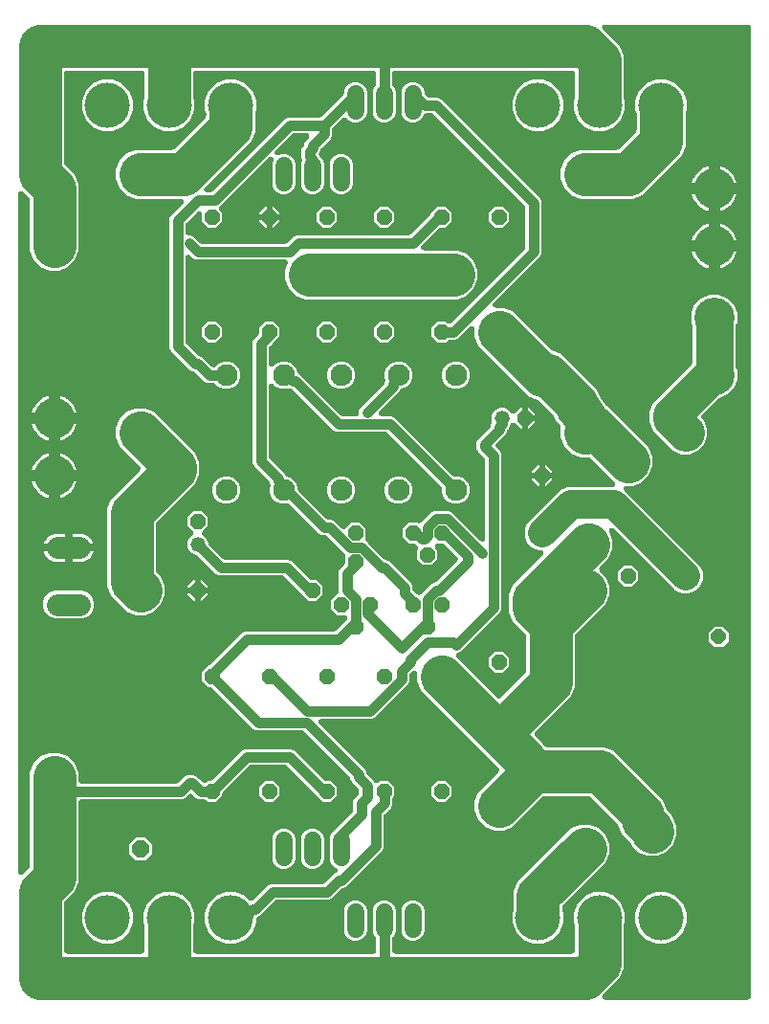
<source format=gbr>
G04 EAGLE Gerber RS-274X export*
G75*
%MOMM*%
%FSLAX34Y34*%
%LPD*%
%INBottom Copper*%
%IPPOS*%
%AMOC8*
5,1,8,0,0,1.08239X$1,22.5*%
G01*
%ADD10P,1.429621X8X112.500000*%
%ADD11C,1.320800*%
%ADD12P,1.429621X8X22.500000*%
%ADD13C,1.930400*%
%ADD14C,3.556000*%
%ADD15P,1.415766X8X292.500000*%
%ADD16P,1.429621X8X202.500000*%
%ADD17C,1.524000*%
%ADD18P,1.429621X8X292.500000*%
%ADD19P,1.649562X8X292.500000*%
%ADD20P,1.649562X8X112.500000*%
%ADD21C,4.000000*%
%ADD22C,1.981200*%
%ADD23C,0.889000*%
%ADD24C,3.810000*%
%ADD25C,0.756400*%
%ADD26C,0.914400*%
%ADD27C,2.540000*%
%ADD28C,3.302000*%

G36*
X652245Y-6346D02*
X652245Y-6346D01*
X652279Y-6348D01*
X652468Y-6326D01*
X652659Y-6309D01*
X652692Y-6300D01*
X652726Y-6296D01*
X652909Y-6241D01*
X653093Y-6191D01*
X653124Y-6176D01*
X653157Y-6166D01*
X653328Y-6079D01*
X653500Y-5997D01*
X653528Y-5977D01*
X653559Y-5962D01*
X653711Y-5846D01*
X653866Y-5735D01*
X653890Y-5710D01*
X653917Y-5690D01*
X654046Y-5550D01*
X654180Y-5413D01*
X654199Y-5384D01*
X654223Y-5358D01*
X654325Y-5197D01*
X654432Y-5040D01*
X654446Y-5008D01*
X654464Y-4979D01*
X654537Y-4802D01*
X654614Y-4628D01*
X654622Y-4594D01*
X654635Y-4562D01*
X654675Y-4375D01*
X654721Y-4190D01*
X654723Y-4156D01*
X654730Y-4122D01*
X654749Y-3810D01*
X654749Y853810D01*
X654746Y853845D01*
X654748Y853879D01*
X654726Y854068D01*
X654709Y854259D01*
X654700Y854292D01*
X654696Y854326D01*
X654641Y854509D01*
X654591Y854693D01*
X654576Y854724D01*
X654566Y854757D01*
X654479Y854928D01*
X654397Y855100D01*
X654377Y855128D01*
X654362Y855159D01*
X654246Y855311D01*
X654135Y855466D01*
X654110Y855490D01*
X654090Y855517D01*
X653950Y855646D01*
X653813Y855780D01*
X653784Y855799D01*
X653758Y855823D01*
X653597Y855925D01*
X653440Y856032D01*
X653408Y856046D01*
X653379Y856064D01*
X653202Y856137D01*
X653028Y856214D01*
X652994Y856222D01*
X652962Y856235D01*
X652775Y856275D01*
X652590Y856321D01*
X652556Y856323D01*
X652522Y856330D01*
X652210Y856349D01*
X525615Y856349D01*
X525486Y856338D01*
X525355Y856336D01*
X525262Y856318D01*
X525166Y856309D01*
X525041Y856275D01*
X524913Y856250D01*
X524824Y856216D01*
X524732Y856191D01*
X524615Y856135D01*
X524493Y856088D01*
X524412Y856038D01*
X524325Y855997D01*
X524220Y855922D01*
X524109Y855854D01*
X524037Y855791D01*
X523959Y855735D01*
X523868Y855642D01*
X523771Y855556D01*
X523712Y855481D01*
X523645Y855413D01*
X523572Y855305D01*
X523492Y855203D01*
X523447Y855119D01*
X523393Y855040D01*
X523341Y854921D01*
X523279Y854806D01*
X523250Y854715D01*
X523211Y854628D01*
X523180Y854501D01*
X523140Y854378D01*
X523127Y854283D01*
X523104Y854190D01*
X523096Y854061D01*
X523079Y853932D01*
X523082Y853836D01*
X523077Y853741D01*
X523092Y853612D01*
X523097Y853482D01*
X523118Y853389D01*
X523129Y853294D01*
X523166Y853169D01*
X523195Y853042D01*
X523231Y852954D01*
X523259Y852863D01*
X523318Y852747D01*
X523368Y852627D01*
X523420Y852547D01*
X523463Y852461D01*
X523542Y852358D01*
X523612Y852249D01*
X523699Y852151D01*
X523735Y852103D01*
X523768Y852072D01*
X523819Y852014D01*
X532573Y843261D01*
X539004Y836830D01*
X542291Y828895D01*
X542291Y792142D01*
X542301Y792026D01*
X542301Y791909D01*
X542321Y791802D01*
X542331Y791694D01*
X542361Y791581D01*
X542382Y791466D01*
X542433Y791320D01*
X542449Y791259D01*
X542465Y791227D01*
X542484Y791171D01*
X543241Y789344D01*
X543241Y780376D01*
X539809Y772092D01*
X533468Y765751D01*
X525184Y762319D01*
X516216Y762319D01*
X507932Y765751D01*
X501591Y772092D01*
X498159Y780376D01*
X498159Y789344D01*
X498916Y791171D01*
X498951Y791282D01*
X498995Y791390D01*
X499018Y791496D01*
X499051Y791600D01*
X499065Y791716D01*
X499090Y791830D01*
X499100Y791984D01*
X499107Y792047D01*
X499106Y792083D01*
X499109Y792142D01*
X499109Y813170D01*
X499106Y813205D01*
X499108Y813239D01*
X499086Y813428D01*
X499069Y813619D01*
X499060Y813652D01*
X499056Y813686D01*
X499001Y813869D01*
X498951Y814053D01*
X498936Y814084D01*
X498926Y814117D01*
X498839Y814288D01*
X498757Y814460D01*
X498737Y814488D01*
X498722Y814519D01*
X498606Y814671D01*
X498495Y814826D01*
X498470Y814850D01*
X498450Y814877D01*
X498310Y815006D01*
X498173Y815140D01*
X498144Y815159D01*
X498118Y815183D01*
X497957Y815285D01*
X497800Y815392D01*
X497768Y815406D01*
X497739Y815424D01*
X497562Y815497D01*
X497388Y815574D01*
X497354Y815582D01*
X497322Y815595D01*
X497135Y815635D01*
X496950Y815681D01*
X496916Y815683D01*
X496882Y815690D01*
X496570Y815709D01*
X339725Y815709D01*
X339690Y815706D01*
X339656Y815708D01*
X339467Y815686D01*
X339276Y815669D01*
X339243Y815660D01*
X339209Y815656D01*
X339026Y815601D01*
X338842Y815551D01*
X338811Y815536D01*
X338778Y815526D01*
X338607Y815439D01*
X338435Y815357D01*
X338407Y815337D01*
X338376Y815322D01*
X338224Y815206D01*
X338069Y815095D01*
X338045Y815070D01*
X338018Y815050D01*
X337889Y814910D01*
X337755Y814773D01*
X337736Y814744D01*
X337712Y814718D01*
X337610Y814557D01*
X337503Y814400D01*
X337489Y814368D01*
X337471Y814339D01*
X337398Y814162D01*
X337321Y813988D01*
X337313Y813954D01*
X337300Y813922D01*
X337260Y813735D01*
X337214Y813550D01*
X337212Y813516D01*
X337205Y813482D01*
X337186Y813170D01*
X337186Y803456D01*
X337200Y803292D01*
X337207Y803127D01*
X337220Y803068D01*
X337226Y803007D01*
X337269Y802848D01*
X337305Y802688D01*
X337328Y802631D01*
X337344Y802573D01*
X337415Y802425D01*
X337478Y802272D01*
X337511Y802221D01*
X337538Y802166D01*
X337633Y802033D01*
X337723Y801894D01*
X337774Y801836D01*
X337800Y801800D01*
X337843Y801757D01*
X337929Y801660D01*
X338814Y800776D01*
X340361Y797041D01*
X340361Y777759D01*
X338814Y774024D01*
X335956Y771166D01*
X332221Y769619D01*
X328179Y769619D01*
X324444Y771166D01*
X321586Y774024D01*
X320039Y777759D01*
X320039Y797041D01*
X321586Y800776D01*
X322471Y801660D01*
X322576Y801786D01*
X322688Y801907D01*
X322720Y801959D01*
X322759Y802005D01*
X322841Y802148D01*
X322929Y802287D01*
X322953Y802343D01*
X322983Y802396D01*
X323038Y802551D01*
X323100Y802703D01*
X323113Y802763D01*
X323134Y802821D01*
X323160Y802983D01*
X323195Y803144D01*
X323200Y803221D01*
X323207Y803265D01*
X323206Y803326D01*
X323214Y803456D01*
X323214Y813170D01*
X323211Y813205D01*
X323213Y813239D01*
X323191Y813428D01*
X323174Y813619D01*
X323165Y813652D01*
X323161Y813686D01*
X323106Y813869D01*
X323056Y814053D01*
X323041Y814084D01*
X323031Y814117D01*
X322944Y814288D01*
X322862Y814460D01*
X322842Y814488D01*
X322827Y814519D01*
X322711Y814671D01*
X322600Y814826D01*
X322575Y814850D01*
X322555Y814877D01*
X322415Y815006D01*
X322278Y815140D01*
X322249Y815159D01*
X322223Y815183D01*
X322062Y815285D01*
X321905Y815392D01*
X321873Y815406D01*
X321844Y815424D01*
X321667Y815497D01*
X321493Y815574D01*
X321459Y815582D01*
X321427Y815595D01*
X321240Y815635D01*
X321055Y815681D01*
X321021Y815683D01*
X320987Y815690D01*
X320675Y815709D01*
X163830Y815709D01*
X163795Y815706D01*
X163761Y815708D01*
X163572Y815686D01*
X163381Y815669D01*
X163348Y815660D01*
X163314Y815656D01*
X163131Y815601D01*
X162947Y815551D01*
X162916Y815536D01*
X162883Y815526D01*
X162712Y815439D01*
X162540Y815357D01*
X162512Y815337D01*
X162481Y815322D01*
X162329Y815206D01*
X162174Y815095D01*
X162150Y815070D01*
X162123Y815050D01*
X161994Y814910D01*
X161860Y814773D01*
X161841Y814744D01*
X161817Y814718D01*
X161715Y814557D01*
X161608Y814400D01*
X161594Y814368D01*
X161576Y814339D01*
X161503Y814162D01*
X161426Y813988D01*
X161418Y813954D01*
X161405Y813922D01*
X161365Y813735D01*
X161319Y813550D01*
X161317Y813516D01*
X161310Y813482D01*
X161291Y813170D01*
X161291Y792142D01*
X161301Y792026D01*
X161301Y791909D01*
X161321Y791802D01*
X161331Y791694D01*
X161361Y791581D01*
X161382Y791466D01*
X161433Y791320D01*
X161449Y791259D01*
X161465Y791227D01*
X161484Y791171D01*
X162241Y789344D01*
X162241Y780376D01*
X158809Y772092D01*
X152468Y765751D01*
X144184Y762319D01*
X135216Y762319D01*
X126932Y765751D01*
X120591Y772092D01*
X117159Y780376D01*
X117159Y789344D01*
X117916Y791171D01*
X117951Y791282D01*
X117995Y791390D01*
X118018Y791496D01*
X118051Y791600D01*
X118065Y791716D01*
X118090Y791830D01*
X118100Y791984D01*
X118107Y792047D01*
X118106Y792083D01*
X118109Y792142D01*
X118109Y813170D01*
X118106Y813205D01*
X118108Y813239D01*
X118086Y813428D01*
X118069Y813619D01*
X118060Y813652D01*
X118056Y813686D01*
X118001Y813869D01*
X117951Y814053D01*
X117936Y814084D01*
X117926Y814117D01*
X117839Y814288D01*
X117757Y814460D01*
X117737Y814488D01*
X117722Y814519D01*
X117606Y814671D01*
X117495Y814826D01*
X117470Y814850D01*
X117450Y814877D01*
X117310Y815006D01*
X117173Y815140D01*
X117144Y815159D01*
X117118Y815183D01*
X116957Y815285D01*
X116800Y815392D01*
X116768Y815406D01*
X116739Y815424D01*
X116562Y815497D01*
X116388Y815574D01*
X116354Y815582D01*
X116322Y815595D01*
X116135Y815635D01*
X115950Y815681D01*
X115916Y815683D01*
X115882Y815690D01*
X115570Y815709D01*
X49530Y815709D01*
X49495Y815706D01*
X49461Y815708D01*
X49272Y815686D01*
X49081Y815669D01*
X49048Y815660D01*
X49014Y815656D01*
X48831Y815601D01*
X48647Y815551D01*
X48616Y815536D01*
X48583Y815526D01*
X48412Y815439D01*
X48240Y815357D01*
X48212Y815337D01*
X48181Y815322D01*
X48029Y815206D01*
X47874Y815095D01*
X47850Y815070D01*
X47823Y815050D01*
X47694Y814910D01*
X47560Y814773D01*
X47541Y814744D01*
X47517Y814718D01*
X47415Y814557D01*
X47308Y814400D01*
X47294Y814368D01*
X47276Y814339D01*
X47203Y814162D01*
X47126Y813988D01*
X47118Y813954D01*
X47105Y813922D01*
X47065Y813735D01*
X47019Y813550D01*
X47017Y813516D01*
X47010Y813482D01*
X46991Y813170D01*
X46991Y733895D01*
X47005Y733731D01*
X47012Y733567D01*
X47025Y733507D01*
X47031Y733446D01*
X47074Y733288D01*
X47110Y733127D01*
X47133Y733071D01*
X47149Y733012D01*
X47220Y732864D01*
X47283Y732712D01*
X47316Y732660D01*
X47343Y732605D01*
X47438Y732472D01*
X47528Y732334D01*
X47579Y732276D01*
X47605Y732239D01*
X47648Y732197D01*
X47734Y732099D01*
X49973Y729861D01*
X56404Y723430D01*
X59691Y715495D01*
X59691Y656105D01*
X56404Y648170D01*
X50330Y642096D01*
X42395Y638809D01*
X33805Y638809D01*
X25870Y642096D01*
X19796Y648170D01*
X16509Y656105D01*
X16509Y701205D01*
X16495Y701369D01*
X16488Y701533D01*
X16475Y701593D01*
X16469Y701654D01*
X16426Y701812D01*
X16390Y701973D01*
X16367Y702029D01*
X16351Y702088D01*
X16280Y702236D01*
X16217Y702388D01*
X16184Y702440D01*
X16157Y702495D01*
X16062Y702628D01*
X15972Y702766D01*
X15921Y702824D01*
X15895Y702861D01*
X15852Y702903D01*
X15766Y703001D01*
X13527Y705239D01*
X10686Y708081D01*
X10586Y708164D01*
X10493Y708255D01*
X10413Y708308D01*
X10340Y708369D01*
X10227Y708434D01*
X10120Y708507D01*
X10032Y708545D01*
X9949Y708593D01*
X9827Y708636D01*
X9708Y708689D01*
X9615Y708712D01*
X9525Y708744D01*
X9397Y708765D01*
X9270Y708796D01*
X9175Y708802D01*
X9081Y708817D01*
X8951Y708815D01*
X8821Y708823D01*
X8726Y708812D01*
X8630Y708811D01*
X8503Y708786D01*
X8374Y708771D01*
X8282Y708744D01*
X8188Y708725D01*
X8067Y708679D01*
X7943Y708641D01*
X7857Y708598D01*
X7768Y708563D01*
X7657Y708496D01*
X7541Y708437D01*
X7465Y708379D01*
X7384Y708329D01*
X7286Y708243D01*
X7183Y708165D01*
X7118Y708094D01*
X7046Y708031D01*
X6966Y707929D01*
X6877Y707834D01*
X6826Y707753D01*
X6767Y707678D01*
X6706Y707563D01*
X6636Y707454D01*
X6599Y707365D01*
X6554Y707281D01*
X6514Y707157D01*
X6465Y707037D01*
X6445Y706944D01*
X6415Y706853D01*
X6397Y706724D01*
X6370Y706597D01*
X6362Y706467D01*
X6354Y706407D01*
X6355Y706362D01*
X6351Y706285D01*
X6351Y106515D01*
X6362Y106385D01*
X6364Y106255D01*
X6382Y106162D01*
X6391Y106066D01*
X6425Y105941D01*
X6450Y105813D01*
X6484Y105724D01*
X6509Y105632D01*
X6565Y105515D01*
X6612Y105393D01*
X6662Y105312D01*
X6703Y105225D01*
X6778Y105120D01*
X6846Y105009D01*
X6909Y104937D01*
X6965Y104859D01*
X7058Y104769D01*
X7144Y104671D01*
X7219Y104612D01*
X7287Y104545D01*
X7395Y104473D01*
X7497Y104392D01*
X7581Y104347D01*
X7660Y104293D01*
X7779Y104241D01*
X7894Y104179D01*
X7985Y104150D01*
X8072Y104111D01*
X8199Y104080D01*
X8322Y104040D01*
X8417Y104027D01*
X8510Y104004D01*
X8639Y103996D01*
X8768Y103979D01*
X8864Y103982D01*
X8959Y103977D01*
X9088Y103992D01*
X9218Y103997D01*
X9311Y104018D01*
X9406Y104029D01*
X9531Y104066D01*
X9658Y104095D01*
X9746Y104131D01*
X9837Y104159D01*
X9953Y104218D01*
X10073Y104268D01*
X10153Y104320D01*
X10239Y104363D01*
X10342Y104442D01*
X10451Y104512D01*
X10549Y104599D01*
X10597Y104635D01*
X10628Y104668D01*
X10686Y104719D01*
X13527Y107561D01*
X15766Y109799D01*
X15871Y109926D01*
X15983Y110047D01*
X16015Y110098D01*
X16054Y110145D01*
X16136Y110288D01*
X16224Y110426D01*
X16248Y110483D01*
X16278Y110536D01*
X16333Y110691D01*
X16395Y110843D01*
X16408Y110903D01*
X16429Y110960D01*
X16455Y111122D01*
X16490Y111283D01*
X16495Y111360D01*
X16502Y111404D01*
X16501Y111465D01*
X16509Y111595D01*
X16509Y194795D01*
X19796Y202730D01*
X25870Y208804D01*
X33805Y212091D01*
X42395Y212091D01*
X50330Y208804D01*
X56404Y202730D01*
X59691Y194795D01*
X59691Y187325D01*
X59694Y187290D01*
X59692Y187256D01*
X59714Y187067D01*
X59731Y186876D01*
X59740Y186843D01*
X59744Y186809D01*
X59799Y186626D01*
X59849Y186442D01*
X59864Y186411D01*
X59874Y186378D01*
X59961Y186207D01*
X60043Y186035D01*
X60063Y186007D01*
X60078Y185976D01*
X60194Y185824D01*
X60305Y185669D01*
X60330Y185645D01*
X60350Y185618D01*
X60490Y185489D01*
X60627Y185355D01*
X60656Y185336D01*
X60682Y185312D01*
X60843Y185210D01*
X61000Y185103D01*
X61032Y185089D01*
X61061Y185071D01*
X61238Y184998D01*
X61412Y184921D01*
X61446Y184913D01*
X61478Y184900D01*
X61665Y184860D01*
X61850Y184814D01*
X61884Y184812D01*
X61918Y184805D01*
X62230Y184786D01*
X145915Y184786D01*
X146078Y184800D01*
X146243Y184807D01*
X146302Y184820D01*
X146363Y184826D01*
X146522Y184869D01*
X146682Y184905D01*
X146739Y184928D01*
X146797Y184944D01*
X146946Y185015D01*
X147098Y185078D01*
X147149Y185111D01*
X147204Y185138D01*
X147338Y185233D01*
X147476Y185323D01*
X147534Y185374D01*
X147570Y185400D01*
X147613Y185443D01*
X147710Y185529D01*
X153523Y191342D01*
X156090Y192406D01*
X161410Y192406D01*
X163977Y191342D01*
X166299Y189020D01*
X166300Y189020D01*
X169398Y185921D01*
X169424Y185899D01*
X169447Y185873D01*
X169598Y185754D01*
X169743Y185633D01*
X169773Y185615D01*
X169800Y185594D01*
X169969Y185504D01*
X170134Y185409D01*
X170167Y185398D01*
X170197Y185381D01*
X170379Y185322D01*
X170558Y185258D01*
X170593Y185253D01*
X170626Y185242D01*
X170815Y185216D01*
X171003Y185185D01*
X171037Y185185D01*
X171072Y185181D01*
X171263Y185188D01*
X171453Y185191D01*
X171487Y185198D01*
X171522Y185199D01*
X171708Y185240D01*
X171895Y185277D01*
X171927Y185289D01*
X171961Y185297D01*
X172137Y185370D01*
X172315Y185439D01*
X172345Y185457D01*
X172377Y185470D01*
X172537Y185574D01*
X172700Y185673D01*
X172726Y185696D01*
X172755Y185715D01*
X172989Y185921D01*
X174012Y186945D01*
X176014Y186945D01*
X176177Y186959D01*
X176342Y186966D01*
X176401Y186979D01*
X176462Y186985D01*
X176621Y187028D01*
X176781Y187064D01*
X176838Y187087D01*
X176896Y187103D01*
X177045Y187174D01*
X177197Y187237D01*
X177248Y187270D01*
X177303Y187297D01*
X177437Y187392D01*
X177575Y187482D01*
X177633Y187533D01*
X177669Y187559D01*
X177712Y187602D01*
X177809Y187688D01*
X204323Y214202D01*
X206890Y215266D01*
X247770Y215266D01*
X250337Y214202D01*
X276851Y187688D01*
X276977Y187583D01*
X277098Y187471D01*
X277149Y187439D01*
X277196Y187400D01*
X277339Y187318D01*
X277478Y187230D01*
X277534Y187206D01*
X277587Y187176D01*
X277742Y187121D01*
X277894Y187059D01*
X277954Y187046D01*
X278011Y187025D01*
X278174Y186999D01*
X278334Y186964D01*
X278411Y186959D01*
X278456Y186952D01*
X278517Y186953D01*
X278646Y186945D01*
X283188Y186945D01*
X288545Y181588D01*
X288545Y174012D01*
X283188Y168655D01*
X275612Y168655D01*
X270168Y174100D01*
X270136Y174241D01*
X270113Y174298D01*
X270097Y174356D01*
X270026Y174505D01*
X269963Y174657D01*
X269930Y174708D01*
X269903Y174763D01*
X269808Y174897D01*
X269718Y175035D01*
X269667Y175093D01*
X269641Y175129D01*
X269598Y175172D01*
X269512Y175269D01*
X244230Y200551D01*
X244104Y200656D01*
X243983Y200768D01*
X243932Y200800D01*
X243885Y200839D01*
X243742Y200921D01*
X243603Y201009D01*
X243547Y201033D01*
X243494Y201063D01*
X243339Y201118D01*
X243187Y201180D01*
X243127Y201193D01*
X243070Y201214D01*
X242907Y201240D01*
X242747Y201275D01*
X242670Y201280D01*
X242625Y201287D01*
X242564Y201286D01*
X242435Y201294D01*
X212225Y201294D01*
X212062Y201280D01*
X211897Y201273D01*
X211838Y201260D01*
X211777Y201254D01*
X211618Y201211D01*
X211458Y201175D01*
X211401Y201152D01*
X211343Y201136D01*
X211194Y201065D01*
X211042Y201002D01*
X210991Y200969D01*
X210936Y200942D01*
X210802Y200847D01*
X210664Y200757D01*
X210606Y200706D01*
X210570Y200680D01*
X210527Y200637D01*
X210430Y200551D01*
X187688Y177809D01*
X187583Y177683D01*
X187471Y177562D01*
X187439Y177511D01*
X187400Y177464D01*
X187318Y177321D01*
X187230Y177182D01*
X187206Y177126D01*
X187176Y177073D01*
X187121Y176918D01*
X187059Y176766D01*
X187046Y176706D01*
X187025Y176649D01*
X186999Y176486D01*
X186964Y176326D01*
X186959Y176249D01*
X186952Y176204D01*
X186953Y176143D01*
X186945Y176014D01*
X186945Y174012D01*
X181588Y168655D01*
X174012Y168655D01*
X172597Y170071D01*
X172471Y170176D01*
X172350Y170288D01*
X172298Y170320D01*
X172251Y170359D01*
X172109Y170441D01*
X171970Y170529D01*
X171913Y170553D01*
X171861Y170583D01*
X171706Y170638D01*
X171553Y170700D01*
X171494Y170713D01*
X171436Y170734D01*
X171274Y170760D01*
X171113Y170795D01*
X171036Y170800D01*
X170992Y170807D01*
X170931Y170806D01*
X170801Y170814D01*
X166250Y170814D01*
X163683Y171878D01*
X160546Y175015D01*
X160519Y175037D01*
X160496Y175063D01*
X160347Y175182D01*
X160200Y175304D01*
X160170Y175321D01*
X160143Y175343D01*
X159975Y175433D01*
X159809Y175527D01*
X159777Y175539D01*
X159746Y175555D01*
X159565Y175614D01*
X159385Y175678D01*
X159351Y175684D01*
X159318Y175695D01*
X159129Y175721D01*
X158941Y175752D01*
X158906Y175751D01*
X158872Y175756D01*
X158681Y175748D01*
X158491Y175746D01*
X158456Y175739D01*
X158422Y175738D01*
X158236Y175696D01*
X158048Y175660D01*
X158016Y175648D01*
X157982Y175640D01*
X157806Y175566D01*
X157628Y175498D01*
X157599Y175480D01*
X157567Y175466D01*
X157406Y175363D01*
X157244Y175264D01*
X157218Y175241D01*
X157189Y175222D01*
X156954Y175015D01*
X153817Y171878D01*
X151250Y170814D01*
X62230Y170814D01*
X62195Y170811D01*
X62161Y170813D01*
X61972Y170791D01*
X61781Y170774D01*
X61748Y170765D01*
X61714Y170761D01*
X61531Y170706D01*
X61347Y170656D01*
X61316Y170641D01*
X61283Y170631D01*
X61112Y170544D01*
X60940Y170462D01*
X60912Y170442D01*
X60881Y170427D01*
X60729Y170311D01*
X60574Y170200D01*
X60550Y170175D01*
X60523Y170155D01*
X60394Y170015D01*
X60260Y169878D01*
X60241Y169849D01*
X60217Y169823D01*
X60115Y169662D01*
X60008Y169505D01*
X59994Y169473D01*
X59976Y169444D01*
X59903Y169267D01*
X59826Y169093D01*
X59818Y169059D01*
X59805Y169027D01*
X59764Y168840D01*
X59719Y168655D01*
X59717Y168621D01*
X59710Y168587D01*
X59691Y168275D01*
X59691Y97305D01*
X56404Y89370D01*
X47734Y80701D01*
X47629Y80574D01*
X47517Y80453D01*
X47485Y80402D01*
X47446Y80355D01*
X47364Y80212D01*
X47276Y80074D01*
X47252Y80017D01*
X47222Y79964D01*
X47167Y79809D01*
X47105Y79657D01*
X47092Y79597D01*
X47071Y79540D01*
X47045Y79378D01*
X47010Y79217D01*
X47005Y79140D01*
X46998Y79096D01*
X46999Y79035D01*
X46991Y78905D01*
X46991Y36830D01*
X46994Y36795D01*
X46992Y36761D01*
X47014Y36572D01*
X47031Y36381D01*
X47040Y36348D01*
X47044Y36314D01*
X47099Y36131D01*
X47149Y35947D01*
X47164Y35916D01*
X47174Y35883D01*
X47261Y35712D01*
X47343Y35540D01*
X47363Y35512D01*
X47378Y35481D01*
X47494Y35329D01*
X47605Y35174D01*
X47630Y35150D01*
X47650Y35123D01*
X47790Y34994D01*
X47927Y34860D01*
X47956Y34841D01*
X47982Y34817D01*
X48143Y34715D01*
X48300Y34608D01*
X48332Y34594D01*
X48361Y34576D01*
X48538Y34503D01*
X48712Y34426D01*
X48746Y34418D01*
X48778Y34405D01*
X48965Y34365D01*
X49150Y34319D01*
X49184Y34317D01*
X49218Y34310D01*
X49530Y34291D01*
X115570Y34291D01*
X115605Y34294D01*
X115639Y34292D01*
X115828Y34314D01*
X116019Y34331D01*
X116052Y34340D01*
X116086Y34344D01*
X116269Y34399D01*
X116453Y34449D01*
X116484Y34464D01*
X116517Y34474D01*
X116688Y34561D01*
X116860Y34643D01*
X116888Y34663D01*
X116919Y34678D01*
X117071Y34794D01*
X117226Y34905D01*
X117250Y34930D01*
X117277Y34950D01*
X117406Y35090D01*
X117540Y35227D01*
X117559Y35256D01*
X117583Y35282D01*
X117685Y35443D01*
X117792Y35600D01*
X117806Y35632D01*
X117824Y35661D01*
X117897Y35838D01*
X117974Y36012D01*
X117982Y36046D01*
X117995Y36078D01*
X118035Y36265D01*
X118081Y36450D01*
X118083Y36484D01*
X118090Y36518D01*
X118109Y36830D01*
X118109Y58758D01*
X118099Y58874D01*
X118099Y58991D01*
X118079Y59098D01*
X118069Y59206D01*
X118039Y59319D01*
X118018Y59434D01*
X117967Y59580D01*
X117951Y59641D01*
X117935Y59673D01*
X117916Y59729D01*
X117159Y61556D01*
X117159Y70524D01*
X120591Y78808D01*
X126932Y85149D01*
X135216Y88581D01*
X144184Y88581D01*
X152468Y85149D01*
X158809Y78808D01*
X162241Y70524D01*
X162241Y61556D01*
X161484Y59729D01*
X161449Y59618D01*
X161405Y59510D01*
X161382Y59404D01*
X161349Y59300D01*
X161335Y59184D01*
X161310Y59070D01*
X161300Y58916D01*
X161293Y58853D01*
X161294Y58817D01*
X161291Y58758D01*
X161291Y36830D01*
X161294Y36795D01*
X161292Y36761D01*
X161314Y36572D01*
X161331Y36381D01*
X161340Y36348D01*
X161344Y36314D01*
X161399Y36131D01*
X161449Y35947D01*
X161464Y35916D01*
X161474Y35883D01*
X161561Y35712D01*
X161643Y35540D01*
X161663Y35512D01*
X161678Y35481D01*
X161794Y35329D01*
X161905Y35174D01*
X161930Y35150D01*
X161950Y35123D01*
X162090Y34994D01*
X162227Y34860D01*
X162256Y34841D01*
X162282Y34817D01*
X162443Y34715D01*
X162600Y34608D01*
X162632Y34594D01*
X162661Y34576D01*
X162838Y34503D01*
X163012Y34426D01*
X163046Y34418D01*
X163078Y34405D01*
X163265Y34365D01*
X163450Y34319D01*
X163484Y34317D01*
X163518Y34310D01*
X163830Y34291D01*
X320675Y34291D01*
X320710Y34294D01*
X320744Y34292D01*
X320933Y34314D01*
X321124Y34331D01*
X321157Y34340D01*
X321191Y34344D01*
X321374Y34399D01*
X321558Y34449D01*
X321589Y34464D01*
X321622Y34474D01*
X321793Y34561D01*
X321965Y34643D01*
X321993Y34663D01*
X322024Y34678D01*
X322176Y34794D01*
X322331Y34905D01*
X322355Y34930D01*
X322382Y34950D01*
X322511Y35090D01*
X322645Y35227D01*
X322664Y35256D01*
X322688Y35282D01*
X322790Y35443D01*
X322897Y35600D01*
X322911Y35632D01*
X322929Y35661D01*
X323002Y35838D01*
X323079Y36012D01*
X323087Y36046D01*
X323100Y36078D01*
X323140Y36265D01*
X323186Y36450D01*
X323188Y36484D01*
X323195Y36518D01*
X323214Y36830D01*
X323214Y47444D01*
X323200Y47608D01*
X323193Y47773D01*
X323180Y47832D01*
X323174Y47893D01*
X323131Y48052D01*
X323095Y48212D01*
X323072Y48269D01*
X323056Y48327D01*
X322985Y48475D01*
X322922Y48628D01*
X322889Y48679D01*
X322862Y48734D01*
X322767Y48867D01*
X322677Y49006D01*
X322626Y49064D01*
X322600Y49100D01*
X322557Y49143D01*
X322471Y49240D01*
X321586Y50124D01*
X320039Y53859D01*
X320039Y73141D01*
X321586Y76876D01*
X324444Y79734D01*
X328179Y81281D01*
X332221Y81281D01*
X335956Y79734D01*
X338814Y76876D01*
X340361Y73141D01*
X340361Y53859D01*
X338814Y50124D01*
X337929Y49240D01*
X337824Y49114D01*
X337712Y48993D01*
X337680Y48941D01*
X337641Y48895D01*
X337559Y48752D01*
X337471Y48613D01*
X337447Y48557D01*
X337417Y48504D01*
X337362Y48349D01*
X337300Y48197D01*
X337287Y48137D01*
X337266Y48079D01*
X337240Y47917D01*
X337205Y47756D01*
X337200Y47679D01*
X337193Y47635D01*
X337194Y47574D01*
X337186Y47444D01*
X337186Y36830D01*
X337189Y36795D01*
X337187Y36761D01*
X337209Y36572D01*
X337226Y36381D01*
X337235Y36348D01*
X337239Y36314D01*
X337294Y36131D01*
X337344Y35947D01*
X337359Y35916D01*
X337369Y35883D01*
X337456Y35712D01*
X337538Y35540D01*
X337558Y35512D01*
X337573Y35481D01*
X337689Y35329D01*
X337800Y35174D01*
X337825Y35150D01*
X337845Y35123D01*
X337985Y34994D01*
X338122Y34860D01*
X338151Y34841D01*
X338177Y34817D01*
X338338Y34715D01*
X338495Y34608D01*
X338527Y34594D01*
X338556Y34576D01*
X338733Y34503D01*
X338907Y34426D01*
X338941Y34418D01*
X338973Y34405D01*
X339160Y34365D01*
X339345Y34319D01*
X339379Y34317D01*
X339413Y34310D01*
X339725Y34291D01*
X496570Y34291D01*
X496605Y34294D01*
X496639Y34292D01*
X496828Y34314D01*
X497019Y34331D01*
X497052Y34340D01*
X497086Y34344D01*
X497269Y34399D01*
X497453Y34449D01*
X497484Y34464D01*
X497517Y34474D01*
X497688Y34561D01*
X497860Y34643D01*
X497888Y34663D01*
X497919Y34678D01*
X498071Y34794D01*
X498226Y34905D01*
X498250Y34930D01*
X498277Y34950D01*
X498406Y35090D01*
X498540Y35227D01*
X498559Y35256D01*
X498583Y35282D01*
X498685Y35443D01*
X498792Y35600D01*
X498806Y35632D01*
X498824Y35661D01*
X498897Y35838D01*
X498974Y36012D01*
X498982Y36046D01*
X498995Y36078D01*
X499035Y36265D01*
X499081Y36450D01*
X499083Y36484D01*
X499090Y36518D01*
X499109Y36830D01*
X499109Y58758D01*
X499099Y58874D01*
X499099Y58991D01*
X499079Y59098D01*
X499069Y59206D01*
X499039Y59319D01*
X499018Y59434D01*
X498967Y59580D01*
X498951Y59641D01*
X498935Y59673D01*
X498916Y59729D01*
X498159Y61556D01*
X498159Y70524D01*
X501591Y78808D01*
X507932Y85149D01*
X516216Y88581D01*
X525184Y88581D01*
X533468Y85149D01*
X539809Y78808D01*
X543241Y70524D01*
X543241Y61556D01*
X542484Y59729D01*
X542449Y59618D01*
X542405Y59510D01*
X542382Y59404D01*
X542349Y59300D01*
X542335Y59184D01*
X542310Y59070D01*
X542300Y58916D01*
X542293Y58853D01*
X542294Y58817D01*
X542291Y58758D01*
X542291Y21105D01*
X539004Y13170D01*
X532573Y6739D01*
X523819Y-2014D01*
X523736Y-2114D01*
X523645Y-2207D01*
X523592Y-2287D01*
X523531Y-2360D01*
X523466Y-2473D01*
X523393Y-2580D01*
X523355Y-2668D01*
X523307Y-2751D01*
X523264Y-2873D01*
X523211Y-2992D01*
X523188Y-3085D01*
X523156Y-3175D01*
X523135Y-3303D01*
X523104Y-3430D01*
X523098Y-3525D01*
X523083Y-3619D01*
X523085Y-3749D01*
X523077Y-3879D01*
X523088Y-3974D01*
X523089Y-4070D01*
X523114Y-4197D01*
X523129Y-4326D01*
X523156Y-4418D01*
X523175Y-4512D01*
X523221Y-4633D01*
X523259Y-4757D01*
X523302Y-4842D01*
X523337Y-4932D01*
X523404Y-5043D01*
X523463Y-5159D01*
X523521Y-5235D01*
X523571Y-5316D01*
X523657Y-5414D01*
X523735Y-5517D01*
X523806Y-5582D01*
X523869Y-5654D01*
X523971Y-5734D01*
X524066Y-5823D01*
X524147Y-5874D01*
X524222Y-5933D01*
X524337Y-5994D01*
X524446Y-6064D01*
X524535Y-6101D01*
X524619Y-6146D01*
X524743Y-6186D01*
X524863Y-6235D01*
X524956Y-6255D01*
X525047Y-6285D01*
X525176Y-6303D01*
X525303Y-6330D01*
X525433Y-6338D01*
X525493Y-6346D01*
X525538Y-6345D01*
X525615Y-6349D01*
X652210Y-6349D01*
X652245Y-6346D01*
G37*
%LPC*%
G36*
X189716Y43499D02*
X189716Y43499D01*
X181432Y46931D01*
X175091Y53272D01*
X171659Y61556D01*
X171659Y70524D01*
X175091Y78808D01*
X181432Y85149D01*
X189716Y88581D01*
X198684Y88581D01*
X206968Y85149D01*
X210444Y81674D01*
X210470Y81652D01*
X210493Y81626D01*
X210643Y81507D01*
X210789Y81385D01*
X210819Y81368D01*
X210846Y81346D01*
X211014Y81256D01*
X211180Y81162D01*
X211212Y81150D01*
X211243Y81134D01*
X211424Y81075D01*
X211604Y81011D01*
X211638Y81005D01*
X211671Y80994D01*
X211860Y80968D01*
X212048Y80937D01*
X212083Y80938D01*
X212117Y80933D01*
X212308Y80941D01*
X212499Y80943D01*
X212533Y80950D01*
X212567Y80951D01*
X212753Y80993D01*
X212941Y81029D01*
X212973Y81041D01*
X213007Y81049D01*
X213183Y81123D01*
X213361Y81191D01*
X213390Y81209D01*
X213422Y81223D01*
X213583Y81326D01*
X213745Y81425D01*
X213771Y81448D01*
X213800Y81467D01*
X214035Y81674D01*
X227183Y94822D01*
X229750Y95886D01*
X275455Y95886D01*
X275618Y95900D01*
X275783Y95907D01*
X275842Y95920D01*
X275903Y95926D01*
X276062Y95969D01*
X276222Y96005D01*
X276279Y96028D01*
X276337Y96044D01*
X276486Y96115D01*
X276638Y96178D01*
X276689Y96211D01*
X276744Y96238D01*
X276878Y96333D01*
X277016Y96423D01*
X277074Y96474D01*
X277110Y96500D01*
X277153Y96543D01*
X277250Y96629D01*
X285603Y104982D01*
X287292Y105682D01*
X287407Y105742D01*
X287527Y105793D01*
X287606Y105846D01*
X287691Y105890D01*
X287794Y105970D01*
X287902Y106042D01*
X287971Y106107D01*
X288047Y106166D01*
X288134Y106263D01*
X288228Y106352D01*
X288285Y106429D01*
X288349Y106500D01*
X288417Y106611D01*
X288494Y106716D01*
X288536Y106802D01*
X288586Y106883D01*
X288635Y107003D01*
X288692Y107120D01*
X288718Y107212D01*
X288753Y107301D01*
X288779Y107429D01*
X288815Y107553D01*
X288824Y107648D01*
X288843Y107742D01*
X288846Y107872D01*
X288859Y108001D01*
X288852Y108097D01*
X288854Y108192D01*
X288834Y108320D01*
X288824Y108450D01*
X288800Y108543D01*
X288785Y108637D01*
X288743Y108760D01*
X288710Y108886D01*
X288670Y108973D01*
X288639Y109063D01*
X288575Y109176D01*
X288521Y109295D01*
X288466Y109373D01*
X288419Y109456D01*
X288337Y109557D01*
X288262Y109663D01*
X288195Y109731D01*
X288134Y109805D01*
X288035Y109889D01*
X287943Y109981D01*
X287864Y110035D01*
X287792Y110097D01*
X287680Y110163D01*
X287573Y110237D01*
X287456Y110294D01*
X287403Y110324D01*
X287361Y110340D01*
X287292Y110374D01*
X286344Y110766D01*
X283486Y113624D01*
X281939Y117359D01*
X281939Y136641D01*
X283486Y140376D01*
X285404Y142293D01*
X285479Y142383D01*
X285561Y142466D01*
X285623Y142555D01*
X285692Y142638D01*
X285750Y142740D01*
X285817Y142836D01*
X285884Y142974D01*
X285916Y143029D01*
X285928Y143064D01*
X285954Y143117D01*
X286178Y143657D01*
X302151Y159630D01*
X302256Y159756D01*
X302368Y159877D01*
X302400Y159928D01*
X302439Y159975D01*
X302521Y160118D01*
X302609Y160257D01*
X302633Y160313D01*
X302663Y160366D01*
X302718Y160521D01*
X302780Y160673D01*
X302793Y160733D01*
X302814Y160790D01*
X302840Y160953D01*
X302875Y161113D01*
X302880Y161190D01*
X302887Y161235D01*
X302886Y161296D01*
X302894Y161425D01*
X302894Y169030D01*
X303958Y171597D01*
X307231Y174870D01*
X307336Y174996D01*
X307448Y175117D01*
X307480Y175168D01*
X307519Y175215D01*
X307601Y175358D01*
X307689Y175497D01*
X307713Y175553D01*
X307743Y175606D01*
X307798Y175761D01*
X307860Y175913D01*
X307873Y175973D01*
X307894Y176030D01*
X307920Y176193D01*
X307955Y176353D01*
X307960Y176430D01*
X307967Y176475D01*
X307966Y176536D01*
X307974Y176665D01*
X307974Y178935D01*
X307960Y179098D01*
X307953Y179263D01*
X307940Y179322D01*
X307934Y179383D01*
X307891Y179542D01*
X307855Y179702D01*
X307832Y179759D01*
X307816Y179817D01*
X307745Y179966D01*
X307682Y180118D01*
X307649Y180169D01*
X307622Y180224D01*
X307527Y180358D01*
X307437Y180496D01*
X307386Y180554D01*
X307360Y180590D01*
X307317Y180633D01*
X307231Y180730D01*
X301418Y186543D01*
X300352Y189115D01*
X300340Y189258D01*
X300333Y189423D01*
X300320Y189482D01*
X300314Y189543D01*
X300271Y189702D01*
X300235Y189862D01*
X300212Y189919D01*
X300196Y189977D01*
X300125Y190126D01*
X300062Y190278D01*
X300029Y190329D01*
X300002Y190384D01*
X299907Y190518D01*
X299817Y190656D01*
X299766Y190714D01*
X299740Y190750D01*
X299697Y190793D01*
X299611Y190890D01*
X259470Y231031D01*
X259344Y231136D01*
X259223Y231248D01*
X259172Y231280D01*
X259125Y231319D01*
X258982Y231401D01*
X258843Y231489D01*
X258787Y231513D01*
X258734Y231543D01*
X258579Y231598D01*
X258427Y231660D01*
X258367Y231673D01*
X258310Y231694D01*
X258147Y231720D01*
X257987Y231755D01*
X257910Y231760D01*
X257865Y231767D01*
X257804Y231766D01*
X257675Y231774D01*
X217050Y231774D01*
X214483Y232838D01*
X177809Y269512D01*
X177683Y269617D01*
X177562Y269729D01*
X177511Y269761D01*
X177464Y269800D01*
X177321Y269882D01*
X177182Y269970D01*
X177126Y269994D01*
X177073Y270024D01*
X176918Y270079D01*
X176766Y270141D01*
X176706Y270154D01*
X176649Y270175D01*
X176486Y270201D01*
X176326Y270236D01*
X176249Y270241D01*
X176204Y270248D01*
X176143Y270247D01*
X176014Y270255D01*
X174012Y270255D01*
X168655Y275612D01*
X168655Y283188D01*
X174100Y288632D01*
X174241Y288664D01*
X174298Y288687D01*
X174357Y288703D01*
X174505Y288774D01*
X174657Y288837D01*
X174708Y288870D01*
X174763Y288897D01*
X174897Y288992D01*
X175035Y289082D01*
X175093Y289133D01*
X175129Y289159D01*
X175172Y289202D01*
X175269Y289288D01*
X202001Y316020D01*
X204323Y318342D01*
X206890Y319406D01*
X285615Y319406D01*
X285778Y319420D01*
X285943Y319427D01*
X286002Y319440D01*
X286063Y319446D01*
X286222Y319489D01*
X286382Y319525D01*
X286439Y319548D01*
X286497Y319564D01*
X286646Y319635D01*
X286798Y319698D01*
X286849Y319731D01*
X286904Y319758D01*
X287038Y319853D01*
X287176Y319943D01*
X287234Y319994D01*
X287270Y320020D01*
X287313Y320063D01*
X287410Y320149D01*
X295763Y328502D01*
X296247Y328703D01*
X296434Y328800D01*
X296624Y328897D01*
X296634Y328905D01*
X296646Y328911D01*
X296813Y329041D01*
X296982Y329169D01*
X296991Y329179D01*
X297002Y329187D01*
X297144Y329344D01*
X297288Y329500D01*
X297295Y329511D01*
X297303Y329521D01*
X297416Y329701D01*
X297529Y329880D01*
X297534Y329892D01*
X297541Y329903D01*
X297620Y330101D01*
X297700Y330296D01*
X297703Y330309D01*
X297708Y330322D01*
X297750Y330529D01*
X297795Y330737D01*
X297796Y330752D01*
X297798Y330763D01*
X297799Y330802D01*
X297814Y331049D01*
X297814Y331216D01*
X297811Y331251D01*
X297813Y331285D01*
X297791Y331474D01*
X297774Y331665D01*
X297765Y331698D01*
X297761Y331732D01*
X297706Y331915D01*
X297656Y332099D01*
X297641Y332130D01*
X297631Y332163D01*
X297544Y332334D01*
X297462Y332506D01*
X297442Y332534D01*
X297427Y332565D01*
X297311Y332717D01*
X297200Y332872D01*
X297175Y332896D01*
X297155Y332923D01*
X297015Y333052D01*
X296878Y333186D01*
X296849Y333205D01*
X296823Y333229D01*
X296662Y333331D01*
X296505Y333438D01*
X296473Y333452D01*
X296444Y333470D01*
X296267Y333543D01*
X296093Y333620D01*
X296059Y333628D01*
X296027Y333641D01*
X295840Y333681D01*
X295655Y333727D01*
X295621Y333729D01*
X295587Y333736D01*
X295275Y333755D01*
X288312Y333755D01*
X282955Y339112D01*
X282955Y346688D01*
X288445Y352178D01*
X288538Y352203D01*
X288569Y352218D01*
X288602Y352228D01*
X288773Y352315D01*
X288945Y352397D01*
X288973Y352417D01*
X289004Y352432D01*
X289156Y352548D01*
X289311Y352659D01*
X289335Y352684D01*
X289362Y352704D01*
X289491Y352844D01*
X289625Y352981D01*
X289644Y353010D01*
X289668Y353036D01*
X289770Y353196D01*
X289877Y353354D01*
X289891Y353386D01*
X289909Y353415D01*
X289982Y353592D01*
X290059Y353766D01*
X290067Y353800D01*
X290080Y353832D01*
X290120Y354019D01*
X290166Y354204D01*
X290168Y354238D01*
X290175Y354272D01*
X290194Y354584D01*
X290194Y372230D01*
X291258Y374797D01*
X294912Y378451D01*
X295017Y378577D01*
X295129Y378698D01*
X295161Y378749D01*
X295200Y378796D01*
X295282Y378939D01*
X295370Y379078D01*
X295394Y379134D01*
X295424Y379187D01*
X295479Y379342D01*
X295541Y379494D01*
X295554Y379554D01*
X295575Y379611D01*
X295601Y379774D01*
X295636Y379934D01*
X295641Y380011D01*
X295648Y380056D01*
X295647Y380117D01*
X295655Y380246D01*
X295655Y384836D01*
X295697Y384886D01*
X295715Y384917D01*
X295736Y384944D01*
X295826Y385112D01*
X295921Y385277D01*
X295932Y385310D01*
X295949Y385341D01*
X296008Y385522D01*
X296072Y385702D01*
X296077Y385736D01*
X296088Y385769D01*
X296114Y385958D01*
X296145Y386146D01*
X296145Y386180D01*
X296149Y386215D01*
X296142Y386406D01*
X296139Y386596D01*
X296132Y386630D01*
X296131Y386665D01*
X296090Y386851D01*
X296053Y387038D01*
X296041Y387071D01*
X296033Y387104D01*
X295960Y387280D01*
X295891Y387458D01*
X295873Y387488D01*
X295860Y387520D01*
X295756Y387680D01*
X295657Y387843D01*
X295634Y387869D01*
X295615Y387898D01*
X295409Y388132D01*
X279790Y403751D01*
X279664Y403856D01*
X279543Y403968D01*
X279492Y404000D01*
X279445Y404039D01*
X279302Y404121D01*
X279163Y404209D01*
X279107Y404233D01*
X279054Y404263D01*
X278899Y404318D01*
X278747Y404380D01*
X278687Y404393D01*
X278630Y404414D01*
X278467Y404440D01*
X278307Y404475D01*
X278230Y404480D01*
X278185Y404487D01*
X278124Y404486D01*
X277995Y404494D01*
X275470Y404494D01*
X272903Y405558D01*
X246642Y431819D01*
X246480Y431954D01*
X246318Y432092D01*
X246307Y432099D01*
X246297Y432108D01*
X246114Y432212D01*
X245930Y432320D01*
X245917Y432325D01*
X245906Y432331D01*
X245707Y432402D01*
X245507Y432475D01*
X245494Y432477D01*
X245481Y432482D01*
X245272Y432516D01*
X245063Y432553D01*
X245050Y432553D01*
X245037Y432555D01*
X244823Y432552D01*
X244613Y432552D01*
X244600Y432549D01*
X244587Y432549D01*
X244378Y432509D01*
X244170Y432471D01*
X244155Y432466D01*
X244145Y432464D01*
X244108Y432449D01*
X243875Y432369D01*
X243725Y432307D01*
X238875Y432307D01*
X234393Y434163D01*
X230963Y437593D01*
X229107Y442075D01*
X229107Y446925D01*
X229556Y448009D01*
X229606Y448166D01*
X229662Y448321D01*
X229673Y448381D01*
X229691Y448439D01*
X229712Y448602D01*
X229740Y448764D01*
X229740Y448825D01*
X229748Y448886D01*
X229739Y449050D01*
X229739Y449214D01*
X229728Y449275D01*
X229725Y449335D01*
X229688Y449495D01*
X229658Y449657D01*
X229633Y449731D01*
X229623Y449774D01*
X229599Y449830D01*
X229556Y449953D01*
X229232Y450735D01*
X229230Y450757D01*
X229232Y450785D01*
X229219Y450899D01*
X229213Y451043D01*
X229200Y451102D01*
X229194Y451163D01*
X229183Y451203D01*
X229180Y451232D01*
X229146Y451346D01*
X229115Y451482D01*
X229092Y451539D01*
X229076Y451597D01*
X229059Y451633D01*
X229050Y451663D01*
X228995Y451772D01*
X228942Y451898D01*
X228909Y451949D01*
X228882Y452004D01*
X228860Y452035D01*
X228845Y452064D01*
X228770Y452164D01*
X228697Y452276D01*
X228646Y452334D01*
X228620Y452370D01*
X228594Y452395D01*
X228573Y452423D01*
X228541Y452453D01*
X228491Y452510D01*
X215058Y465943D01*
X213994Y468510D01*
X213994Y575430D01*
X215058Y577997D01*
X218712Y581651D01*
X218817Y581777D01*
X218929Y581898D01*
X218961Y581949D01*
X219000Y581996D01*
X219082Y582139D01*
X219170Y582278D01*
X219194Y582334D01*
X219224Y582387D01*
X219279Y582542D01*
X219341Y582694D01*
X219354Y582754D01*
X219375Y582811D01*
X219401Y582974D01*
X219436Y583134D01*
X219441Y583211D01*
X219448Y583256D01*
X219447Y583317D01*
X219455Y583446D01*
X219455Y587988D01*
X224812Y593345D01*
X232388Y593345D01*
X237745Y587988D01*
X237745Y580412D01*
X232300Y574968D01*
X232159Y574936D01*
X232102Y574913D01*
X232044Y574897D01*
X231895Y574826D01*
X231743Y574763D01*
X231692Y574730D01*
X231637Y574703D01*
X231503Y574608D01*
X231365Y574518D01*
X231307Y574467D01*
X231271Y574441D01*
X231228Y574398D01*
X231131Y574312D01*
X228709Y571890D01*
X228604Y571764D01*
X228492Y571643D01*
X228460Y571592D01*
X228421Y571545D01*
X228339Y571402D01*
X228251Y571263D01*
X228227Y571207D01*
X228197Y571154D01*
X228142Y570999D01*
X228080Y570847D01*
X228067Y570787D01*
X228046Y570730D01*
X228020Y570567D01*
X227985Y570407D01*
X227980Y570330D01*
X227973Y570285D01*
X227974Y570224D01*
X227966Y570095D01*
X227966Y556139D01*
X227977Y556009D01*
X227979Y555880D01*
X227997Y555786D01*
X228006Y555691D01*
X228040Y555565D01*
X228065Y555438D01*
X228099Y555348D01*
X228124Y555256D01*
X228180Y555139D01*
X228227Y555018D01*
X228277Y554936D01*
X228318Y554850D01*
X228393Y554744D01*
X228461Y554633D01*
X228524Y554561D01*
X228580Y554484D01*
X228673Y554393D01*
X228759Y554295D01*
X228834Y554236D01*
X228902Y554170D01*
X229010Y554097D01*
X229112Y554016D01*
X229196Y553971D01*
X229275Y553917D01*
X229394Y553865D01*
X229509Y553803D01*
X229600Y553774D01*
X229687Y553735D01*
X229814Y553704D01*
X229937Y553664D01*
X230032Y553651D01*
X230125Y553629D01*
X230254Y553621D01*
X230383Y553603D01*
X230479Y553607D01*
X230574Y553601D01*
X230703Y553616D01*
X230833Y553621D01*
X230926Y553642D01*
X231021Y553653D01*
X231146Y553691D01*
X231273Y553719D01*
X231361Y553756D01*
X231452Y553783D01*
X231568Y553842D01*
X231688Y553892D01*
X231768Y553944D01*
X231854Y553988D01*
X231957Y554066D01*
X232066Y554137D01*
X232164Y554223D01*
X232212Y554260D01*
X232243Y554293D01*
X232301Y554344D01*
X234393Y556436D01*
X238875Y558293D01*
X243725Y558293D01*
X248207Y556437D01*
X251637Y553007D01*
X253483Y548548D01*
X253559Y548402D01*
X253628Y548253D01*
X253663Y548203D01*
X253692Y548149D01*
X253792Y548019D01*
X253887Y547884D01*
X253930Y547841D01*
X253967Y547793D01*
X254090Y547683D01*
X254206Y547567D01*
X254256Y547532D01*
X254302Y547492D01*
X254442Y547404D01*
X254577Y547311D01*
X254646Y547277D01*
X254684Y547254D01*
X254741Y547231D01*
X254857Y547174D01*
X255417Y546942D01*
X257739Y544620D01*
X291710Y510649D01*
X291836Y510544D01*
X291957Y510432D01*
X292008Y510400D01*
X292055Y510361D01*
X292198Y510279D01*
X292337Y510191D01*
X292393Y510167D01*
X292446Y510137D01*
X292601Y510082D01*
X292753Y510020D01*
X292813Y510007D01*
X292870Y509986D01*
X293033Y509960D01*
X293193Y509925D01*
X293270Y509920D01*
X293315Y509913D01*
X293376Y509914D01*
X293505Y509906D01*
X305435Y509906D01*
X305470Y509909D01*
X305504Y509907D01*
X305693Y509929D01*
X305884Y509946D01*
X305917Y509955D01*
X305951Y509959D01*
X306134Y510014D01*
X306318Y510064D01*
X306349Y510079D01*
X306382Y510089D01*
X306553Y510176D01*
X306725Y510258D01*
X306753Y510278D01*
X306784Y510293D01*
X306936Y510409D01*
X307091Y510520D01*
X307115Y510545D01*
X307142Y510565D01*
X307271Y510705D01*
X307405Y510842D01*
X307424Y510871D01*
X307448Y510897D01*
X307550Y511058D01*
X307657Y511215D01*
X307671Y511247D01*
X307689Y511276D01*
X307762Y511453D01*
X307839Y511627D01*
X307847Y511661D01*
X307860Y511693D01*
X307900Y511880D01*
X307946Y512065D01*
X307948Y512099D01*
X307955Y512133D01*
X307974Y512445D01*
X307974Y514470D01*
X309038Y517037D01*
X330091Y538090D01*
X330196Y538216D01*
X330308Y538337D01*
X330340Y538388D01*
X330379Y538435D01*
X330461Y538578D01*
X330549Y538717D01*
X330573Y538773D01*
X330603Y538826D01*
X330658Y538981D01*
X330720Y539133D01*
X330733Y539193D01*
X330754Y539250D01*
X330780Y539413D01*
X330815Y539573D01*
X330820Y539650D01*
X330827Y539695D01*
X330826Y539756D01*
X330833Y539867D01*
X331156Y540647D01*
X331206Y540804D01*
X331262Y540958D01*
X331273Y541018D01*
X331291Y541077D01*
X331312Y541240D01*
X331340Y541402D01*
X331340Y541463D01*
X331348Y541523D01*
X331339Y541688D01*
X331339Y541852D01*
X331328Y541912D01*
X331325Y541973D01*
X331288Y542133D01*
X331258Y542295D01*
X331233Y542368D01*
X331223Y542412D01*
X331199Y542468D01*
X331156Y542591D01*
X330707Y543675D01*
X330707Y548525D01*
X332563Y553007D01*
X335993Y556437D01*
X340475Y558293D01*
X345325Y558293D01*
X349807Y556437D01*
X353237Y553007D01*
X355093Y548525D01*
X355093Y543675D01*
X353237Y539193D01*
X349807Y535763D01*
X345348Y533917D01*
X345202Y533841D01*
X345053Y533772D01*
X345003Y533737D01*
X344949Y533708D01*
X344819Y533608D01*
X344684Y533513D01*
X344641Y533470D01*
X344593Y533433D01*
X344483Y533310D01*
X344367Y533194D01*
X344332Y533144D01*
X344292Y533098D01*
X344204Y532958D01*
X344111Y532823D01*
X344077Y532754D01*
X344054Y532716D01*
X344031Y532659D01*
X343974Y532543D01*
X343742Y531983D01*
X341420Y529661D01*
X326000Y514241D01*
X325916Y514141D01*
X325826Y514048D01*
X325772Y513968D01*
X325711Y513895D01*
X325646Y513782D01*
X325574Y513675D01*
X325535Y513587D01*
X325488Y513504D01*
X325444Y513382D01*
X325391Y513263D01*
X325369Y513170D01*
X325337Y513080D01*
X325315Y512951D01*
X325285Y512825D01*
X325279Y512730D01*
X325263Y512636D01*
X325265Y512505D01*
X325257Y512376D01*
X325268Y512281D01*
X325269Y512185D01*
X325294Y512058D01*
X325309Y511929D01*
X325337Y511837D01*
X325355Y511743D01*
X325402Y511622D01*
X325439Y511498D01*
X325483Y511413D01*
X325517Y511323D01*
X325585Y511212D01*
X325644Y511096D01*
X325701Y511020D01*
X325751Y510939D01*
X325837Y510841D01*
X325916Y510738D01*
X325986Y510673D01*
X326049Y510601D01*
X326151Y510521D01*
X326247Y510432D01*
X326328Y510381D01*
X326402Y510322D01*
X326517Y510261D01*
X326627Y510191D01*
X326715Y510154D01*
X326799Y510109D01*
X326923Y510069D01*
X327043Y510020D01*
X327137Y510000D01*
X327228Y509970D01*
X327356Y509952D01*
X327483Y509925D01*
X327613Y509917D01*
X327674Y509909D01*
X327718Y509910D01*
X327795Y509906D01*
X336670Y509906D01*
X339237Y508842D01*
X390643Y457436D01*
X390769Y457331D01*
X390890Y457219D01*
X390941Y457187D01*
X390988Y457148D01*
X391131Y457066D01*
X391270Y456978D01*
X391326Y456954D01*
X391379Y456924D01*
X391534Y456869D01*
X391686Y456807D01*
X391746Y456794D01*
X391803Y456773D01*
X391966Y456747D01*
X392126Y456712D01*
X392203Y456707D01*
X392248Y456700D01*
X392309Y456701D01*
X392438Y456693D01*
X396125Y456693D01*
X400607Y454837D01*
X404037Y451407D01*
X405893Y446925D01*
X405893Y442075D01*
X404037Y437593D01*
X400607Y434163D01*
X396125Y432307D01*
X391275Y432307D01*
X386793Y434163D01*
X383363Y437593D01*
X381507Y442075D01*
X381507Y445762D01*
X381493Y445925D01*
X381486Y446090D01*
X381473Y446149D01*
X381467Y446210D01*
X381424Y446369D01*
X381388Y446529D01*
X381365Y446586D01*
X381349Y446644D01*
X381278Y446793D01*
X381215Y446945D01*
X381182Y446996D01*
X381155Y447051D01*
X381060Y447185D01*
X380970Y447323D01*
X380919Y447381D01*
X380893Y447417D01*
X380850Y447460D01*
X380764Y447557D01*
X333130Y495191D01*
X333004Y495296D01*
X332883Y495408D01*
X332832Y495440D01*
X332785Y495479D01*
X332642Y495561D01*
X332503Y495649D01*
X332447Y495673D01*
X332394Y495703D01*
X332239Y495758D01*
X332087Y495820D01*
X332027Y495833D01*
X331970Y495854D01*
X331807Y495880D01*
X331647Y495915D01*
X331570Y495920D01*
X331525Y495927D01*
X331464Y495926D01*
X331335Y495934D01*
X288170Y495934D01*
X285603Y496998D01*
X283281Y499320D01*
X249310Y533291D01*
X249184Y533396D01*
X249063Y533508D01*
X249012Y533540D01*
X248965Y533579D01*
X248822Y533661D01*
X248683Y533749D01*
X248627Y533773D01*
X248574Y533803D01*
X248419Y533858D01*
X248267Y533920D01*
X248207Y533933D01*
X248150Y533954D01*
X247987Y533980D01*
X247827Y534015D01*
X247750Y534020D01*
X247705Y534027D01*
X247644Y534026D01*
X247533Y534033D01*
X246753Y534356D01*
X246638Y534392D01*
X246626Y534397D01*
X246615Y534399D01*
X246596Y534406D01*
X246442Y534462D01*
X246382Y534473D01*
X246323Y534491D01*
X246160Y534512D01*
X245998Y534540D01*
X245937Y534540D01*
X245877Y534548D01*
X245712Y534539D01*
X245548Y534539D01*
X245488Y534528D01*
X245427Y534525D01*
X245267Y534488D01*
X245105Y534458D01*
X245032Y534433D01*
X244988Y534423D01*
X244932Y534399D01*
X244809Y534356D01*
X243725Y533907D01*
X238875Y533907D01*
X234393Y535764D01*
X232301Y537856D01*
X232201Y537940D01*
X232108Y538030D01*
X232028Y538084D01*
X231955Y538145D01*
X231842Y538210D01*
X231735Y538283D01*
X231647Y538321D01*
X231564Y538369D01*
X231442Y538412D01*
X231323Y538465D01*
X231230Y538487D01*
X231140Y538519D01*
X231012Y538541D01*
X230885Y538571D01*
X230790Y538577D01*
X230696Y538593D01*
X230566Y538591D01*
X230436Y538599D01*
X230341Y538588D01*
X230245Y538587D01*
X230118Y538562D01*
X229989Y538547D01*
X229897Y538519D01*
X229803Y538501D01*
X229682Y538454D01*
X229558Y538417D01*
X229472Y538373D01*
X229383Y538339D01*
X229272Y538271D01*
X229156Y538212D01*
X229080Y538155D01*
X228999Y538105D01*
X228901Y538019D01*
X228798Y537940D01*
X228733Y537870D01*
X228661Y537807D01*
X228581Y537705D01*
X228492Y537609D01*
X228441Y537529D01*
X228382Y537454D01*
X228321Y537339D01*
X228251Y537230D01*
X228214Y537141D01*
X228169Y537057D01*
X228129Y536933D01*
X228080Y536813D01*
X228060Y536720D01*
X228030Y536629D01*
X228012Y536500D01*
X227985Y536373D01*
X227977Y536243D01*
X227969Y536183D01*
X227970Y536138D01*
X227966Y536061D01*
X227966Y473845D01*
X227980Y473682D01*
X227987Y473517D01*
X228000Y473458D01*
X228006Y473397D01*
X228049Y473238D01*
X228085Y473078D01*
X228108Y473021D01*
X228124Y472963D01*
X228195Y472814D01*
X228258Y472662D01*
X228291Y472611D01*
X228318Y472556D01*
X228413Y472422D01*
X228503Y472284D01*
X228554Y472226D01*
X228580Y472190D01*
X228623Y472147D01*
X228709Y472050D01*
X242142Y458617D01*
X242374Y458057D01*
X242450Y457912D01*
X242519Y457762D01*
X242554Y457712D01*
X242583Y457658D01*
X242683Y457528D01*
X242778Y457394D01*
X242821Y457351D01*
X242858Y457302D01*
X242980Y457192D01*
X243097Y457076D01*
X243147Y457042D01*
X243192Y457001D01*
X243332Y456914D01*
X243467Y456820D01*
X243537Y456787D01*
X243575Y456763D01*
X243631Y456740D01*
X243748Y456683D01*
X248207Y454837D01*
X251637Y451407D01*
X253493Y446925D01*
X253493Y445778D01*
X253507Y445615D01*
X253514Y445450D01*
X253527Y445391D01*
X253533Y445330D01*
X253576Y445171D01*
X253612Y445011D01*
X253635Y444954D01*
X253651Y444896D01*
X253722Y444747D01*
X253785Y444595D01*
X253818Y444544D01*
X253845Y444489D01*
X253940Y444355D01*
X254030Y444217D01*
X254081Y444159D01*
X254107Y444123D01*
X254150Y444080D01*
X254236Y443983D01*
X279010Y419209D01*
X279136Y419104D01*
X279257Y418992D01*
X279308Y418960D01*
X279355Y418921D01*
X279498Y418839D01*
X279637Y418751D01*
X279693Y418727D01*
X279746Y418697D01*
X279901Y418642D01*
X280053Y418580D01*
X280113Y418567D01*
X280170Y418546D01*
X280333Y418520D01*
X280493Y418485D01*
X280570Y418480D01*
X280615Y418473D01*
X280676Y418474D01*
X280805Y418466D01*
X283330Y418466D01*
X285897Y417402D01*
X288219Y415080D01*
X288220Y415080D01*
X292588Y410711D01*
X292614Y410689D01*
X292637Y410663D01*
X292787Y410545D01*
X292933Y410423D01*
X292963Y410405D01*
X292990Y410384D01*
X293159Y410294D01*
X293324Y410199D01*
X293357Y410188D01*
X293387Y410171D01*
X293568Y410112D01*
X293748Y410048D01*
X293783Y410043D01*
X293816Y410032D01*
X294005Y410006D01*
X294193Y409975D01*
X294227Y409975D01*
X294262Y409971D01*
X294453Y409978D01*
X294643Y409981D01*
X294677Y409988D01*
X294711Y409989D01*
X294898Y410030D01*
X295085Y410067D01*
X295117Y410079D01*
X295151Y410087D01*
X295327Y410160D01*
X295505Y410229D01*
X295535Y410247D01*
X295567Y410260D01*
X295726Y410363D01*
X295890Y410463D01*
X295916Y410486D01*
X295945Y410505D01*
X296179Y410711D01*
X301012Y415545D01*
X308588Y415545D01*
X313945Y410188D01*
X313945Y402564D01*
X313903Y402514D01*
X313885Y402484D01*
X313864Y402456D01*
X313774Y402288D01*
X313679Y402123D01*
X313668Y402090D01*
X313651Y402059D01*
X313592Y401878D01*
X313528Y401698D01*
X313523Y401664D01*
X313512Y401631D01*
X313486Y401442D01*
X313455Y401254D01*
X313455Y401220D01*
X313451Y401185D01*
X313458Y400994D01*
X313461Y400804D01*
X313468Y400770D01*
X313469Y400735D01*
X313510Y400549D01*
X313547Y400362D01*
X313559Y400329D01*
X313567Y400296D01*
X313640Y400120D01*
X313709Y399942D01*
X313727Y399912D01*
X313740Y399880D01*
X313844Y399720D01*
X313943Y399557D01*
X313966Y399531D01*
X313985Y399502D01*
X314191Y399268D01*
X316159Y397300D01*
X329810Y383649D01*
X329936Y383544D01*
X330057Y383432D01*
X330108Y383400D01*
X330155Y383361D01*
X330298Y383279D01*
X330437Y383191D01*
X330493Y383167D01*
X330546Y383137D01*
X330701Y383082D01*
X330853Y383020D01*
X330913Y383007D01*
X330970Y382986D01*
X331133Y382960D01*
X331293Y382925D01*
X331370Y382920D01*
X331415Y382913D01*
X331476Y382914D01*
X331587Y382907D01*
X334157Y381842D01*
X353902Y362097D01*
X354966Y359530D01*
X354966Y357005D01*
X354980Y356842D01*
X354987Y356677D01*
X355000Y356618D01*
X355006Y356557D01*
X355049Y356398D01*
X355085Y356238D01*
X355108Y356181D01*
X355124Y356123D01*
X355195Y355974D01*
X355258Y355822D01*
X355291Y355771D01*
X355318Y355716D01*
X355413Y355582D01*
X355503Y355444D01*
X355554Y355386D01*
X355580Y355350D01*
X355623Y355307D01*
X355709Y355210D01*
X358131Y352788D01*
X358257Y352683D01*
X358378Y352571D01*
X358429Y352539D01*
X358476Y352500D01*
X358619Y352418D01*
X358758Y352330D01*
X358814Y352306D01*
X358867Y352276D01*
X359022Y352221D01*
X359174Y352159D01*
X359234Y352146D01*
X359291Y352125D01*
X359352Y352115D01*
X359486Y352003D01*
X359516Y351985D01*
X359544Y351964D01*
X359712Y351874D01*
X359877Y351779D01*
X359910Y351768D01*
X359941Y351751D01*
X360122Y351692D01*
X360302Y351628D01*
X360336Y351623D01*
X360369Y351612D01*
X360558Y351586D01*
X360746Y351555D01*
X360780Y351555D01*
X360815Y351551D01*
X361006Y351558D01*
X361196Y351561D01*
X361230Y351568D01*
X361265Y351569D01*
X361451Y351610D01*
X361638Y351647D01*
X361671Y351659D01*
X361704Y351667D01*
X361880Y351740D01*
X362058Y351809D01*
X362088Y351827D01*
X362120Y351840D01*
X362280Y351944D01*
X362443Y352043D01*
X362469Y352066D01*
X362498Y352085D01*
X362732Y352291D01*
X364700Y354259D01*
X371963Y361522D01*
X374535Y362588D01*
X374678Y362600D01*
X374843Y362607D01*
X374902Y362620D01*
X374963Y362626D01*
X375122Y362669D01*
X375282Y362705D01*
X375339Y362728D01*
X375397Y362744D01*
X375546Y362815D01*
X375698Y362878D01*
X375749Y362911D01*
X375804Y362938D01*
X375938Y363033D01*
X376076Y363123D01*
X376134Y363174D01*
X376170Y363200D01*
X376213Y363243D01*
X376310Y363329D01*
X394725Y381744D01*
X394748Y381771D01*
X394773Y381794D01*
X394891Y381943D01*
X395014Y382090D01*
X395031Y382120D01*
X395053Y382147D01*
X395142Y382314D01*
X395237Y382481D01*
X395249Y382513D01*
X395265Y382544D01*
X395324Y382725D01*
X395388Y382905D01*
X395394Y382939D01*
X395405Y382972D01*
X395431Y383161D01*
X395462Y383349D01*
X395461Y383384D01*
X395466Y383418D01*
X395458Y383609D01*
X395456Y383800D01*
X395449Y383834D01*
X395448Y383868D01*
X395406Y384054D01*
X395370Y384242D01*
X395358Y384274D01*
X395350Y384308D01*
X395277Y384484D01*
X395208Y384662D01*
X395190Y384691D01*
X395176Y384723D01*
X395073Y384883D01*
X394974Y385046D01*
X394951Y385072D01*
X394932Y385101D01*
X394725Y385336D01*
X383549Y396512D01*
X383423Y396617D01*
X383302Y396729D01*
X383251Y396761D01*
X383204Y396800D01*
X383061Y396882D01*
X382922Y396970D01*
X382866Y396994D01*
X382813Y397024D01*
X382658Y397079D01*
X382506Y397141D01*
X382446Y397154D01*
X382389Y397175D01*
X382226Y397201D01*
X382066Y397236D01*
X381989Y397241D01*
X381944Y397248D01*
X381883Y397247D01*
X381754Y397255D01*
X377458Y397255D01*
X377328Y397244D01*
X377198Y397242D01*
X377104Y397224D01*
X377009Y397215D01*
X376884Y397181D01*
X376756Y397156D01*
X376667Y397122D01*
X376575Y397097D01*
X376458Y397041D01*
X376336Y396994D01*
X376254Y396944D01*
X376168Y396903D01*
X376063Y396828D01*
X375951Y396760D01*
X375880Y396697D01*
X375802Y396641D01*
X375711Y396548D01*
X375614Y396462D01*
X375555Y396387D01*
X375488Y396319D01*
X375415Y396211D01*
X375334Y396109D01*
X375289Y396025D01*
X375236Y395946D01*
X375183Y395827D01*
X375122Y395712D01*
X375092Y395621D01*
X375054Y395534D01*
X375023Y395407D01*
X374983Y395284D01*
X374970Y395189D01*
X374947Y395096D01*
X374939Y394967D01*
X374921Y394838D01*
X374925Y394742D01*
X374919Y394647D01*
X374934Y394518D01*
X374940Y394388D01*
X374960Y394295D01*
X374971Y394200D01*
X375009Y394075D01*
X375037Y393948D01*
X375074Y393860D01*
X375102Y393769D01*
X375161Y393653D01*
X375211Y393533D01*
X375263Y393453D01*
X375306Y393367D01*
X375385Y393264D01*
X375455Y393155D01*
X375541Y393057D01*
X375578Y393009D01*
X375611Y392978D01*
X375662Y392920D01*
X377445Y391138D01*
X377445Y383562D01*
X372088Y378205D01*
X364512Y378205D01*
X359155Y383562D01*
X359155Y391138D01*
X359544Y391526D01*
X359566Y391553D01*
X359592Y391576D01*
X359710Y391725D01*
X359832Y391871D01*
X359850Y391901D01*
X359871Y391929D01*
X359961Y392097D01*
X360056Y392262D01*
X360067Y392295D01*
X360084Y392326D01*
X360143Y392507D01*
X360207Y392687D01*
X360212Y392721D01*
X360223Y392754D01*
X360249Y392944D01*
X360280Y393131D01*
X360280Y393165D01*
X360284Y393200D01*
X360277Y393390D01*
X360274Y393581D01*
X360267Y393615D01*
X360266Y393650D01*
X360225Y393836D01*
X360188Y394023D01*
X360176Y394055D01*
X360168Y394089D01*
X360095Y394265D01*
X360026Y394443D01*
X360008Y394473D01*
X359995Y394505D01*
X359891Y394665D01*
X359792Y394828D01*
X359769Y394854D01*
X359750Y394883D01*
X359544Y395117D01*
X358149Y396512D01*
X358023Y396617D01*
X357902Y396729D01*
X357850Y396761D01*
X357804Y396800D01*
X357661Y396882D01*
X357522Y396970D01*
X357466Y396994D01*
X357413Y397024D01*
X357258Y397079D01*
X357106Y397141D01*
X357046Y397154D01*
X356989Y397175D01*
X356826Y397201D01*
X356666Y397236D01*
X356589Y397241D01*
X356544Y397248D01*
X356483Y397247D01*
X356354Y397255D01*
X351812Y397255D01*
X346455Y402612D01*
X346455Y410188D01*
X351812Y415545D01*
X359436Y415545D01*
X359486Y415503D01*
X359516Y415485D01*
X359544Y415464D01*
X359712Y415374D01*
X359877Y415279D01*
X359910Y415268D01*
X359941Y415251D01*
X360122Y415192D01*
X360302Y415128D01*
X360336Y415123D01*
X360369Y415112D01*
X360558Y415086D01*
X360746Y415055D01*
X360780Y415055D01*
X360815Y415051D01*
X361006Y415058D01*
X361196Y415061D01*
X361230Y415068D01*
X361265Y415069D01*
X361451Y415110D01*
X361638Y415147D01*
X361671Y415159D01*
X361704Y415167D01*
X361880Y415240D01*
X362058Y415309D01*
X362088Y415327D01*
X362120Y415340D01*
X362280Y415444D01*
X362443Y415543D01*
X362469Y415566D01*
X362498Y415585D01*
X362732Y415791D01*
X364700Y417759D01*
X371963Y425022D01*
X374530Y426086D01*
X387470Y426086D01*
X390037Y425022D01*
X392359Y422700D01*
X415399Y399660D01*
X415499Y399576D01*
X415592Y399486D01*
X415672Y399432D01*
X415745Y399371D01*
X415858Y399306D01*
X415965Y399234D01*
X416053Y399195D01*
X416136Y399148D01*
X416258Y399104D01*
X416377Y399051D01*
X416470Y399029D01*
X416560Y398997D01*
X416689Y398975D01*
X416815Y398945D01*
X416910Y398939D01*
X417004Y398923D01*
X417135Y398925D01*
X417264Y398917D01*
X417359Y398928D01*
X417455Y398929D01*
X417582Y398954D01*
X417711Y398969D01*
X417803Y398997D01*
X417897Y399015D01*
X418018Y399062D01*
X418142Y399099D01*
X418227Y399143D01*
X418317Y399177D01*
X418428Y399245D01*
X418544Y399304D01*
X418620Y399361D01*
X418701Y399411D01*
X418799Y399497D01*
X418902Y399576D01*
X418967Y399646D01*
X419039Y399709D01*
X419119Y399811D01*
X419208Y399907D01*
X419259Y399988D01*
X419318Y400062D01*
X419379Y400177D01*
X419449Y400287D01*
X419486Y400375D01*
X419531Y400459D01*
X419571Y400583D01*
X419620Y400703D01*
X419640Y400797D01*
X419670Y400888D01*
X419688Y401016D01*
X419715Y401143D01*
X419723Y401273D01*
X419731Y401334D01*
X419730Y401378D01*
X419734Y401455D01*
X419734Y471035D01*
X419731Y471067D01*
X419733Y471099D01*
X419719Y471225D01*
X419713Y471363D01*
X419700Y471422D01*
X419694Y471483D01*
X419684Y471520D01*
X419681Y471546D01*
X419648Y471657D01*
X419615Y471802D01*
X419592Y471859D01*
X419576Y471917D01*
X419557Y471957D01*
X419551Y471977D01*
X419503Y472071D01*
X419442Y472218D01*
X419409Y472269D01*
X419382Y472324D01*
X419354Y472364D01*
X419347Y472378D01*
X419294Y472448D01*
X419287Y472458D01*
X419197Y472596D01*
X419146Y472654D01*
X419120Y472690D01*
X419081Y472728D01*
X419075Y472737D01*
X419065Y472746D01*
X418991Y472830D01*
X413178Y478643D01*
X412114Y481210D01*
X412114Y486530D01*
X413178Y489097D01*
X424071Y499990D01*
X424176Y500116D01*
X424288Y500237D01*
X424320Y500288D01*
X424359Y500335D01*
X424441Y500478D01*
X424529Y500617D01*
X424553Y500673D01*
X424583Y500726D01*
X424638Y500881D01*
X424700Y501033D01*
X424713Y501093D01*
X424734Y501150D01*
X424760Y501313D01*
X424795Y501473D01*
X424800Y501550D01*
X424807Y501595D01*
X424806Y501656D01*
X424813Y501767D01*
X425516Y503463D01*
X425565Y503621D01*
X425622Y503775D01*
X425632Y503835D01*
X425651Y503893D01*
X425671Y504056D01*
X425700Y504218D01*
X425700Y504279D01*
X425707Y504340D01*
X425699Y504504D01*
X425698Y504668D01*
X425687Y504729D01*
X425684Y504789D01*
X425647Y504949D01*
X425618Y505111D01*
X425592Y505185D01*
X425582Y505228D01*
X425558Y505284D01*
X425516Y505407D01*
X425195Y506181D01*
X425195Y509819D01*
X426587Y513180D01*
X429160Y515753D01*
X432521Y517145D01*
X436159Y517145D01*
X439520Y515753D01*
X442104Y513169D01*
X442116Y513136D01*
X442191Y513014D01*
X442257Y512887D01*
X442307Y512822D01*
X442350Y512752D01*
X442445Y512645D01*
X442533Y512531D01*
X442594Y512476D01*
X442648Y512414D01*
X442761Y512326D01*
X442867Y512230D01*
X442937Y512186D01*
X443002Y512135D01*
X443128Y512067D01*
X443249Y511992D01*
X443326Y511961D01*
X443398Y511922D01*
X443535Y511878D01*
X443667Y511825D01*
X443748Y511809D01*
X443827Y511783D01*
X443969Y511764D01*
X444109Y511735D01*
X444191Y511733D01*
X444273Y511722D01*
X444416Y511728D01*
X444559Y511724D01*
X444640Y511737D01*
X444723Y511740D01*
X444862Y511771D01*
X445004Y511793D01*
X445082Y511820D01*
X445162Y511838D01*
X445294Y511893D01*
X445430Y511939D01*
X445502Y511980D01*
X445578Y512011D01*
X445698Y512089D01*
X445823Y512159D01*
X445887Y512211D01*
X445956Y512256D01*
X446141Y512419D01*
X446171Y512444D01*
X446178Y512452D01*
X446190Y512463D01*
X450872Y517145D01*
X452121Y517145D01*
X452121Y508000D01*
X452121Y498855D01*
X450872Y498855D01*
X446190Y503537D01*
X446127Y503590D01*
X446070Y503650D01*
X445954Y503735D01*
X445845Y503826D01*
X445773Y503867D01*
X445706Y503916D01*
X445578Y503979D01*
X445454Y504050D01*
X445376Y504077D01*
X445302Y504113D01*
X445164Y504153D01*
X445029Y504201D01*
X444948Y504214D01*
X444869Y504236D01*
X444726Y504251D01*
X444585Y504274D01*
X444503Y504273D01*
X444421Y504281D01*
X444278Y504270D01*
X444135Y504268D01*
X444054Y504252D01*
X443972Y504246D01*
X443834Y504210D01*
X443693Y504182D01*
X443616Y504153D01*
X443536Y504132D01*
X443406Y504072D01*
X443273Y504020D01*
X443202Y503977D01*
X443128Y503943D01*
X443010Y503861D01*
X442888Y503786D01*
X442826Y503732D01*
X442759Y503684D01*
X442658Y503583D01*
X442551Y503488D01*
X442500Y503423D01*
X442441Y503365D01*
X442360Y503247D01*
X442271Y503135D01*
X442232Y503062D01*
X442186Y502994D01*
X442108Y502835D01*
X442053Y502780D01*
X441977Y502690D01*
X441895Y502607D01*
X441833Y502518D01*
X441764Y502435D01*
X441706Y502333D01*
X441639Y502237D01*
X441571Y502098D01*
X441540Y502044D01*
X441528Y502009D01*
X441502Y501956D01*
X440262Y498963D01*
X439529Y498230D01*
X439424Y498104D01*
X439312Y497983D01*
X439280Y497932D01*
X439241Y497885D01*
X439159Y497742D01*
X439071Y497603D01*
X439047Y497547D01*
X439017Y497494D01*
X438962Y497339D01*
X438929Y497257D01*
X438921Y497240D01*
X438920Y497237D01*
X438900Y497187D01*
X438887Y497127D01*
X438866Y497070D01*
X438840Y496907D01*
X438837Y496895D01*
X438814Y496803D01*
X438813Y496785D01*
X438805Y496747D01*
X438800Y496670D01*
X438793Y496625D01*
X438794Y496564D01*
X438787Y496453D01*
X437722Y493883D01*
X429505Y485666D01*
X429483Y485639D01*
X429457Y485616D01*
X429339Y485467D01*
X429216Y485320D01*
X429199Y485290D01*
X429177Y485263D01*
X429087Y485095D01*
X428993Y484929D01*
X428981Y484897D01*
X428965Y484866D01*
X428906Y484685D01*
X428842Y484505D01*
X428836Y484471D01*
X428825Y484438D01*
X428799Y484249D01*
X428768Y484061D01*
X428769Y484026D01*
X428764Y483992D01*
X428772Y483801D01*
X428774Y483610D01*
X428781Y483576D01*
X428782Y483542D01*
X428824Y483356D01*
X428860Y483168D01*
X428872Y483136D01*
X428880Y483102D01*
X428953Y482927D01*
X429022Y482748D01*
X429040Y482719D01*
X429054Y482687D01*
X429157Y482527D01*
X429256Y482364D01*
X429279Y482338D01*
X429298Y482309D01*
X429505Y482074D01*
X432642Y478937D01*
X433706Y476370D01*
X433706Y338970D01*
X432642Y336403D01*
X397657Y301418D01*
X395412Y300488D01*
X395339Y300450D01*
X395262Y300420D01*
X395139Y300345D01*
X395012Y300279D01*
X394947Y300229D01*
X394877Y300186D01*
X394770Y300091D01*
X394656Y300003D01*
X394601Y299942D01*
X394540Y299888D01*
X394451Y299776D01*
X394355Y299669D01*
X394311Y299599D01*
X394260Y299535D01*
X394193Y299409D01*
X394117Y299287D01*
X394086Y299210D01*
X394048Y299138D01*
X394003Y299002D01*
X393950Y298869D01*
X393934Y298788D01*
X393908Y298709D01*
X393889Y298568D01*
X393860Y298427D01*
X393858Y298345D01*
X393847Y298263D01*
X393853Y298120D01*
X393849Y297977D01*
X393862Y297896D01*
X393865Y297814D01*
X393896Y297674D01*
X393918Y297532D01*
X393945Y297454D01*
X393963Y297374D01*
X394018Y297242D01*
X394065Y297106D01*
X394105Y297035D01*
X394136Y296959D01*
X394214Y296838D01*
X394284Y296713D01*
X394336Y296649D01*
X394381Y296580D01*
X394544Y296395D01*
X394569Y296365D01*
X394577Y296358D01*
X394588Y296346D01*
X430004Y260929D01*
X430031Y260907D01*
X430054Y260881D01*
X430203Y260764D01*
X430350Y260641D01*
X430380Y260623D01*
X430407Y260602D01*
X430575Y260512D01*
X430741Y260417D01*
X430773Y260406D01*
X430804Y260389D01*
X430985Y260330D01*
X431165Y260266D01*
X431199Y260261D01*
X431232Y260250D01*
X431421Y260224D01*
X431609Y260193D01*
X431644Y260193D01*
X431678Y260189D01*
X431869Y260196D01*
X432060Y260199D01*
X432094Y260206D01*
X432128Y260207D01*
X432314Y260248D01*
X432502Y260285D01*
X432534Y260297D01*
X432568Y260305D01*
X432744Y260378D01*
X432922Y260447D01*
X432951Y260465D01*
X432983Y260478D01*
X433143Y260582D01*
X433306Y260681D01*
X433332Y260704D01*
X433361Y260722D01*
X433596Y260929D01*
X455186Y282519D01*
X455291Y282646D01*
X455403Y282767D01*
X455435Y282818D01*
X455474Y282865D01*
X455556Y283008D01*
X455644Y283146D01*
X455668Y283203D01*
X455698Y283256D01*
X455753Y283411D01*
X455815Y283563D01*
X455828Y283623D01*
X455849Y283680D01*
X455875Y283842D01*
X455910Y284003D01*
X455915Y284080D01*
X455922Y284124D01*
X455921Y284185D01*
X455929Y284315D01*
X455929Y315125D01*
X455915Y315289D01*
X455908Y315453D01*
X455895Y315513D01*
X455889Y315574D01*
X455846Y315732D01*
X455810Y315893D01*
X455787Y315949D01*
X455771Y316008D01*
X455700Y316156D01*
X455637Y316308D01*
X455604Y316360D01*
X455577Y316415D01*
X455482Y316548D01*
X455392Y316686D01*
X455341Y316744D01*
X455315Y316781D01*
X455272Y316823D01*
X455186Y316921D01*
X443976Y328130D01*
X440689Y336065D01*
X440689Y352275D01*
X443976Y360210D01*
X470591Y386824D01*
X470674Y386924D01*
X470765Y387017D01*
X470818Y387097D01*
X470880Y387170D01*
X470944Y387283D01*
X471017Y387390D01*
X471055Y387478D01*
X471103Y387561D01*
X471146Y387683D01*
X471199Y387802D01*
X471222Y387895D01*
X471254Y387985D01*
X471275Y388114D01*
X471306Y388240D01*
X471312Y388335D01*
X471327Y388429D01*
X471325Y388560D01*
X471333Y388689D01*
X471322Y388784D01*
X471321Y388880D01*
X471296Y389007D01*
X471281Y389136D01*
X471254Y389228D01*
X471235Y389322D01*
X471189Y389443D01*
X471151Y389567D01*
X471108Y389652D01*
X471073Y389742D01*
X471006Y389853D01*
X470947Y389969D01*
X470889Y390045D01*
X470839Y390126D01*
X470753Y390224D01*
X470675Y390327D01*
X470604Y390392D01*
X470541Y390464D01*
X470439Y390544D01*
X470344Y390633D01*
X470263Y390684D01*
X470188Y390743D01*
X470073Y390804D01*
X469964Y390874D01*
X469875Y390911D01*
X469791Y390956D01*
X469667Y390996D01*
X469547Y391045D01*
X469454Y391065D01*
X469363Y391095D01*
X469234Y391113D01*
X469107Y391140D01*
X468977Y391148D01*
X468917Y391156D01*
X468872Y391155D01*
X468795Y391159D01*
X466868Y391159D01*
X461267Y393480D01*
X456980Y397767D01*
X454659Y403368D01*
X454659Y409432D01*
X456980Y415033D01*
X486667Y444720D01*
X492268Y447041D01*
X532295Y447041D01*
X532424Y447052D01*
X532555Y447054D01*
X532648Y447072D01*
X532744Y447081D01*
X532869Y447115D01*
X532997Y447140D01*
X533086Y447174D01*
X533178Y447199D01*
X533295Y447255D01*
X533417Y447302D01*
X533499Y447352D01*
X533585Y447393D01*
X533690Y447468D01*
X533801Y447536D01*
X533873Y447599D01*
X533951Y447655D01*
X534042Y447748D01*
X534139Y447834D01*
X534198Y447909D01*
X534265Y447977D01*
X534338Y448085D01*
X534418Y448187D01*
X534463Y448271D01*
X534517Y448350D01*
X534569Y448469D01*
X534631Y448584D01*
X534660Y448675D01*
X534699Y448762D01*
X534730Y448889D01*
X534770Y449012D01*
X534783Y449107D01*
X534806Y449200D01*
X534814Y449329D01*
X534831Y449458D01*
X534828Y449554D01*
X534833Y449649D01*
X534818Y449778D01*
X534813Y449908D01*
X534792Y450001D01*
X534781Y450096D01*
X534744Y450221D01*
X534715Y450348D01*
X534679Y450436D01*
X534651Y450527D01*
X534592Y450643D01*
X534542Y450763D01*
X534490Y450844D01*
X534447Y450929D01*
X534368Y451032D01*
X534298Y451141D01*
X534211Y451239D01*
X534175Y451287D01*
X534142Y451318D01*
X534091Y451376D01*
X512501Y472966D01*
X512374Y473071D01*
X512253Y473183D01*
X512202Y473215D01*
X512155Y473254D01*
X512012Y473336D01*
X511874Y473424D01*
X511817Y473448D01*
X511764Y473478D01*
X511609Y473533D01*
X511457Y473595D01*
X511397Y473608D01*
X511340Y473629D01*
X511178Y473655D01*
X511017Y473690D01*
X510940Y473695D01*
X510896Y473702D01*
X510835Y473701D01*
X510705Y473709D01*
X503705Y473709D01*
X495770Y476996D01*
X489696Y483070D01*
X486409Y491005D01*
X486409Y499643D01*
X486410Y499647D01*
X486475Y499847D01*
X486477Y499860D01*
X486481Y499872D01*
X486508Y500083D01*
X486537Y500293D01*
X486536Y500306D01*
X486538Y500319D01*
X486527Y500529D01*
X486518Y500743D01*
X486516Y500756D01*
X486515Y500769D01*
X486467Y500974D01*
X486421Y501182D01*
X486416Y501194D01*
X486413Y501207D01*
X486329Y501403D01*
X486247Y501598D01*
X486240Y501609D01*
X486235Y501621D01*
X486118Y501797D01*
X486003Y501976D01*
X485992Y501988D01*
X485987Y501997D01*
X485960Y502025D01*
X485796Y502210D01*
X482076Y505930D01*
X480474Y509799D01*
X480419Y509903D01*
X480374Y510011D01*
X480315Y510102D01*
X480265Y510198D01*
X480193Y510291D01*
X480130Y510389D01*
X480028Y510505D01*
X479989Y510554D01*
X479962Y510579D01*
X479923Y510623D01*
X466699Y523847D01*
X466609Y523922D01*
X466527Y524004D01*
X466437Y524066D01*
X466354Y524136D01*
X466252Y524194D01*
X466156Y524260D01*
X466017Y524328D01*
X465963Y524359D01*
X465929Y524371D01*
X465875Y524397D01*
X457670Y527796D01*
X413496Y571970D01*
X410209Y579905D01*
X410209Y587240D01*
X410198Y587369D01*
X410196Y587499D01*
X410178Y587593D01*
X410169Y587688D01*
X410135Y587814D01*
X410110Y587941D01*
X410076Y588030D01*
X410051Y588123D01*
X409995Y588240D01*
X409948Y588361D01*
X409898Y588443D01*
X409857Y588529D01*
X409782Y588635D01*
X409714Y588746D01*
X409651Y588818D01*
X409595Y588895D01*
X409502Y588986D01*
X409416Y589083D01*
X409341Y589142D01*
X409273Y589209D01*
X409165Y589282D01*
X409063Y589363D01*
X408979Y589408D01*
X408900Y589461D01*
X408781Y589514D01*
X408666Y589575D01*
X408575Y589605D01*
X408488Y589644D01*
X408361Y589674D01*
X408238Y589715D01*
X408143Y589728D01*
X408050Y589750D01*
X407921Y589758D01*
X407792Y589776D01*
X407696Y589772D01*
X407601Y589778D01*
X407472Y589763D01*
X407342Y589758D01*
X407249Y589737D01*
X407154Y589726D01*
X407029Y589688D01*
X406902Y589660D01*
X406814Y589623D01*
X406723Y589596D01*
X406607Y589537D01*
X406487Y589486D01*
X406407Y589435D01*
X406321Y589391D01*
X406218Y589313D01*
X406109Y589242D01*
X406011Y589156D01*
X405963Y589119D01*
X405932Y589086D01*
X405874Y589035D01*
X397439Y580600D01*
X395117Y578278D01*
X392550Y577214D01*
X387999Y577214D01*
X387835Y577200D01*
X387670Y577193D01*
X387611Y577180D01*
X387550Y577174D01*
X387391Y577131D01*
X387231Y577095D01*
X387175Y577072D01*
X387116Y577056D01*
X386967Y576985D01*
X386815Y576922D01*
X386764Y576889D01*
X386709Y576862D01*
X386576Y576767D01*
X386437Y576677D01*
X386380Y576626D01*
X386343Y576600D01*
X386300Y576557D01*
X386203Y576471D01*
X384788Y575055D01*
X377212Y575055D01*
X371855Y580412D01*
X371855Y587988D01*
X377212Y593345D01*
X384788Y593345D01*
X385811Y592321D01*
X385838Y592299D01*
X385861Y592273D01*
X386010Y592155D01*
X386156Y592033D01*
X386187Y592015D01*
X386214Y591994D01*
X386382Y591904D01*
X386547Y591809D01*
X386580Y591798D01*
X386611Y591781D01*
X386792Y591722D01*
X386972Y591658D01*
X387006Y591653D01*
X387039Y591642D01*
X387228Y591616D01*
X387416Y591585D01*
X387450Y591585D01*
X387485Y591581D01*
X387676Y591588D01*
X387866Y591591D01*
X387900Y591598D01*
X387935Y591599D01*
X388121Y591640D01*
X388308Y591677D01*
X388341Y591689D01*
X388374Y591697D01*
X388551Y591770D01*
X388728Y591839D01*
X388758Y591857D01*
X388790Y591870D01*
X388950Y591974D01*
X389113Y592073D01*
X389139Y592096D01*
X389168Y592115D01*
X389402Y592321D01*
X454551Y657470D01*
X454656Y657596D01*
X454768Y657717D01*
X454800Y657768D01*
X454839Y657815D01*
X454921Y657958D01*
X455009Y658097D01*
X455033Y658153D01*
X455063Y658206D01*
X455118Y658361D01*
X455180Y658513D01*
X455193Y658573D01*
X455214Y658630D01*
X455240Y658793D01*
X455275Y658953D01*
X455280Y659030D01*
X455287Y659075D01*
X455286Y659136D01*
X455294Y659265D01*
X455294Y694555D01*
X455280Y694718D01*
X455273Y694883D01*
X455260Y694942D01*
X455254Y695003D01*
X455211Y695162D01*
X455175Y695322D01*
X455152Y695379D01*
X455136Y695437D01*
X455065Y695586D01*
X455002Y695738D01*
X454969Y695789D01*
X454942Y695844D01*
X454847Y695978D01*
X454757Y696116D01*
X454706Y696174D01*
X454680Y696210D01*
X454637Y696253D01*
X454551Y696350D01*
X373770Y777131D01*
X373644Y777236D01*
X373523Y777348D01*
X373472Y777380D01*
X373425Y777419D01*
X373282Y777501D01*
X373143Y777589D01*
X373087Y777613D01*
X373034Y777643D01*
X372879Y777698D01*
X372727Y777760D01*
X372667Y777773D01*
X372610Y777794D01*
X372447Y777820D01*
X372287Y777855D01*
X372210Y777860D01*
X372165Y777867D01*
X372104Y777866D01*
X371975Y777874D01*
X367505Y777874D01*
X367294Y777855D01*
X367083Y777839D01*
X367070Y777836D01*
X367057Y777834D01*
X366851Y777778D01*
X366647Y777725D01*
X366635Y777719D01*
X366622Y777716D01*
X366432Y777625D01*
X366238Y777536D01*
X366227Y777528D01*
X366216Y777522D01*
X366044Y777400D01*
X365870Y777277D01*
X365860Y777268D01*
X365850Y777260D01*
X365701Y777108D01*
X365552Y776958D01*
X365545Y776947D01*
X365536Y776938D01*
X365417Y776762D01*
X365296Y776588D01*
X365289Y776573D01*
X365283Y776565D01*
X365268Y776529D01*
X365159Y776307D01*
X364214Y774024D01*
X361356Y771166D01*
X357621Y769619D01*
X353579Y769619D01*
X349844Y771166D01*
X346986Y774024D01*
X345439Y777759D01*
X345439Y797041D01*
X346986Y800776D01*
X349844Y803634D01*
X353579Y805181D01*
X357621Y805181D01*
X361356Y803634D01*
X364214Y800776D01*
X365761Y797041D01*
X365761Y795790D01*
X365775Y795627D01*
X365782Y795462D01*
X365795Y795403D01*
X365801Y795342D01*
X365844Y795183D01*
X365880Y795023D01*
X365903Y794966D01*
X365919Y794908D01*
X365990Y794759D01*
X366053Y794607D01*
X366086Y794556D01*
X366113Y794501D01*
X366208Y794367D01*
X366298Y794229D01*
X366349Y794171D01*
X366375Y794135D01*
X366418Y794092D01*
X366504Y793995D01*
X367910Y792589D01*
X368036Y792484D01*
X368157Y792372D01*
X368208Y792340D01*
X368255Y792301D01*
X368398Y792219D01*
X368537Y792131D01*
X368593Y792107D01*
X368646Y792077D01*
X368801Y792022D01*
X368953Y791960D01*
X369013Y791947D01*
X369070Y791926D01*
X369233Y791900D01*
X369393Y791865D01*
X369470Y791860D01*
X369515Y791853D01*
X369576Y791854D01*
X369705Y791846D01*
X377310Y791846D01*
X379877Y790782D01*
X468202Y702457D01*
X469266Y699890D01*
X469266Y653930D01*
X468202Y651363D01*
X465880Y649041D01*
X426965Y610126D01*
X426881Y610026D01*
X426791Y609933D01*
X426737Y609853D01*
X426676Y609780D01*
X426611Y609667D01*
X426539Y609560D01*
X426500Y609472D01*
X426453Y609389D01*
X426409Y609267D01*
X426356Y609148D01*
X426334Y609055D01*
X426302Y608965D01*
X426280Y608836D01*
X426250Y608710D01*
X426244Y608615D01*
X426228Y608521D01*
X426230Y608390D01*
X426222Y608261D01*
X426233Y608166D01*
X426234Y608070D01*
X426259Y607943D01*
X426274Y607814D01*
X426302Y607722D01*
X426320Y607628D01*
X426367Y607507D01*
X426404Y607383D01*
X426448Y607298D01*
X426482Y607208D01*
X426550Y607097D01*
X426609Y606981D01*
X426666Y606905D01*
X426716Y606824D01*
X426802Y606726D01*
X426881Y606623D01*
X426951Y606558D01*
X427014Y606486D01*
X427116Y606406D01*
X427212Y606317D01*
X427293Y606266D01*
X427367Y606207D01*
X427482Y606146D01*
X427592Y606076D01*
X427680Y606039D01*
X427764Y605994D01*
X427888Y605954D01*
X428008Y605905D01*
X428102Y605885D01*
X428193Y605855D01*
X428321Y605837D01*
X428448Y605810D01*
X428578Y605802D01*
X428639Y605794D01*
X428683Y605795D01*
X428760Y605791D01*
X436095Y605791D01*
X444030Y602504D01*
X478181Y568353D01*
X478271Y568278D01*
X478353Y568196D01*
X478443Y568134D01*
X478526Y568064D01*
X478628Y568006D01*
X478724Y567940D01*
X478863Y567872D01*
X478917Y567841D01*
X478951Y567829D01*
X479005Y567803D01*
X487210Y564404D01*
X518684Y532930D01*
X520286Y529061D01*
X520341Y528957D01*
X520386Y528849D01*
X520445Y528758D01*
X520495Y528662D01*
X520567Y528569D01*
X520630Y528471D01*
X520732Y528356D01*
X520771Y528306D01*
X520798Y528281D01*
X520837Y528237D01*
X521224Y527850D01*
X521963Y526066D01*
X522005Y525985D01*
X522039Y525900D01*
X522147Y525714D01*
X522171Y525667D01*
X522182Y525653D01*
X522196Y525630D01*
X526008Y519912D01*
X526097Y519801D01*
X526178Y519685D01*
X526237Y519626D01*
X526290Y519561D01*
X526397Y519468D01*
X526498Y519367D01*
X526566Y519320D01*
X526629Y519265D01*
X526751Y519192D01*
X526868Y519111D01*
X526967Y519063D01*
X527016Y519034D01*
X527064Y519016D01*
X527149Y518974D01*
X527850Y518684D01*
X564404Y482130D01*
X567691Y474195D01*
X567691Y465605D01*
X564404Y457670D01*
X558330Y451596D01*
X550395Y448309D01*
X544575Y448309D01*
X544445Y448298D01*
X544315Y448296D01*
X544222Y448278D01*
X544126Y448269D01*
X544001Y448235D01*
X543873Y448210D01*
X543784Y448176D01*
X543692Y448151D01*
X543575Y448095D01*
X543453Y448048D01*
X543371Y447998D01*
X543285Y447957D01*
X543180Y447882D01*
X543068Y447814D01*
X542997Y447751D01*
X542919Y447695D01*
X542828Y447602D01*
X542731Y447516D01*
X542672Y447441D01*
X542605Y447373D01*
X542532Y447265D01*
X542452Y447163D01*
X542406Y447079D01*
X542353Y447000D01*
X542300Y446881D01*
X542239Y446766D01*
X542209Y446675D01*
X542171Y446588D01*
X542140Y446461D01*
X542100Y446338D01*
X542087Y446243D01*
X542064Y446150D01*
X542056Y446021D01*
X542038Y445892D01*
X542042Y445796D01*
X542036Y445701D01*
X542051Y445572D01*
X542057Y445442D01*
X542077Y445349D01*
X542088Y445254D01*
X542126Y445129D01*
X542154Y445002D01*
X542191Y444914D01*
X542219Y444823D01*
X542278Y444707D01*
X542328Y444587D01*
X542380Y444507D01*
X542423Y444421D01*
X542502Y444318D01*
X542572Y444209D01*
X542658Y444111D01*
X542695Y444063D01*
X542728Y444032D01*
X542779Y443974D01*
X546677Y440076D01*
X546678Y440076D01*
X609820Y376933D01*
X612141Y371332D01*
X612141Y365268D01*
X609820Y359667D01*
X605533Y355380D01*
X599932Y353059D01*
X593868Y353059D01*
X588267Y355380D01*
X533393Y410254D01*
X533256Y410368D01*
X533125Y410487D01*
X533084Y410512D01*
X533047Y410543D01*
X532893Y410631D01*
X532742Y410724D01*
X532698Y410742D01*
X532656Y410766D01*
X532489Y410825D01*
X532324Y410891D01*
X532277Y410901D01*
X532232Y410917D01*
X532057Y410946D01*
X531883Y410981D01*
X531835Y410982D01*
X531788Y410990D01*
X531610Y410988D01*
X531433Y410992D01*
X531386Y410985D01*
X531338Y410984D01*
X531163Y410950D01*
X530988Y410923D01*
X530943Y410908D01*
X530896Y410899D01*
X530730Y410834D01*
X530562Y410777D01*
X530520Y410754D01*
X530476Y410736D01*
X530324Y410644D01*
X530169Y410558D01*
X530132Y410527D01*
X530091Y410502D01*
X529958Y410385D01*
X529820Y410272D01*
X529789Y410236D01*
X529753Y410204D01*
X529643Y410065D01*
X529528Y409930D01*
X529504Y409889D01*
X529474Y409851D01*
X529390Y409694D01*
X529301Y409541D01*
X529284Y409496D01*
X529261Y409454D01*
X529207Y409285D01*
X529145Y409119D01*
X529137Y409071D01*
X529122Y409026D01*
X529098Y408850D01*
X529067Y408675D01*
X529067Y408627D01*
X529061Y408580D01*
X529068Y408402D01*
X529069Y408225D01*
X529077Y408178D01*
X529079Y408130D01*
X529118Y407957D01*
X529150Y407782D01*
X529169Y407726D01*
X529177Y407690D01*
X529201Y407632D01*
X529251Y407486D01*
X532131Y400535D01*
X532131Y391945D01*
X528844Y384010D01*
X521279Y376446D01*
X521257Y376419D01*
X521231Y376396D01*
X521113Y376247D01*
X520991Y376100D01*
X520973Y376070D01*
X520952Y376043D01*
X520862Y375875D01*
X520767Y375709D01*
X520756Y375677D01*
X520739Y375646D01*
X520680Y375465D01*
X520616Y375285D01*
X520611Y375251D01*
X520600Y375218D01*
X520574Y375029D01*
X520543Y374841D01*
X520543Y374806D01*
X520539Y374772D01*
X520546Y374581D01*
X520549Y374390D01*
X520556Y374356D01*
X520557Y374322D01*
X520598Y374136D01*
X520635Y373948D01*
X520647Y373916D01*
X520655Y373882D01*
X520728Y373706D01*
X520797Y373528D01*
X520815Y373499D01*
X520828Y373467D01*
X520931Y373307D01*
X521031Y373144D01*
X521054Y373118D01*
X521072Y373089D01*
X521279Y372854D01*
X526304Y367830D01*
X529591Y359895D01*
X529591Y351305D01*
X526304Y343370D01*
X499854Y316921D01*
X499749Y316794D01*
X499637Y316673D01*
X499605Y316622D01*
X499566Y316575D01*
X499484Y316432D01*
X499396Y316294D01*
X499372Y316237D01*
X499342Y316184D01*
X499287Y316029D01*
X499225Y315877D01*
X499212Y315817D01*
X499191Y315760D01*
X499165Y315598D01*
X499130Y315437D01*
X499125Y315360D01*
X499118Y315316D01*
X499119Y315255D01*
X499111Y315125D01*
X499111Y270025D01*
X495824Y262090D01*
X464129Y230396D01*
X464107Y230369D01*
X464081Y230346D01*
X463964Y230197D01*
X463841Y230050D01*
X463823Y230020D01*
X463802Y229993D01*
X463712Y229825D01*
X463617Y229659D01*
X463606Y229627D01*
X463589Y229596D01*
X463530Y229415D01*
X463466Y229235D01*
X463461Y229201D01*
X463450Y229168D01*
X463424Y228979D01*
X463393Y228791D01*
X463393Y228756D01*
X463389Y228722D01*
X463396Y228531D01*
X463399Y228340D01*
X463406Y228306D01*
X463407Y228272D01*
X463448Y228086D01*
X463485Y227898D01*
X463497Y227866D01*
X463505Y227832D01*
X463578Y227656D01*
X463647Y227478D01*
X463665Y227449D01*
X463678Y227417D01*
X463782Y227257D01*
X463881Y227094D01*
X463904Y227068D01*
X463922Y227039D01*
X464129Y226804D01*
X464965Y225969D01*
X465120Y225840D01*
X465271Y225708D01*
X465296Y225692D01*
X465310Y225680D01*
X465357Y225653D01*
X465535Y225540D01*
X466297Y225121D01*
X468145Y222811D01*
X468175Y222779D01*
X468332Y222602D01*
X470424Y220510D01*
X470756Y219707D01*
X470850Y219528D01*
X470940Y219348D01*
X470956Y219325D01*
X470965Y219308D01*
X470998Y219265D01*
X471119Y219093D01*
X471895Y218124D01*
X471950Y218066D01*
X471998Y218003D01*
X472105Y217904D01*
X472206Y217798D01*
X472270Y217752D01*
X472329Y217697D01*
X472452Y217619D01*
X472570Y217533D01*
X472641Y217499D01*
X472709Y217456D01*
X472844Y217400D01*
X472975Y217337D01*
X473052Y217315D01*
X473125Y217285D01*
X473268Y217254D01*
X473408Y217214D01*
X473488Y217207D01*
X473566Y217190D01*
X473823Y217174D01*
X473856Y217171D01*
X473865Y217172D01*
X473877Y217171D01*
X524995Y217171D01*
X532930Y213884D01*
X577104Y169710D01*
X580503Y161505D01*
X580557Y161401D01*
X580602Y161293D01*
X580661Y161202D01*
X580711Y161106D01*
X580783Y161013D01*
X580846Y160915D01*
X580948Y160799D01*
X580987Y160750D01*
X581014Y160725D01*
X581053Y160681D01*
X581433Y160300D01*
X581456Y160282D01*
X581488Y160248D01*
X584362Y157540D01*
X584366Y157529D01*
X584441Y157413D01*
X584471Y157353D01*
X584485Y157335D01*
X584517Y157278D01*
X584568Y157217D01*
X584611Y157150D01*
X584714Y157034D01*
X584714Y157033D01*
X586230Y153374D01*
X586243Y153348D01*
X586260Y153305D01*
X588853Y147535D01*
X589109Y138950D01*
X586060Y130920D01*
X580170Y124668D01*
X572335Y121147D01*
X563750Y120891D01*
X555720Y123940D01*
X549468Y129830D01*
X548543Y131889D01*
X548504Y131958D01*
X548474Y132031D01*
X548394Y132155D01*
X548323Y132282D01*
X548272Y132343D01*
X548229Y132410D01*
X548057Y132605D01*
X548036Y132630D01*
X548030Y132635D01*
X548022Y132644D01*
X540496Y140170D01*
X537097Y148375D01*
X537043Y148479D01*
X536998Y148587D01*
X536939Y148678D01*
X536889Y148774D01*
X536817Y148867D01*
X536754Y148965D01*
X536652Y149081D01*
X536613Y149130D01*
X536586Y149155D01*
X536547Y149199D01*
X512501Y173246D01*
X512374Y173351D01*
X512253Y173463D01*
X512202Y173495D01*
X512155Y173534D01*
X512012Y173616D01*
X511874Y173704D01*
X511817Y173728D01*
X511764Y173758D01*
X511609Y173813D01*
X511457Y173875D01*
X511397Y173888D01*
X511340Y173909D01*
X511178Y173935D01*
X511017Y173970D01*
X510940Y173975D01*
X510896Y173982D01*
X510835Y173981D01*
X510705Y173989D01*
X472275Y173989D01*
X472111Y173975D01*
X471947Y173968D01*
X471887Y173955D01*
X471826Y173949D01*
X471668Y173906D01*
X471507Y173870D01*
X471451Y173847D01*
X471392Y173831D01*
X471244Y173760D01*
X471092Y173697D01*
X471040Y173664D01*
X470985Y173637D01*
X470852Y173542D01*
X470714Y173452D01*
X470656Y173401D01*
X470619Y173375D01*
X470577Y173332D01*
X470568Y173324D01*
X470567Y173323D01*
X470479Y173246D01*
X444030Y146796D01*
X436095Y143509D01*
X427505Y143509D01*
X419570Y146796D01*
X413496Y152870D01*
X410209Y160805D01*
X410209Y169395D01*
X413496Y177330D01*
X431221Y195054D01*
X431243Y195081D01*
X431269Y195104D01*
X431335Y195187D01*
X431335Y195188D01*
X431336Y195189D01*
X431386Y195253D01*
X431509Y195400D01*
X431527Y195430D01*
X431548Y195457D01*
X431638Y195625D01*
X431733Y195791D01*
X431744Y195823D01*
X431761Y195854D01*
X431820Y196035D01*
X431884Y196215D01*
X431889Y196249D01*
X431900Y196282D01*
X431926Y196471D01*
X431957Y196659D01*
X431957Y196694D01*
X431961Y196728D01*
X431954Y196919D01*
X431951Y197110D01*
X431944Y197144D01*
X431943Y197178D01*
X431902Y197364D01*
X431865Y197552D01*
X431853Y197584D01*
X431845Y197618D01*
X431772Y197794D01*
X431703Y197972D01*
X431685Y198001D01*
X431672Y198033D01*
X431568Y198193D01*
X431469Y198356D01*
X431446Y198382D01*
X431428Y198411D01*
X431221Y198646D01*
X419927Y209939D01*
X413139Y216727D01*
X362696Y267170D01*
X359409Y275105D01*
X359409Y282440D01*
X359398Y282569D01*
X359396Y282699D01*
X359378Y282793D01*
X359369Y282888D01*
X359335Y283014D01*
X359310Y283141D01*
X359276Y283230D01*
X359251Y283323D01*
X359195Y283440D01*
X359148Y283561D01*
X359098Y283643D01*
X359057Y283729D01*
X358982Y283835D01*
X358914Y283946D01*
X358851Y284018D01*
X358795Y284095D01*
X358702Y284186D01*
X358616Y284283D01*
X358541Y284343D01*
X358473Y284409D01*
X358365Y284482D01*
X358263Y284563D01*
X358179Y284608D01*
X358100Y284661D01*
X357981Y284714D01*
X357866Y284775D01*
X357775Y284805D01*
X357688Y284844D01*
X357561Y284874D01*
X357438Y284915D01*
X357343Y284928D01*
X357250Y284950D01*
X357121Y284958D01*
X356992Y284976D01*
X356896Y284972D01*
X356801Y284978D01*
X356672Y284963D01*
X356542Y284958D01*
X356449Y284937D01*
X356354Y284926D01*
X356229Y284888D01*
X356102Y284860D01*
X356014Y284823D01*
X355923Y284796D01*
X355807Y284737D01*
X355687Y284686D01*
X355607Y284635D01*
X355521Y284591D01*
X355418Y284513D01*
X355309Y284442D01*
X355211Y284356D01*
X355163Y284319D01*
X355132Y284286D01*
X355074Y284235D01*
X353169Y282330D01*
X353078Y282221D01*
X353047Y282189D01*
X353038Y282176D01*
X352952Y282083D01*
X352920Y282032D01*
X352881Y281985D01*
X352799Y281842D01*
X352711Y281703D01*
X352687Y281647D01*
X352657Y281594D01*
X352602Y281439D01*
X352540Y281287D01*
X352527Y281227D01*
X352506Y281170D01*
X352480Y281007D01*
X352445Y280847D01*
X352440Y280770D01*
X352433Y280725D01*
X352434Y280664D01*
X352426Y280535D01*
X352426Y275470D01*
X351362Y272903D01*
X321457Y242998D01*
X318890Y241934D01*
X274455Y241934D01*
X274326Y241923D01*
X274196Y241921D01*
X274102Y241903D01*
X274007Y241894D01*
X273881Y241860D01*
X273754Y241835D01*
X273665Y241801D01*
X273572Y241776D01*
X273455Y241720D01*
X273334Y241673D01*
X273252Y241623D01*
X273166Y241582D01*
X273060Y241507D01*
X272949Y241439D01*
X272877Y241376D01*
X272800Y241320D01*
X272709Y241227D01*
X272612Y241141D01*
X272553Y241066D01*
X272486Y240998D01*
X272413Y240890D01*
X272332Y240788D01*
X272287Y240704D01*
X272234Y240625D01*
X272181Y240506D01*
X272120Y240391D01*
X272090Y240300D01*
X272051Y240213D01*
X272021Y240086D01*
X271980Y239963D01*
X271967Y239868D01*
X271945Y239775D01*
X271937Y239646D01*
X271919Y239517D01*
X271923Y239421D01*
X271917Y239326D01*
X271932Y239197D01*
X271937Y239067D01*
X271958Y238974D01*
X271969Y238879D01*
X272007Y238754D01*
X272035Y238627D01*
X272072Y238539D01*
X272099Y238448D01*
X272158Y238332D01*
X272209Y238212D01*
X272260Y238131D01*
X272304Y238046D01*
X272382Y237943D01*
X272453Y237834D01*
X272539Y237736D01*
X272576Y237688D01*
X272609Y237657D01*
X272660Y237599D01*
X313262Y196997D01*
X314328Y194425D01*
X314340Y194282D01*
X314347Y194117D01*
X314360Y194058D01*
X314366Y193997D01*
X314409Y193838D01*
X314445Y193678D01*
X314468Y193621D01*
X314484Y193563D01*
X314555Y193414D01*
X314618Y193262D01*
X314651Y193211D01*
X314678Y193156D01*
X314773Y193022D01*
X314863Y192884D01*
X314914Y192826D01*
X314940Y192790D01*
X314983Y192747D01*
X315069Y192650D01*
X320882Y186837D01*
X321016Y186514D01*
X321054Y186441D01*
X321084Y186364D01*
X321158Y186242D01*
X321225Y186115D01*
X321275Y186050D01*
X321318Y185979D01*
X321413Y185872D01*
X321500Y185759D01*
X321561Y185704D01*
X321616Y185642D01*
X321728Y185553D01*
X321835Y185457D01*
X321905Y185414D01*
X321969Y185363D01*
X322095Y185295D01*
X322217Y185219D01*
X322294Y185189D01*
X322366Y185150D01*
X322502Y185106D01*
X322635Y185053D01*
X322716Y185036D01*
X322794Y185011D01*
X322936Y184991D01*
X323076Y184963D01*
X323159Y184961D01*
X323240Y184949D01*
X323384Y184955D01*
X323526Y184952D01*
X323608Y184964D01*
X323690Y184968D01*
X323830Y184999D01*
X323971Y185021D01*
X324049Y185047D01*
X324130Y185065D01*
X324262Y185120D01*
X324397Y185167D01*
X324469Y185207D01*
X324545Y185239D01*
X324666Y185317D01*
X324791Y185386D01*
X324854Y185438D01*
X324923Y185483D01*
X325108Y185647D01*
X325139Y185672D01*
X325146Y185680D01*
X325158Y185690D01*
X326412Y186945D01*
X333988Y186945D01*
X339345Y181588D01*
X339345Y174012D01*
X337929Y172597D01*
X337824Y172471D01*
X337712Y172350D01*
X337680Y172298D01*
X337641Y172252D01*
X337559Y172109D01*
X337471Y171970D01*
X337447Y171914D01*
X337417Y171861D01*
X337362Y171705D01*
X337300Y171553D01*
X337287Y171494D01*
X337266Y171436D01*
X337240Y171274D01*
X337205Y171113D01*
X337200Y171036D01*
X337193Y170992D01*
X337194Y170931D01*
X337186Y170801D01*
X337186Y166250D01*
X336122Y163683D01*
X330309Y157870D01*
X330204Y157744D01*
X330092Y157623D01*
X330060Y157572D01*
X330021Y157525D01*
X329939Y157382D01*
X329851Y157243D01*
X329827Y157187D01*
X329797Y157134D01*
X329742Y156979D01*
X329680Y156827D01*
X329667Y156767D01*
X329646Y156710D01*
X329620Y156547D01*
X329585Y156387D01*
X329580Y156310D01*
X329573Y156265D01*
X329574Y156204D01*
X329566Y156075D01*
X329566Y128150D01*
X328502Y125583D01*
X296057Y93138D01*
X293485Y92072D01*
X293342Y92060D01*
X293177Y92053D01*
X293118Y92040D01*
X293057Y92034D01*
X292898Y91991D01*
X292738Y91955D01*
X292681Y91932D01*
X292623Y91916D01*
X292474Y91845D01*
X292322Y91782D01*
X292271Y91749D01*
X292216Y91722D01*
X292082Y91627D01*
X291944Y91537D01*
X291886Y91486D01*
X291850Y91460D01*
X291807Y91417D01*
X291710Y91331D01*
X283357Y82978D01*
X280790Y81914D01*
X235085Y81914D01*
X234922Y81900D01*
X234757Y81893D01*
X234698Y81880D01*
X234637Y81874D01*
X234478Y81831D01*
X234318Y81795D01*
X234261Y81772D01*
X234203Y81756D01*
X234054Y81685D01*
X233902Y81622D01*
X233851Y81589D01*
X233796Y81562D01*
X233662Y81467D01*
X233524Y81377D01*
X233466Y81326D01*
X233430Y81300D01*
X233387Y81257D01*
X233290Y81171D01*
X222179Y70060D01*
X219857Y67738D01*
X218308Y67096D01*
X218140Y67008D01*
X217990Y66937D01*
X217965Y66919D01*
X217931Y66902D01*
X217921Y66894D01*
X217909Y66888D01*
X217760Y66772D01*
X217624Y66675D01*
X217602Y66652D01*
X217573Y66630D01*
X217564Y66620D01*
X217553Y66612D01*
X217428Y66473D01*
X217310Y66352D01*
X217292Y66326D01*
X217267Y66299D01*
X217260Y66288D01*
X217252Y66278D01*
X217154Y66121D01*
X217058Y65979D01*
X217045Y65949D01*
X217026Y65919D01*
X217021Y65907D01*
X217014Y65895D01*
X216946Y65726D01*
X216876Y65568D01*
X216868Y65535D01*
X216855Y65502D01*
X216852Y65489D01*
X216847Y65477D01*
X216811Y65300D01*
X216769Y65130D01*
X216767Y65096D01*
X216760Y65062D01*
X216759Y65046D01*
X216757Y65036D01*
X216756Y64997D01*
X216741Y64750D01*
X216741Y61556D01*
X213309Y53272D01*
X206968Y46931D01*
X198684Y43499D01*
X189716Y43499D01*
G37*
%LPD*%
%LPC*%
G36*
X188075Y533907D02*
X188075Y533907D01*
X183593Y535763D01*
X180986Y538371D01*
X180860Y538476D01*
X180739Y538588D01*
X180688Y538620D01*
X180641Y538659D01*
X180498Y538741D01*
X180359Y538829D01*
X180303Y538853D01*
X180250Y538883D01*
X180095Y538938D01*
X179943Y539000D01*
X179883Y539013D01*
X179826Y539034D01*
X179663Y539060D01*
X179503Y539095D01*
X179426Y539100D01*
X179382Y539107D01*
X179320Y539106D01*
X179191Y539114D01*
X173870Y539114D01*
X171303Y540178D01*
X162950Y548531D01*
X162824Y548636D01*
X162703Y548748D01*
X162652Y548780D01*
X162605Y548819D01*
X162462Y548901D01*
X162323Y548989D01*
X162267Y549013D01*
X162214Y549043D01*
X162059Y549098D01*
X161907Y549160D01*
X161847Y549173D01*
X161790Y549194D01*
X161627Y549220D01*
X161467Y549255D01*
X161389Y549260D01*
X161345Y549267D01*
X161285Y549266D01*
X161173Y549273D01*
X158603Y550338D01*
X141398Y567543D01*
X140334Y570110D01*
X140334Y684650D01*
X141398Y687217D01*
X152155Y697974D01*
X152239Y698074D01*
X152329Y698167D01*
X152383Y698247D01*
X152444Y698320D01*
X152509Y698433D01*
X152581Y698540D01*
X152620Y698628D01*
X152667Y698711D01*
X152711Y698833D01*
X152764Y698952D01*
X152786Y699045D01*
X152818Y699135D01*
X152839Y699263D01*
X152870Y699390D01*
X152876Y699485D01*
X152892Y699579D01*
X152890Y699709D01*
X152898Y699839D01*
X152887Y699934D01*
X152886Y700030D01*
X152861Y700157D01*
X152846Y700286D01*
X152818Y700378D01*
X152800Y700472D01*
X152753Y700593D01*
X152716Y700717D01*
X152672Y700802D01*
X152638Y700892D01*
X152570Y701003D01*
X152511Y701119D01*
X152454Y701195D01*
X152404Y701276D01*
X152318Y701374D01*
X152239Y701477D01*
X152169Y701542D01*
X152106Y701614D01*
X152004Y701694D01*
X151908Y701783D01*
X151828Y701834D01*
X151753Y701893D01*
X151638Y701954D01*
X151528Y702024D01*
X151440Y702061D01*
X151356Y702106D01*
X151232Y702146D01*
X151112Y702195D01*
X151018Y702215D01*
X150927Y702245D01*
X150799Y702263D01*
X150672Y702290D01*
X150542Y702298D01*
X150481Y702306D01*
X150437Y702305D01*
X150360Y702309D01*
X110005Y702309D01*
X102070Y705596D01*
X95996Y711670D01*
X92709Y719605D01*
X92709Y728195D01*
X95996Y736130D01*
X102070Y742204D01*
X110005Y745491D01*
X142405Y745491D01*
X142569Y745505D01*
X142733Y745512D01*
X142793Y745525D01*
X142854Y745531D01*
X143012Y745574D01*
X143173Y745610D01*
X143229Y745633D01*
X143288Y745649D01*
X143436Y745720D01*
X143588Y745783D01*
X143640Y745816D01*
X143695Y745843D01*
X143828Y745938D01*
X143966Y746028D01*
X144024Y746079D01*
X144061Y746105D01*
X144103Y746148D01*
X144201Y746234D01*
X171866Y773899D01*
X171971Y774026D01*
X172083Y774147D01*
X172115Y774198D01*
X172154Y774245D01*
X172236Y774388D01*
X172324Y774526D01*
X172348Y774583D01*
X172378Y774636D01*
X172433Y774791D01*
X172495Y774943D01*
X172508Y775002D01*
X172529Y775060D01*
X172555Y775222D01*
X172590Y775383D01*
X172595Y775460D01*
X172602Y775504D01*
X172601Y775565D01*
X172609Y775695D01*
X172609Y777578D01*
X172599Y777694D01*
X172599Y777811D01*
X172579Y777918D01*
X172569Y778026D01*
X172539Y778139D01*
X172518Y778254D01*
X172467Y778400D01*
X172451Y778461D01*
X172435Y778493D01*
X172416Y778550D01*
X171659Y780376D01*
X171659Y789344D01*
X175091Y797628D01*
X181432Y803969D01*
X189716Y807401D01*
X198684Y807401D01*
X206968Y803969D01*
X213309Y797628D01*
X216741Y789344D01*
X216741Y780376D01*
X215984Y778550D01*
X215949Y778438D01*
X215905Y778330D01*
X215882Y778224D01*
X215849Y778120D01*
X215835Y778004D01*
X215810Y777890D01*
X215800Y777736D01*
X215793Y777673D01*
X215794Y777637D01*
X215791Y777578D01*
X215791Y761405D01*
X212504Y753470D01*
X171394Y712361D01*
X171311Y712261D01*
X171220Y712168D01*
X171167Y712088D01*
X171105Y712015D01*
X171041Y711902D01*
X170968Y711795D01*
X170930Y711707D01*
X170882Y711624D01*
X170839Y711502D01*
X170786Y711383D01*
X170763Y711290D01*
X170731Y711200D01*
X170710Y711071D01*
X170679Y710945D01*
X170673Y710850D01*
X170658Y710756D01*
X170660Y710625D01*
X170652Y710496D01*
X170663Y710401D01*
X170664Y710305D01*
X170689Y710178D01*
X170704Y710049D01*
X170731Y709957D01*
X170750Y709863D01*
X170796Y709742D01*
X170834Y709618D01*
X170877Y709533D01*
X170912Y709443D01*
X170979Y709332D01*
X171038Y709216D01*
X171096Y709140D01*
X171146Y709059D01*
X171232Y708961D01*
X171310Y708858D01*
X171381Y708793D01*
X171444Y708721D01*
X171546Y708641D01*
X171641Y708552D01*
X171722Y708501D01*
X171797Y708442D01*
X171912Y708381D01*
X172021Y708311D01*
X172110Y708274D01*
X172194Y708229D01*
X172318Y708189D01*
X172438Y708140D01*
X172531Y708120D01*
X172622Y708090D01*
X172751Y708072D01*
X172878Y708045D01*
X173008Y708037D01*
X173068Y708029D01*
X173113Y708030D01*
X173190Y708026D01*
X176395Y708026D01*
X176558Y708040D01*
X176723Y708047D01*
X176782Y708060D01*
X176843Y708066D01*
X177002Y708109D01*
X177162Y708145D01*
X177219Y708168D01*
X177277Y708184D01*
X177426Y708255D01*
X177578Y708318D01*
X177629Y708351D01*
X177684Y708378D01*
X177818Y708473D01*
X177956Y708563D01*
X178014Y708614D01*
X178050Y708640D01*
X178093Y708683D01*
X178190Y708769D01*
X242423Y773002D01*
X244990Y774066D01*
X272915Y774066D01*
X273078Y774080D01*
X273243Y774087D01*
X273302Y774100D01*
X273363Y774106D01*
X273522Y774149D01*
X273682Y774185D01*
X273739Y774208D01*
X273797Y774224D01*
X273946Y774295D01*
X274098Y774358D01*
X274149Y774391D01*
X274204Y774418D01*
X274338Y774513D01*
X274476Y774603D01*
X274534Y774654D01*
X274570Y774680D01*
X274613Y774723D01*
X274710Y774809D01*
X293896Y793995D01*
X294001Y794121D01*
X294113Y794242D01*
X294145Y794293D01*
X294184Y794340D01*
X294266Y794483D01*
X294354Y794622D01*
X294378Y794678D01*
X294408Y794731D01*
X294463Y794886D01*
X294525Y795038D01*
X294538Y795098D01*
X294559Y795155D01*
X294585Y795318D01*
X294620Y795478D01*
X294625Y795555D01*
X294632Y795600D01*
X294631Y795661D01*
X294639Y795790D01*
X294639Y797041D01*
X296186Y800776D01*
X299044Y803634D01*
X302779Y805181D01*
X306821Y805181D01*
X310556Y803634D01*
X313414Y800776D01*
X314961Y797041D01*
X314961Y777759D01*
X313414Y774024D01*
X310556Y771166D01*
X306821Y769619D01*
X302779Y769619D01*
X299044Y771166D01*
X296730Y773480D01*
X296704Y773502D01*
X296681Y773528D01*
X296531Y773647D01*
X296385Y773769D01*
X296355Y773786D01*
X296328Y773808D01*
X296160Y773898D01*
X295994Y773992D01*
X295962Y774004D01*
X295931Y774020D01*
X295750Y774079D01*
X295570Y774143D01*
X295536Y774149D01*
X295503Y774160D01*
X295314Y774186D01*
X295126Y774217D01*
X295091Y774216D01*
X295057Y774221D01*
X294866Y774213D01*
X294675Y774211D01*
X294641Y774204D01*
X294607Y774203D01*
X294421Y774161D01*
X294233Y774125D01*
X294201Y774112D01*
X294167Y774105D01*
X293991Y774031D01*
X293813Y773963D01*
X293784Y773945D01*
X293752Y773931D01*
X293591Y773828D01*
X293429Y773729D01*
X293403Y773706D01*
X293374Y773687D01*
X293139Y773480D01*
X284589Y764930D01*
X284484Y764804D01*
X284372Y764683D01*
X284340Y764632D01*
X284301Y764585D01*
X284219Y764442D01*
X284131Y764303D01*
X284107Y764247D01*
X284077Y764194D01*
X284022Y764039D01*
X283960Y763887D01*
X283947Y763827D01*
X283926Y763770D01*
X283900Y763607D01*
X283865Y763447D01*
X283860Y763370D01*
X283853Y763325D01*
X283854Y763264D01*
X283846Y763135D01*
X283846Y758070D01*
X282782Y755503D01*
X274429Y747150D01*
X274324Y747024D01*
X274212Y746903D01*
X274180Y746852D01*
X274141Y746805D01*
X274059Y746662D01*
X273971Y746523D01*
X273947Y746467D01*
X273917Y746414D01*
X273862Y746259D01*
X273800Y746107D01*
X273787Y746047D01*
X273766Y745990D01*
X273740Y745827D01*
X273705Y745667D01*
X273700Y745590D01*
X273693Y745545D01*
X273694Y745484D01*
X273687Y745373D01*
X272560Y742652D01*
X272510Y742495D01*
X272454Y742340D01*
X272443Y742280D01*
X272425Y742222D01*
X272404Y742059D01*
X272376Y741897D01*
X272376Y741836D01*
X272368Y741775D01*
X272377Y741611D01*
X272377Y741447D01*
X272388Y741387D01*
X272391Y741326D01*
X272428Y741166D01*
X272458Y741004D01*
X272483Y740931D01*
X272493Y740887D01*
X272517Y740831D01*
X272560Y740708D01*
X272846Y740017D01*
X272900Y739913D01*
X272945Y739805D01*
X273004Y739714D01*
X273055Y739618D01*
X273126Y739525D01*
X273190Y739427D01*
X273291Y739312D01*
X273330Y739262D01*
X273357Y739237D01*
X273396Y739193D01*
X275314Y737276D01*
X276861Y733541D01*
X276861Y714259D01*
X275314Y710524D01*
X272456Y707666D01*
X268721Y706119D01*
X264679Y706119D01*
X260944Y707666D01*
X258086Y710524D01*
X256539Y714259D01*
X256539Y733541D01*
X257326Y735441D01*
X257375Y735598D01*
X257432Y735752D01*
X257443Y735812D01*
X257461Y735870D01*
X257482Y736034D01*
X257510Y736195D01*
X257510Y736256D01*
X257518Y736317D01*
X257509Y736481D01*
X257509Y736646D01*
X257498Y736706D01*
X257495Y736767D01*
X257457Y736927D01*
X257428Y737089D01*
X257403Y737162D01*
X257392Y737205D01*
X257368Y737261D01*
X257326Y737384D01*
X257174Y737750D01*
X257174Y745610D01*
X258238Y748177D01*
X258971Y748910D01*
X259076Y749036D01*
X259188Y749157D01*
X259220Y749208D01*
X259259Y749255D01*
X259341Y749398D01*
X259429Y749537D01*
X259453Y749593D01*
X259483Y749646D01*
X259538Y749801D01*
X259600Y749953D01*
X259613Y750013D01*
X259634Y750070D01*
X259660Y750233D01*
X259695Y750393D01*
X259700Y750470D01*
X259707Y750515D01*
X259706Y750576D01*
X259713Y750687D01*
X260778Y753257D01*
X263280Y755759D01*
X263363Y755859D01*
X263454Y755952D01*
X263508Y756032D01*
X263569Y756105D01*
X263634Y756218D01*
X263706Y756325D01*
X263745Y756413D01*
X263792Y756496D01*
X263836Y756618D01*
X263889Y756737D01*
X263911Y756830D01*
X263943Y756920D01*
X263964Y757048D01*
X263995Y757175D01*
X264001Y757270D01*
X264017Y757364D01*
X264015Y757494D01*
X264023Y757624D01*
X264012Y757719D01*
X264011Y757815D01*
X263986Y757942D01*
X263971Y758071D01*
X263943Y758163D01*
X263925Y758257D01*
X263878Y758378D01*
X263841Y758502D01*
X263797Y758588D01*
X263763Y758677D01*
X263695Y758788D01*
X263636Y758904D01*
X263579Y758980D01*
X263529Y759061D01*
X263443Y759159D01*
X263364Y759262D01*
X263294Y759327D01*
X263231Y759399D01*
X263129Y759479D01*
X263033Y759568D01*
X262953Y759619D01*
X262878Y759678D01*
X262763Y759739D01*
X262653Y759809D01*
X262565Y759846D01*
X262481Y759891D01*
X262357Y759931D01*
X262237Y759980D01*
X262143Y760000D01*
X262053Y760030D01*
X261924Y760048D01*
X261797Y760075D01*
X261667Y760083D01*
X261606Y760091D01*
X261562Y760090D01*
X261485Y760094D01*
X250325Y760094D01*
X250162Y760080D01*
X249997Y760073D01*
X249938Y760060D01*
X249877Y760054D01*
X249718Y760011D01*
X249558Y759975D01*
X249501Y759952D01*
X249443Y759936D01*
X249294Y759865D01*
X249142Y759802D01*
X249091Y759769D01*
X249036Y759742D01*
X248902Y759647D01*
X248764Y759557D01*
X248706Y759506D01*
X248670Y759480D01*
X248627Y759437D01*
X248530Y759351D01*
X233934Y744754D01*
X233820Y744618D01*
X233701Y744486D01*
X233675Y744446D01*
X233645Y744409D01*
X233557Y744255D01*
X233463Y744104D01*
X233445Y744060D01*
X233421Y744018D01*
X233362Y743851D01*
X233296Y743686D01*
X233287Y743639D01*
X233271Y743594D01*
X233242Y743418D01*
X233206Y743245D01*
X233205Y743197D01*
X233197Y743150D01*
X233200Y742971D01*
X233195Y742794D01*
X233203Y742747D01*
X233203Y742699D01*
X233237Y742524D01*
X233264Y742349D01*
X233280Y742304D01*
X233289Y742257D01*
X233353Y742091D01*
X233411Y741924D01*
X233434Y741882D01*
X233451Y741837D01*
X233543Y741685D01*
X233630Y741530D01*
X233660Y741493D01*
X233685Y741453D01*
X233803Y741320D01*
X233915Y741182D01*
X233952Y741151D01*
X233983Y741115D01*
X234122Y741005D01*
X234257Y740890D01*
X234299Y740865D01*
X234336Y740836D01*
X234493Y740752D01*
X234646Y740662D01*
X234691Y740646D01*
X234733Y740623D01*
X234902Y740568D01*
X235069Y740507D01*
X235116Y740499D01*
X235161Y740484D01*
X235337Y740460D01*
X235512Y740429D01*
X235560Y740429D01*
X235607Y740423D01*
X235785Y740430D01*
X235962Y740430D01*
X236009Y740439D01*
X236057Y740441D01*
X236231Y740479D01*
X236405Y740511D01*
X236462Y740531D01*
X236497Y740538D01*
X236555Y740563D01*
X236701Y740613D01*
X239279Y741681D01*
X243321Y741681D01*
X247056Y740134D01*
X249914Y737276D01*
X251461Y733541D01*
X251461Y714259D01*
X249914Y710524D01*
X247056Y707666D01*
X243321Y706119D01*
X239279Y706119D01*
X235544Y707666D01*
X232686Y710524D01*
X231139Y714259D01*
X231139Y733541D01*
X232207Y736119D01*
X232260Y736289D01*
X232320Y736456D01*
X232328Y736503D01*
X232342Y736549D01*
X232364Y736725D01*
X232393Y736900D01*
X232393Y736948D01*
X232399Y736995D01*
X232390Y737172D01*
X232387Y737350D01*
X232378Y737397D01*
X232376Y737445D01*
X232335Y737618D01*
X232302Y737792D01*
X232284Y737837D01*
X232273Y737884D01*
X232203Y738047D01*
X232139Y738212D01*
X232114Y738253D01*
X232096Y738297D01*
X231998Y738445D01*
X231905Y738597D01*
X231874Y738633D01*
X231847Y738673D01*
X231725Y738801D01*
X231607Y738934D01*
X231570Y738964D01*
X231537Y738999D01*
X231393Y739104D01*
X231254Y739214D01*
X231212Y739236D01*
X231173Y739265D01*
X231014Y739343D01*
X230857Y739427D01*
X230812Y739441D01*
X230769Y739462D01*
X230598Y739511D01*
X230429Y739566D01*
X230382Y739572D01*
X230336Y739585D01*
X230159Y739603D01*
X229983Y739627D01*
X229935Y739625D01*
X229888Y739630D01*
X229711Y739616D01*
X229533Y739609D01*
X229486Y739598D01*
X229439Y739595D01*
X229267Y739550D01*
X229093Y739511D01*
X229049Y739493D01*
X229003Y739481D01*
X228842Y739406D01*
X228678Y739338D01*
X228638Y739312D01*
X228594Y739292D01*
X228449Y739190D01*
X228300Y739093D01*
X228255Y739054D01*
X228226Y739033D01*
X228181Y738989D01*
X228066Y738886D01*
X184651Y695472D01*
X184629Y695446D01*
X184603Y695423D01*
X184485Y695273D01*
X184363Y695127D01*
X184345Y695097D01*
X184324Y695070D01*
X184234Y694902D01*
X184139Y694736D01*
X184128Y694703D01*
X184111Y694673D01*
X184052Y694491D01*
X183988Y694312D01*
X183983Y694277D01*
X183972Y694244D01*
X183946Y694056D01*
X183915Y693867D01*
X183915Y693833D01*
X183911Y693798D01*
X183918Y693608D01*
X183921Y693417D01*
X183928Y693383D01*
X183929Y693348D01*
X183970Y693162D01*
X184007Y692975D01*
X184019Y692943D01*
X184027Y692909D01*
X184100Y692733D01*
X184169Y692555D01*
X184187Y692525D01*
X184200Y692493D01*
X184303Y692334D01*
X184403Y692170D01*
X184426Y692144D01*
X184445Y692115D01*
X184651Y691881D01*
X186945Y689588D01*
X186945Y682012D01*
X181588Y676655D01*
X174012Y676655D01*
X168655Y682012D01*
X168655Y688586D01*
X168644Y688715D01*
X168642Y688845D01*
X168624Y688939D01*
X168615Y689034D01*
X168581Y689160D01*
X168556Y689287D01*
X168522Y689376D01*
X168497Y689469D01*
X168441Y689586D01*
X168394Y689707D01*
X168344Y689789D01*
X168303Y689875D01*
X168228Y689981D01*
X168160Y690092D01*
X168097Y690164D01*
X168041Y690241D01*
X167948Y690332D01*
X167862Y690429D01*
X167787Y690488D01*
X167719Y690555D01*
X167611Y690628D01*
X167509Y690709D01*
X167425Y690754D01*
X167346Y690807D01*
X167227Y690860D01*
X167112Y690921D01*
X167021Y690951D01*
X166934Y690990D01*
X166807Y691020D01*
X166684Y691061D01*
X166589Y691074D01*
X166496Y691096D01*
X166367Y691104D01*
X166238Y691122D01*
X166142Y691118D01*
X166047Y691124D01*
X165918Y691109D01*
X165788Y691104D01*
X165695Y691083D01*
X165600Y691072D01*
X165475Y691034D01*
X165348Y691006D01*
X165260Y690969D01*
X165169Y690942D01*
X165053Y690883D01*
X164933Y690832D01*
X164852Y690781D01*
X164767Y690737D01*
X164664Y690659D01*
X164555Y690588D01*
X164457Y690502D01*
X164409Y690465D01*
X164378Y690432D01*
X164320Y690381D01*
X155049Y681110D01*
X154944Y680984D01*
X154832Y680863D01*
X154800Y680812D01*
X154761Y680765D01*
X154679Y680622D01*
X154591Y680483D01*
X154567Y680427D01*
X154537Y680374D01*
X154482Y680219D01*
X154420Y680067D01*
X154407Y680007D01*
X154386Y679950D01*
X154360Y679787D01*
X154325Y679627D01*
X154320Y679550D01*
X154313Y679505D01*
X154314Y679444D01*
X154306Y679315D01*
X154306Y672465D01*
X154309Y672430D01*
X154307Y672396D01*
X154329Y672207D01*
X154346Y672016D01*
X154355Y671983D01*
X154359Y671949D01*
X154414Y671766D01*
X154464Y671582D01*
X154479Y671551D01*
X154489Y671518D01*
X154576Y671347D01*
X154658Y671175D01*
X154678Y671147D01*
X154693Y671116D01*
X154809Y670964D01*
X154920Y670809D01*
X154945Y670785D01*
X154965Y670758D01*
X155105Y670629D01*
X155242Y670495D01*
X155271Y670476D01*
X155297Y670452D01*
X155458Y670350D01*
X155615Y670243D01*
X155647Y670229D01*
X155676Y670211D01*
X155853Y670138D01*
X156027Y670061D01*
X156061Y670053D01*
X156093Y670040D01*
X156280Y670000D01*
X156465Y669954D01*
X156499Y669952D01*
X156533Y669945D01*
X156845Y669926D01*
X158870Y669926D01*
X161437Y668862D01*
X167250Y663049D01*
X167376Y662944D01*
X167497Y662832D01*
X167548Y662800D01*
X167595Y662761D01*
X167738Y662679D01*
X167877Y662591D01*
X167933Y662567D01*
X167986Y662537D01*
X168141Y662482D01*
X168293Y662420D01*
X168353Y662407D01*
X168410Y662386D01*
X168573Y662360D01*
X168733Y662325D01*
X168810Y662320D01*
X168855Y662313D01*
X168916Y662314D01*
X169045Y662306D01*
X242435Y662306D01*
X242598Y662320D01*
X242763Y662327D01*
X242822Y662340D01*
X242883Y662346D01*
X243042Y662389D01*
X243202Y662425D01*
X243259Y662448D01*
X243317Y662464D01*
X243466Y662535D01*
X243618Y662598D01*
X243669Y662631D01*
X243724Y662658D01*
X243858Y662753D01*
X243996Y662843D01*
X244054Y662894D01*
X244090Y662920D01*
X244133Y662963D01*
X244230Y663049D01*
X250043Y668862D01*
X252610Y669926D01*
X351655Y669926D01*
X351818Y669940D01*
X351983Y669947D01*
X352042Y669960D01*
X352103Y669966D01*
X352262Y670009D01*
X352422Y670045D01*
X352479Y670068D01*
X352537Y670084D01*
X352686Y670155D01*
X352838Y670218D01*
X352889Y670251D01*
X352944Y670278D01*
X353078Y670373D01*
X353216Y670463D01*
X353274Y670514D01*
X353310Y670540D01*
X353353Y670583D01*
X353450Y670669D01*
X371112Y688331D01*
X371217Y688457D01*
X371329Y688578D01*
X371361Y688629D01*
X371400Y688676D01*
X371482Y688819D01*
X371570Y688958D01*
X371594Y689014D01*
X371624Y689067D01*
X371679Y689222D01*
X371741Y689374D01*
X371754Y689434D01*
X371775Y689491D01*
X371778Y689510D01*
X377212Y694945D01*
X384788Y694945D01*
X390145Y689588D01*
X390145Y682012D01*
X384788Y676655D01*
X380246Y676655D01*
X380083Y676641D01*
X379918Y676634D01*
X379859Y676621D01*
X379798Y676615D01*
X379639Y676572D01*
X379479Y676536D01*
X379422Y676513D01*
X379364Y676497D01*
X379215Y676426D01*
X379063Y676363D01*
X379012Y676330D01*
X378957Y676303D01*
X378823Y676208D01*
X378685Y676118D01*
X378627Y676067D01*
X378591Y676041D01*
X378548Y675998D01*
X378451Y675912D01*
X363465Y660926D01*
X363381Y660826D01*
X363291Y660733D01*
X363237Y660653D01*
X363176Y660580D01*
X363111Y660467D01*
X363039Y660360D01*
X363000Y660272D01*
X362953Y660189D01*
X362909Y660067D01*
X362856Y659948D01*
X362834Y659855D01*
X362802Y659765D01*
X362780Y659636D01*
X362750Y659510D01*
X362744Y659415D01*
X362728Y659321D01*
X362730Y659190D01*
X362722Y659061D01*
X362733Y658966D01*
X362734Y658870D01*
X362759Y658743D01*
X362774Y658614D01*
X362802Y658522D01*
X362820Y658428D01*
X362867Y658307D01*
X362904Y658183D01*
X362948Y658098D01*
X362982Y658008D01*
X363050Y657897D01*
X363109Y657781D01*
X363166Y657705D01*
X363216Y657624D01*
X363302Y657526D01*
X363381Y657423D01*
X363451Y657358D01*
X363514Y657286D01*
X363616Y657206D01*
X363712Y657117D01*
X363793Y657066D01*
X363867Y657007D01*
X363982Y656946D01*
X364092Y656876D01*
X364180Y656839D01*
X364264Y656794D01*
X364388Y656754D01*
X364508Y656705D01*
X364602Y656685D01*
X364693Y656655D01*
X364821Y656637D01*
X364948Y656610D01*
X365078Y656602D01*
X365139Y656594D01*
X365183Y656595D01*
X365260Y656591D01*
X395455Y656591D01*
X403390Y653304D01*
X409464Y647230D01*
X412751Y639295D01*
X412751Y630705D01*
X409464Y622770D01*
X403390Y616696D01*
X395455Y613409D01*
X259865Y613409D01*
X251930Y616696D01*
X245856Y622770D01*
X242569Y630705D01*
X242569Y639295D01*
X244859Y644823D01*
X244884Y644902D01*
X244917Y644977D01*
X244951Y645116D01*
X244994Y645253D01*
X245004Y645335D01*
X245024Y645415D01*
X245033Y645557D01*
X245051Y645700D01*
X245047Y645782D01*
X245052Y645864D01*
X245035Y646006D01*
X245028Y646149D01*
X245009Y646229D01*
X245000Y646311D01*
X244958Y646449D01*
X244926Y646588D01*
X244893Y646663D01*
X244869Y646742D01*
X244804Y646870D01*
X244748Y647001D01*
X244702Y647070D01*
X244665Y647144D01*
X244579Y647257D01*
X244499Y647377D01*
X244443Y647437D01*
X244393Y647502D01*
X244288Y647599D01*
X244189Y647703D01*
X244122Y647752D01*
X244062Y647808D01*
X243941Y647885D01*
X243825Y647969D01*
X243752Y648005D01*
X243682Y648049D01*
X243550Y648104D01*
X243421Y648167D01*
X243342Y648189D01*
X243265Y648220D01*
X243125Y648250D01*
X242988Y648290D01*
X242906Y648298D01*
X242825Y648315D01*
X242579Y648330D01*
X242540Y648334D01*
X242529Y648333D01*
X242513Y648334D01*
X163710Y648334D01*
X161143Y649398D01*
X158821Y651720D01*
X158641Y651900D01*
X158541Y651984D01*
X158448Y652074D01*
X158369Y652128D01*
X158295Y652189D01*
X158182Y652254D01*
X158075Y652326D01*
X157987Y652365D01*
X157904Y652412D01*
X157782Y652456D01*
X157663Y652509D01*
X157570Y652531D01*
X157480Y652563D01*
X157352Y652584D01*
X157225Y652615D01*
X157130Y652621D01*
X157036Y652637D01*
X156906Y652635D01*
X156776Y652643D01*
X156681Y652632D01*
X156586Y652631D01*
X156458Y652606D01*
X156329Y652591D01*
X156237Y652563D01*
X156144Y652545D01*
X156022Y652498D01*
X155898Y652461D01*
X155813Y652417D01*
X155724Y652383D01*
X155612Y652315D01*
X155496Y652256D01*
X155420Y652199D01*
X155339Y652149D01*
X155241Y652063D01*
X155138Y651984D01*
X155073Y651914D01*
X155001Y651851D01*
X154921Y651749D01*
X154832Y651653D01*
X154781Y651572D01*
X154722Y651498D01*
X154661Y651383D01*
X154591Y651273D01*
X154554Y651185D01*
X154509Y651101D01*
X154469Y650977D01*
X154420Y650857D01*
X154400Y650763D01*
X154370Y650673D01*
X154352Y650544D01*
X154325Y650417D01*
X154317Y650287D01*
X154309Y650227D01*
X154310Y650182D01*
X154306Y650105D01*
X154306Y575445D01*
X154320Y575282D01*
X154327Y575117D01*
X154340Y575058D01*
X154346Y574997D01*
X154389Y574838D01*
X154425Y574678D01*
X154448Y574621D01*
X154464Y574563D01*
X154535Y574414D01*
X154598Y574262D01*
X154631Y574211D01*
X154658Y574156D01*
X154753Y574022D01*
X154843Y573884D01*
X154894Y573826D01*
X154920Y573790D01*
X154963Y573747D01*
X155049Y573650D01*
X164710Y563989D01*
X164836Y563884D01*
X164957Y563772D01*
X165008Y563740D01*
X165055Y563701D01*
X165198Y563619D01*
X165337Y563531D01*
X165393Y563507D01*
X165446Y563477D01*
X165601Y563422D01*
X165753Y563360D01*
X165813Y563347D01*
X165870Y563326D01*
X166033Y563300D01*
X166193Y563265D01*
X166270Y563260D01*
X166315Y563253D01*
X166376Y563254D01*
X166487Y563247D01*
X169057Y562182D01*
X171379Y559860D01*
X177403Y553837D01*
X177429Y553814D01*
X177452Y553789D01*
X177601Y553671D01*
X177748Y553548D01*
X177778Y553531D01*
X177805Y553509D01*
X177973Y553419D01*
X178139Y553324D01*
X178171Y553313D01*
X178202Y553297D01*
X178383Y553238D01*
X178563Y553174D01*
X178597Y553168D01*
X178630Y553157D01*
X178819Y553131D01*
X179007Y553100D01*
X179042Y553101D01*
X179076Y553096D01*
X179267Y553104D01*
X179458Y553106D01*
X179492Y553113D01*
X179526Y553114D01*
X179712Y553156D01*
X179900Y553192D01*
X179932Y553204D01*
X179966Y553212D01*
X180142Y553285D01*
X180320Y553354D01*
X180349Y553372D01*
X180381Y553385D01*
X180542Y553489D01*
X180704Y553588D01*
X180730Y553611D01*
X180759Y553630D01*
X180994Y553837D01*
X183593Y556437D01*
X188075Y558293D01*
X192925Y558293D01*
X197407Y556437D01*
X200837Y553007D01*
X202693Y548525D01*
X202693Y543675D01*
X200837Y539193D01*
X197407Y535763D01*
X192925Y533907D01*
X188075Y533907D01*
G37*
%LPD*%
%LPC*%
G36*
X110005Y334009D02*
X110005Y334009D01*
X102070Y337296D01*
X88376Y350990D01*
X85089Y358925D01*
X85089Y428475D01*
X88376Y436410D01*
X113721Y461754D01*
X113743Y461781D01*
X113769Y461804D01*
X113886Y461953D01*
X114009Y462100D01*
X114027Y462130D01*
X114048Y462157D01*
X114138Y462325D01*
X114233Y462491D01*
X114244Y462523D01*
X114261Y462554D01*
X114320Y462735D01*
X114384Y462915D01*
X114389Y462949D01*
X114400Y462982D01*
X114426Y463171D01*
X114457Y463359D01*
X114457Y463394D01*
X114461Y463428D01*
X114454Y463619D01*
X114451Y463809D01*
X114444Y463844D01*
X114443Y463878D01*
X114402Y464064D01*
X114365Y464252D01*
X114353Y464284D01*
X114345Y464318D01*
X114272Y464494D01*
X114203Y464672D01*
X114185Y464701D01*
X114172Y464733D01*
X114068Y464893D01*
X113969Y465056D01*
X113946Y465082D01*
X113928Y465111D01*
X113721Y465346D01*
X95996Y483070D01*
X92709Y491005D01*
X92709Y499595D01*
X95996Y507530D01*
X102070Y513604D01*
X110005Y516891D01*
X118595Y516891D01*
X126530Y513604D01*
X163084Y477050D01*
X166371Y469115D01*
X166371Y457985D01*
X163084Y450050D01*
X129014Y415981D01*
X128909Y415854D01*
X128797Y415733D01*
X128765Y415682D01*
X128726Y415635D01*
X128644Y415492D01*
X128556Y415354D01*
X128532Y415297D01*
X128502Y415244D01*
X128447Y415089D01*
X128385Y414937D01*
X128372Y414877D01*
X128351Y414820D01*
X128325Y414658D01*
X128290Y414497D01*
X128285Y414420D01*
X128278Y414376D01*
X128279Y414315D01*
X128271Y414185D01*
X128271Y373215D01*
X128285Y373051D01*
X128292Y372887D01*
X128305Y372827D01*
X128311Y372766D01*
X128354Y372608D01*
X128390Y372447D01*
X128413Y372391D01*
X128429Y372332D01*
X128500Y372184D01*
X128563Y372032D01*
X128596Y371980D01*
X128623Y371925D01*
X128718Y371792D01*
X128808Y371654D01*
X128859Y371596D01*
X128885Y371559D01*
X128928Y371517D01*
X129014Y371419D01*
X132604Y367830D01*
X135891Y359895D01*
X135891Y351305D01*
X132604Y343370D01*
X126530Y337296D01*
X118595Y334009D01*
X110005Y334009D01*
G37*
%LPD*%
%LPC*%
G36*
X503705Y702309D02*
X503705Y702309D01*
X495770Y705596D01*
X489696Y711670D01*
X486409Y719605D01*
X486409Y728195D01*
X489696Y736130D01*
X495770Y742204D01*
X503705Y745491D01*
X536105Y745491D01*
X536269Y745505D01*
X536433Y745512D01*
X536493Y745525D01*
X536554Y745531D01*
X536712Y745574D01*
X536873Y745610D01*
X536929Y745633D01*
X536988Y745649D01*
X537136Y745720D01*
X537288Y745783D01*
X537340Y745816D01*
X537395Y745843D01*
X537528Y745938D01*
X537666Y746028D01*
X537724Y746079D01*
X537761Y746105D01*
X537803Y746148D01*
X537901Y746234D01*
X552866Y761199D01*
X552971Y761326D01*
X553083Y761447D01*
X553115Y761498D01*
X553154Y761545D01*
X553236Y761688D01*
X553324Y761826D01*
X553348Y761883D01*
X553378Y761936D01*
X553433Y762091D01*
X553495Y762243D01*
X553508Y762303D01*
X553529Y762360D01*
X553555Y762522D01*
X553590Y762683D01*
X553595Y762760D01*
X553602Y762804D01*
X553601Y762865D01*
X553609Y762995D01*
X553609Y777578D01*
X553599Y777694D01*
X553599Y777811D01*
X553579Y777918D01*
X553569Y778026D01*
X553539Y778139D01*
X553518Y778254D01*
X553467Y778400D01*
X553451Y778461D01*
X553435Y778493D01*
X553416Y778550D01*
X552659Y780376D01*
X552659Y789344D01*
X556091Y797628D01*
X562432Y803969D01*
X570716Y807401D01*
X579684Y807401D01*
X587968Y803969D01*
X594309Y797628D01*
X597741Y789344D01*
X597741Y780376D01*
X596984Y778550D01*
X596949Y778438D01*
X596905Y778330D01*
X596882Y778224D01*
X596849Y778120D01*
X596835Y778004D01*
X596810Y777890D01*
X596800Y777736D01*
X596793Y777673D01*
X596794Y777637D01*
X596791Y777578D01*
X596791Y748705D01*
X593504Y740770D01*
X558330Y705596D01*
X550395Y702309D01*
X503705Y702309D01*
G37*
%LPD*%
%LPC*%
G36*
X593111Y476249D02*
X593111Y476249D01*
X586109Y479150D01*
X568050Y497209D01*
X565149Y504211D01*
X565149Y514329D01*
X568050Y521331D01*
X573766Y527047D01*
X573766Y527048D01*
X602506Y555787D01*
X602611Y555914D01*
X602723Y556034D01*
X602755Y556086D01*
X602794Y556133D01*
X602876Y556275D01*
X602964Y556414D01*
X602988Y556471D01*
X603018Y556524D01*
X603073Y556679D01*
X603135Y556831D01*
X603148Y556890D01*
X603169Y556948D01*
X603195Y557110D01*
X603230Y557271D01*
X603235Y557348D01*
X603242Y557392D01*
X603241Y557453D01*
X603249Y557583D01*
X603249Y589287D01*
X603239Y589403D01*
X603239Y589520D01*
X603219Y589627D01*
X603209Y589735D01*
X603179Y589848D01*
X603158Y589963D01*
X603107Y590109D01*
X603091Y590170D01*
X603075Y590202D01*
X603056Y590259D01*
X601979Y592858D01*
X601979Y600942D01*
X605073Y608411D01*
X610789Y614127D01*
X618258Y617221D01*
X626342Y617221D01*
X633811Y614127D01*
X639527Y608411D01*
X642621Y600942D01*
X642621Y592858D01*
X641544Y590259D01*
X641509Y590147D01*
X641465Y590039D01*
X641442Y589933D01*
X641409Y589829D01*
X641395Y589713D01*
X641370Y589599D01*
X641360Y589445D01*
X641353Y589382D01*
X641354Y589346D01*
X641351Y589287D01*
X641351Y553713D01*
X641361Y553597D01*
X641361Y553480D01*
X641381Y553373D01*
X641391Y553265D01*
X641421Y553152D01*
X641442Y553037D01*
X641493Y552891D01*
X641509Y552830D01*
X641525Y552798D01*
X641544Y552741D01*
X642621Y550142D01*
X642621Y542058D01*
X639527Y534589D01*
X633811Y528873D01*
X626875Y526000D01*
X626772Y525946D01*
X626664Y525901D01*
X626572Y525842D01*
X626476Y525792D01*
X626384Y525720D01*
X626286Y525657D01*
X626170Y525554D01*
X626120Y525516D01*
X626096Y525489D01*
X626052Y525450D01*
X611667Y511066D01*
X611645Y511039D01*
X611619Y511016D01*
X611501Y510867D01*
X611378Y510720D01*
X611361Y510690D01*
X611340Y510663D01*
X611250Y510495D01*
X611155Y510329D01*
X611144Y510297D01*
X611127Y510266D01*
X611068Y510085D01*
X611004Y509905D01*
X610999Y509871D01*
X610988Y509838D01*
X610962Y509649D01*
X610931Y509461D01*
X610931Y509426D01*
X610927Y509392D01*
X610934Y509201D01*
X610937Y509010D01*
X610943Y508976D01*
X610945Y508942D01*
X610986Y508756D01*
X611022Y508568D01*
X611035Y508536D01*
X611042Y508502D01*
X611116Y508326D01*
X611185Y508148D01*
X611203Y508119D01*
X611216Y508087D01*
X611320Y507927D01*
X611419Y507764D01*
X611442Y507738D01*
X611460Y507709D01*
X611667Y507474D01*
X613050Y506091D01*
X615951Y499089D01*
X615951Y491511D01*
X613050Y484509D01*
X607691Y479150D01*
X600689Y476249D01*
X593111Y476249D01*
G37*
%LPD*%
%LPC*%
G36*
X461716Y43499D02*
X461716Y43499D01*
X453432Y46931D01*
X447091Y53272D01*
X443659Y61556D01*
X443659Y70524D01*
X444416Y72350D01*
X444451Y72462D01*
X444495Y72570D01*
X444518Y72676D01*
X444551Y72780D01*
X444565Y72896D01*
X444590Y73010D01*
X444600Y73164D01*
X444607Y73227D01*
X444606Y73263D01*
X444609Y73322D01*
X444609Y89495D01*
X447896Y97430D01*
X495770Y145304D01*
X503705Y148591D01*
X512295Y148591D01*
X520230Y145304D01*
X526304Y139230D01*
X529591Y131295D01*
X529591Y122705D01*
X526304Y114770D01*
X488534Y77001D01*
X488429Y76874D01*
X488317Y76753D01*
X488285Y76702D01*
X488246Y76655D01*
X488164Y76512D01*
X488076Y76374D01*
X488052Y76317D01*
X488022Y76264D01*
X487967Y76109D01*
X487905Y75957D01*
X487892Y75897D01*
X487871Y75840D01*
X487845Y75678D01*
X487810Y75517D01*
X487805Y75440D01*
X487798Y75396D01*
X487799Y75335D01*
X487791Y75205D01*
X487791Y73322D01*
X487801Y73206D01*
X487801Y73089D01*
X487821Y72982D01*
X487831Y72874D01*
X487861Y72761D01*
X487882Y72646D01*
X487933Y72500D01*
X487949Y72439D01*
X487965Y72407D01*
X487984Y72350D01*
X488741Y70524D01*
X488741Y61556D01*
X485309Y53272D01*
X478968Y46931D01*
X470684Y43499D01*
X461716Y43499D01*
G37*
%LPD*%
%LPC*%
G36*
X262912Y346455D02*
X262912Y346455D01*
X257468Y351900D01*
X257436Y352041D01*
X257413Y352098D01*
X257397Y352156D01*
X257326Y352305D01*
X257263Y352457D01*
X257230Y352508D01*
X257203Y352563D01*
X257108Y352697D01*
X257018Y352835D01*
X256967Y352893D01*
X256941Y352929D01*
X256898Y352972D01*
X256812Y353069D01*
X241690Y368191D01*
X241564Y368296D01*
X241443Y368408D01*
X241392Y368440D01*
X241345Y368479D01*
X241202Y368561D01*
X241063Y368649D01*
X241007Y368673D01*
X240954Y368703D01*
X240799Y368758D01*
X240647Y368820D01*
X240587Y368833D01*
X240530Y368854D01*
X240367Y368880D01*
X240207Y368915D01*
X240130Y368920D01*
X240085Y368927D01*
X240024Y368926D01*
X239895Y368934D01*
X184030Y368934D01*
X181463Y369998D01*
X165109Y386352D01*
X164983Y386457D01*
X164862Y386569D01*
X164811Y386601D01*
X164764Y386640D01*
X164621Y386722D01*
X164482Y386810D01*
X164426Y386834D01*
X164373Y386864D01*
X164218Y386919D01*
X164066Y386981D01*
X164006Y386994D01*
X163949Y387015D01*
X163786Y387041D01*
X163626Y387076D01*
X163549Y387081D01*
X163504Y387088D01*
X163443Y387087D01*
X163314Y387095D01*
X163281Y387095D01*
X159920Y388487D01*
X157347Y391060D01*
X155955Y394421D01*
X155955Y398059D01*
X157347Y401420D01*
X159931Y404004D01*
X159964Y404016D01*
X160086Y404091D01*
X160213Y404157D01*
X160278Y404207D01*
X160348Y404250D01*
X160455Y404345D01*
X160569Y404433D01*
X160624Y404494D01*
X160686Y404548D01*
X160774Y404661D01*
X160870Y404767D01*
X160914Y404837D01*
X160965Y404902D01*
X161033Y405028D01*
X161108Y405149D01*
X161139Y405226D01*
X161178Y405298D01*
X161222Y405435D01*
X161275Y405567D01*
X161291Y405648D01*
X161317Y405727D01*
X161336Y405869D01*
X161365Y406009D01*
X161367Y406091D01*
X161378Y406173D01*
X161372Y406316D01*
X161376Y406459D01*
X161363Y406540D01*
X161360Y406623D01*
X161329Y406762D01*
X161307Y406904D01*
X161280Y406982D01*
X161262Y407062D01*
X161207Y407194D01*
X161161Y407330D01*
X161120Y407402D01*
X161089Y407478D01*
X161011Y407598D01*
X160941Y407723D01*
X160889Y407787D01*
X160844Y407856D01*
X160681Y408041D01*
X160656Y408071D01*
X160648Y408078D01*
X160637Y408090D01*
X155955Y412772D01*
X155955Y420348D01*
X161312Y425705D01*
X168888Y425705D01*
X174245Y420348D01*
X174245Y412772D01*
X169563Y408090D01*
X169510Y408027D01*
X169450Y407970D01*
X169365Y407854D01*
X169274Y407745D01*
X169233Y407673D01*
X169184Y407606D01*
X169121Y407478D01*
X169050Y407354D01*
X169023Y407276D01*
X168987Y407202D01*
X168947Y407064D01*
X168899Y406929D01*
X168886Y406848D01*
X168864Y406769D01*
X168849Y406626D01*
X168826Y406485D01*
X168827Y406403D01*
X168819Y406321D01*
X168830Y406178D01*
X168832Y406035D01*
X168848Y405954D01*
X168854Y405872D01*
X168890Y405734D01*
X168918Y405593D01*
X168947Y405516D01*
X168968Y405436D01*
X169028Y405306D01*
X169080Y405173D01*
X169123Y405102D01*
X169157Y405028D01*
X169239Y404910D01*
X169314Y404788D01*
X169368Y404726D01*
X169416Y404659D01*
X169517Y404558D01*
X169612Y404451D01*
X169677Y404400D01*
X169735Y404341D01*
X169853Y404260D01*
X169965Y404171D01*
X170038Y404132D01*
X170106Y404086D01*
X170265Y404008D01*
X172853Y401420D01*
X174245Y398059D01*
X174245Y398026D01*
X174259Y397863D01*
X174266Y397698D01*
X174279Y397639D01*
X174285Y397578D01*
X174328Y397419D01*
X174364Y397259D01*
X174387Y397202D01*
X174403Y397144D01*
X174474Y396995D01*
X174537Y396843D01*
X174570Y396792D01*
X174597Y396737D01*
X174692Y396603D01*
X174782Y396465D01*
X174833Y396407D01*
X174859Y396371D01*
X174902Y396328D01*
X174988Y396231D01*
X187570Y383649D01*
X187696Y383544D01*
X187817Y383432D01*
X187868Y383400D01*
X187915Y383361D01*
X188058Y383279D01*
X188197Y383191D01*
X188253Y383167D01*
X188306Y383137D01*
X188461Y383082D01*
X188613Y383020D01*
X188673Y383007D01*
X188730Y382986D01*
X188893Y382960D01*
X189053Y382925D01*
X189130Y382920D01*
X189175Y382913D01*
X189236Y382914D01*
X189365Y382906D01*
X245230Y382906D01*
X247797Y381842D01*
X264151Y365488D01*
X264277Y365383D01*
X264398Y365271D01*
X264449Y365239D01*
X264496Y365200D01*
X264639Y365118D01*
X264778Y365030D01*
X264834Y365006D01*
X264887Y364976D01*
X265042Y364921D01*
X265194Y364859D01*
X265254Y364846D01*
X265311Y364825D01*
X265474Y364799D01*
X265634Y364764D01*
X265711Y364759D01*
X265756Y364752D01*
X265817Y364753D01*
X265946Y364745D01*
X270488Y364745D01*
X275845Y359388D01*
X275845Y351812D01*
X270488Y346455D01*
X262912Y346455D01*
G37*
%LPD*%
%LPC*%
G36*
X80716Y762319D02*
X80716Y762319D01*
X72432Y765751D01*
X66091Y772092D01*
X62659Y780376D01*
X62659Y789344D01*
X66091Y797628D01*
X72432Y803969D01*
X80716Y807401D01*
X89684Y807401D01*
X97968Y803969D01*
X104309Y797628D01*
X107741Y789344D01*
X107741Y780376D01*
X104309Y772092D01*
X97968Y765751D01*
X89684Y762319D01*
X80716Y762319D01*
G37*
%LPD*%
%LPC*%
G36*
X461716Y762319D02*
X461716Y762319D01*
X453432Y765751D01*
X447091Y772092D01*
X443659Y780376D01*
X443659Y789344D01*
X447091Y797628D01*
X453432Y803969D01*
X461716Y807401D01*
X470684Y807401D01*
X478968Y803969D01*
X485309Y797628D01*
X488741Y789344D01*
X488741Y780376D01*
X485309Y772092D01*
X478968Y765751D01*
X470684Y762319D01*
X461716Y762319D01*
G37*
%LPD*%
%LPC*%
G36*
X80716Y43499D02*
X80716Y43499D01*
X72432Y46931D01*
X66091Y53272D01*
X62659Y61556D01*
X62659Y70524D01*
X66091Y78808D01*
X72432Y85149D01*
X80716Y88581D01*
X89684Y88581D01*
X97968Y85149D01*
X104309Y78808D01*
X107741Y70524D01*
X107741Y61556D01*
X104309Y53272D01*
X97968Y46931D01*
X89684Y43499D01*
X80716Y43499D01*
G37*
%LPD*%
%LPC*%
G36*
X570716Y43499D02*
X570716Y43499D01*
X562432Y46931D01*
X556091Y53272D01*
X552659Y61556D01*
X552659Y70524D01*
X556091Y78808D01*
X562432Y85149D01*
X570716Y88581D01*
X579684Y88581D01*
X587968Y85149D01*
X594309Y78808D01*
X597741Y70524D01*
X597741Y61556D01*
X594309Y53272D01*
X587968Y46931D01*
X579684Y43499D01*
X570716Y43499D01*
G37*
%LPD*%
%LPC*%
G36*
X38418Y330707D02*
X38418Y330707D01*
X33844Y332602D01*
X30342Y336104D01*
X28447Y340678D01*
X28447Y345630D01*
X30342Y350204D01*
X33844Y353706D01*
X38418Y355601D01*
X63182Y355601D01*
X67756Y353706D01*
X71258Y350204D01*
X73153Y345630D01*
X73153Y340678D01*
X71258Y336104D01*
X67756Y332602D01*
X63182Y330707D01*
X38418Y330707D01*
G37*
%LPD*%
%LPC*%
G36*
X290079Y706119D02*
X290079Y706119D01*
X286344Y707666D01*
X283486Y710524D01*
X281939Y714259D01*
X281939Y733541D01*
X283486Y737276D01*
X286344Y740134D01*
X290079Y741681D01*
X294121Y741681D01*
X297856Y740134D01*
X300714Y737276D01*
X302261Y733541D01*
X302261Y714259D01*
X300714Y710524D01*
X297856Y707666D01*
X294121Y706119D01*
X290079Y706119D01*
G37*
%LPD*%
%LPC*%
G36*
X302779Y45719D02*
X302779Y45719D01*
X299044Y47266D01*
X296186Y50124D01*
X294639Y53859D01*
X294639Y73141D01*
X296186Y76876D01*
X299044Y79734D01*
X302779Y81281D01*
X306821Y81281D01*
X310556Y79734D01*
X313414Y76876D01*
X314961Y73141D01*
X314961Y53859D01*
X313414Y50124D01*
X310556Y47266D01*
X306821Y45719D01*
X302779Y45719D01*
G37*
%LPD*%
%LPC*%
G36*
X353579Y45719D02*
X353579Y45719D01*
X349844Y47266D01*
X346986Y50124D01*
X345439Y53859D01*
X345439Y73141D01*
X346986Y76876D01*
X349844Y79734D01*
X353579Y81281D01*
X357621Y81281D01*
X361356Y79734D01*
X364214Y76876D01*
X365761Y73141D01*
X365761Y53859D01*
X364214Y50124D01*
X361356Y47266D01*
X357621Y45719D01*
X353579Y45719D01*
G37*
%LPD*%
%LPC*%
G36*
X264679Y109219D02*
X264679Y109219D01*
X260944Y110766D01*
X258086Y113624D01*
X256539Y117359D01*
X256539Y136641D01*
X258086Y140376D01*
X260944Y143234D01*
X264679Y144781D01*
X268721Y144781D01*
X272456Y143234D01*
X275314Y140376D01*
X276861Y136641D01*
X276861Y117359D01*
X275314Y113624D01*
X272456Y110766D01*
X268721Y109219D01*
X264679Y109219D01*
G37*
%LPD*%
%LPC*%
G36*
X239279Y109219D02*
X239279Y109219D01*
X235544Y110766D01*
X232686Y113624D01*
X231139Y117359D01*
X231139Y136641D01*
X232686Y140376D01*
X235544Y143234D01*
X239279Y144781D01*
X243321Y144781D01*
X247056Y143234D01*
X249914Y140376D01*
X251461Y136641D01*
X251461Y117359D01*
X249914Y113624D01*
X247056Y110766D01*
X243321Y109219D01*
X239279Y109219D01*
G37*
%LPD*%
%LPC*%
G36*
X340475Y432307D02*
X340475Y432307D01*
X335993Y434163D01*
X332563Y437593D01*
X330707Y442075D01*
X330707Y446925D01*
X332563Y451407D01*
X335993Y454837D01*
X340475Y456693D01*
X345325Y456693D01*
X349807Y454837D01*
X353237Y451407D01*
X355093Y446925D01*
X355093Y442075D01*
X353237Y437593D01*
X349807Y434163D01*
X345325Y432307D01*
X340475Y432307D01*
G37*
%LPD*%
%LPC*%
G36*
X188075Y432307D02*
X188075Y432307D01*
X183593Y434163D01*
X180163Y437593D01*
X178307Y442075D01*
X178307Y446925D01*
X180163Y451407D01*
X183593Y454837D01*
X188075Y456693D01*
X192925Y456693D01*
X197407Y454837D01*
X200837Y451407D01*
X202693Y446925D01*
X202693Y442075D01*
X200837Y437593D01*
X197407Y434163D01*
X192925Y432307D01*
X188075Y432307D01*
G37*
%LPD*%
%LPC*%
G36*
X289675Y432307D02*
X289675Y432307D01*
X285193Y434163D01*
X281763Y437593D01*
X279907Y442075D01*
X279907Y446925D01*
X281763Y451407D01*
X285193Y454837D01*
X289675Y456693D01*
X294525Y456693D01*
X299007Y454837D01*
X302437Y451407D01*
X304293Y446925D01*
X304293Y442075D01*
X302437Y437593D01*
X299007Y434163D01*
X294525Y432307D01*
X289675Y432307D01*
G37*
%LPD*%
%LPC*%
G36*
X289675Y533907D02*
X289675Y533907D01*
X285193Y535763D01*
X281763Y539193D01*
X279907Y543675D01*
X279907Y548525D01*
X281763Y553007D01*
X285193Y556437D01*
X289675Y558293D01*
X294525Y558293D01*
X299007Y556437D01*
X302437Y553007D01*
X304293Y548525D01*
X304293Y543675D01*
X302437Y539193D01*
X299007Y535763D01*
X294525Y533907D01*
X289675Y533907D01*
G37*
%LPD*%
%LPC*%
G36*
X391275Y533907D02*
X391275Y533907D01*
X386793Y535763D01*
X383363Y539193D01*
X381507Y543675D01*
X381507Y548525D01*
X383363Y553007D01*
X386793Y556437D01*
X391275Y558293D01*
X396125Y558293D01*
X400607Y556437D01*
X404037Y553007D01*
X405893Y548525D01*
X405893Y543675D01*
X404037Y539193D01*
X400607Y535763D01*
X396125Y533907D01*
X391275Y533907D01*
G37*
%LPD*%
%LPC*%
G36*
X110091Y116839D02*
X110091Y116839D01*
X104139Y122791D01*
X104139Y131209D01*
X110091Y137161D01*
X118509Y137161D01*
X124461Y131209D01*
X124461Y122791D01*
X118509Y116839D01*
X110091Y116839D01*
G37*
%LPD*%
%LPC*%
G36*
X174012Y575055D02*
X174012Y575055D01*
X168655Y580412D01*
X168655Y587988D01*
X174012Y593345D01*
X181588Y593345D01*
X186945Y587988D01*
X186945Y580412D01*
X181588Y575055D01*
X174012Y575055D01*
G37*
%LPD*%
%LPC*%
G36*
X326412Y575055D02*
X326412Y575055D01*
X321055Y580412D01*
X321055Y587988D01*
X326412Y593345D01*
X333988Y593345D01*
X339345Y587988D01*
X339345Y580412D01*
X333988Y575055D01*
X326412Y575055D01*
G37*
%LPD*%
%LPC*%
G36*
X275612Y575055D02*
X275612Y575055D01*
X270255Y580412D01*
X270255Y587988D01*
X275612Y593345D01*
X283188Y593345D01*
X288545Y587988D01*
X288545Y580412D01*
X283188Y575055D01*
X275612Y575055D01*
G37*
%LPD*%
%LPC*%
G36*
X377212Y168655D02*
X377212Y168655D01*
X371855Y174012D01*
X371855Y181588D01*
X377212Y186945D01*
X384788Y186945D01*
X390145Y181588D01*
X390145Y174012D01*
X384788Y168655D01*
X377212Y168655D01*
G37*
%LPD*%
%LPC*%
G36*
X542312Y359155D02*
X542312Y359155D01*
X536955Y364512D01*
X536955Y372088D01*
X542312Y377445D01*
X549888Y377445D01*
X555245Y372088D01*
X555245Y364512D01*
X549888Y359155D01*
X542312Y359155D01*
G37*
%LPD*%
%LPC*%
G36*
X428012Y676655D02*
X428012Y676655D01*
X422655Y682012D01*
X422655Y689588D01*
X428012Y694945D01*
X435588Y694945D01*
X440945Y689588D01*
X440945Y682012D01*
X435588Y676655D01*
X428012Y676655D01*
G37*
%LPD*%
%LPC*%
G36*
X326412Y676655D02*
X326412Y676655D01*
X321055Y682012D01*
X321055Y689588D01*
X326412Y694945D01*
X333988Y694945D01*
X339345Y689588D01*
X339345Y682012D01*
X333988Y676655D01*
X326412Y676655D01*
G37*
%LPD*%
%LPC*%
G36*
X428012Y282955D02*
X428012Y282955D01*
X422655Y288312D01*
X422655Y295888D01*
X428012Y301245D01*
X435588Y301245D01*
X440945Y295888D01*
X440945Y288312D01*
X435588Y282955D01*
X428012Y282955D01*
G37*
%LPD*%
%LPC*%
G36*
X275612Y676655D02*
X275612Y676655D01*
X270255Y682012D01*
X270255Y689588D01*
X275612Y694945D01*
X283188Y694945D01*
X288545Y689588D01*
X288545Y682012D01*
X283188Y676655D01*
X275612Y676655D01*
G37*
%LPD*%
%LPC*%
G36*
X224812Y168655D02*
X224812Y168655D01*
X219455Y174012D01*
X219455Y181588D01*
X224812Y186945D01*
X232388Y186945D01*
X237745Y181588D01*
X237745Y174012D01*
X232388Y168655D01*
X224812Y168655D01*
G37*
%LPD*%
%LPC*%
G36*
X622639Y305519D02*
X622639Y305519D01*
X617319Y310839D01*
X617319Y318361D01*
X622639Y323681D01*
X630161Y323681D01*
X635481Y318361D01*
X635481Y310839D01*
X630161Y305519D01*
X622639Y305519D01*
G37*
%LPD*%
%LPC*%
G36*
X627379Y716279D02*
X627379Y716279D01*
X627379Y730877D01*
X628846Y730484D01*
X631307Y729464D01*
X633614Y728132D01*
X635727Y726511D01*
X637611Y724627D01*
X639232Y722514D01*
X640564Y720207D01*
X641584Y717746D01*
X641977Y716279D01*
X627379Y716279D01*
G37*
%LPD*%
%LPC*%
G36*
X627379Y665479D02*
X627379Y665479D01*
X627379Y680077D01*
X628846Y679684D01*
X631307Y678664D01*
X633614Y677332D01*
X635727Y675711D01*
X637611Y673827D01*
X639232Y671714D01*
X640564Y669407D01*
X641584Y666946D01*
X641977Y665479D01*
X627379Y665479D01*
G37*
%LPD*%
%LPC*%
G36*
X43179Y462279D02*
X43179Y462279D01*
X43179Y476877D01*
X44646Y476484D01*
X47107Y475464D01*
X49414Y474132D01*
X51527Y472511D01*
X53411Y470627D01*
X55032Y468514D01*
X56364Y466207D01*
X57384Y463746D01*
X57777Y462279D01*
X43179Y462279D01*
G37*
%LPD*%
%LPC*%
G36*
X43179Y513079D02*
X43179Y513079D01*
X43179Y527677D01*
X44646Y527284D01*
X47107Y526264D01*
X49414Y524932D01*
X51527Y523311D01*
X53411Y521427D01*
X55032Y519314D01*
X56364Y517007D01*
X57384Y514546D01*
X57777Y513079D01*
X43179Y513079D01*
G37*
%LPD*%
%LPC*%
G36*
X602623Y716279D02*
X602623Y716279D01*
X603016Y717746D01*
X604036Y720207D01*
X605368Y722514D01*
X606989Y724627D01*
X608873Y726511D01*
X610986Y728132D01*
X613293Y729464D01*
X615754Y730484D01*
X617221Y730877D01*
X617221Y716279D01*
X602623Y716279D01*
G37*
%LPD*%
%LPC*%
G36*
X627379Y706121D02*
X627379Y706121D01*
X641977Y706121D01*
X641584Y704654D01*
X640564Y702193D01*
X639232Y699886D01*
X637611Y697773D01*
X635727Y695889D01*
X633614Y694268D01*
X631307Y692936D01*
X628846Y691916D01*
X627379Y691523D01*
X627379Y706121D01*
G37*
%LPD*%
%LPC*%
G36*
X602623Y665479D02*
X602623Y665479D01*
X603016Y666946D01*
X604036Y669407D01*
X605368Y671714D01*
X606989Y673827D01*
X608873Y675711D01*
X610986Y677332D01*
X613293Y678664D01*
X615754Y679684D01*
X617221Y680077D01*
X617221Y665479D01*
X602623Y665479D01*
G37*
%LPD*%
%LPC*%
G36*
X627379Y655321D02*
X627379Y655321D01*
X641977Y655321D01*
X641584Y653854D01*
X640564Y651393D01*
X639232Y649086D01*
X637611Y646973D01*
X635727Y645089D01*
X633614Y643468D01*
X631307Y642136D01*
X628846Y641116D01*
X627379Y640723D01*
X627379Y655321D01*
G37*
%LPD*%
%LPC*%
G36*
X18423Y462279D02*
X18423Y462279D01*
X18816Y463746D01*
X19836Y466207D01*
X21168Y468514D01*
X22789Y470627D01*
X24673Y472511D01*
X26786Y474132D01*
X29093Y475464D01*
X31554Y476484D01*
X33021Y476877D01*
X33021Y462279D01*
X18423Y462279D01*
G37*
%LPD*%
%LPC*%
G36*
X18423Y513079D02*
X18423Y513079D01*
X18816Y514546D01*
X19836Y517007D01*
X21168Y519314D01*
X22789Y521427D01*
X24673Y523311D01*
X26786Y524932D01*
X29093Y526264D01*
X31554Y527284D01*
X33021Y527677D01*
X33021Y513079D01*
X18423Y513079D01*
G37*
%LPD*%
%LPC*%
G36*
X43179Y502921D02*
X43179Y502921D01*
X57777Y502921D01*
X57384Y501454D01*
X56364Y498993D01*
X55032Y496686D01*
X53411Y494573D01*
X51527Y492689D01*
X49414Y491068D01*
X47107Y489736D01*
X44646Y488716D01*
X43179Y488323D01*
X43179Y502921D01*
G37*
%LPD*%
%LPC*%
G36*
X43179Y452121D02*
X43179Y452121D01*
X57777Y452121D01*
X57384Y450654D01*
X56364Y448193D01*
X55032Y445886D01*
X53411Y443773D01*
X51527Y441889D01*
X49414Y440268D01*
X47107Y438936D01*
X44646Y437916D01*
X43179Y437523D01*
X43179Y452121D01*
G37*
%LPD*%
%LPC*%
G36*
X615754Y691916D02*
X615754Y691916D01*
X613293Y692936D01*
X610986Y694268D01*
X608873Y695889D01*
X606989Y697773D01*
X605368Y699886D01*
X604036Y702193D01*
X603016Y704654D01*
X602623Y706121D01*
X617221Y706121D01*
X617221Y691523D01*
X615754Y691916D01*
G37*
%LPD*%
%LPC*%
G36*
X615754Y641116D02*
X615754Y641116D01*
X613293Y642136D01*
X610986Y643468D01*
X608873Y645089D01*
X606989Y646973D01*
X605368Y649086D01*
X604036Y651393D01*
X603016Y653854D01*
X602623Y655321D01*
X617221Y655321D01*
X617221Y640723D01*
X615754Y641116D01*
G37*
%LPD*%
%LPC*%
G36*
X31554Y488716D02*
X31554Y488716D01*
X29093Y489736D01*
X26786Y491068D01*
X24673Y492689D01*
X22789Y494573D01*
X21168Y496686D01*
X19836Y498993D01*
X18816Y501454D01*
X18423Y502921D01*
X33021Y502921D01*
X33021Y488323D01*
X31554Y488716D01*
G37*
%LPD*%
%LPC*%
G36*
X31554Y437916D02*
X31554Y437916D01*
X29093Y438936D01*
X26786Y440268D01*
X24673Y441889D01*
X22789Y443773D01*
X21168Y445886D01*
X19836Y448193D01*
X18816Y450654D01*
X18423Y452121D01*
X33021Y452121D01*
X33021Y437523D01*
X31554Y437916D01*
G37*
%LPD*%
%LPC*%
G36*
X54101Y396747D02*
X54101Y396747D01*
X54101Y405893D01*
X61686Y405893D01*
X63621Y405586D01*
X65484Y404981D01*
X67230Y404091D01*
X68814Y402940D01*
X70200Y401554D01*
X71351Y399970D01*
X72241Y398224D01*
X72721Y396747D01*
X54101Y396747D01*
G37*
%LPD*%
%LPC*%
G36*
X28879Y396747D02*
X28879Y396747D01*
X29359Y398224D01*
X30249Y399970D01*
X31400Y401554D01*
X32786Y402940D01*
X34370Y404091D01*
X36116Y404981D01*
X37979Y405586D01*
X39914Y405893D01*
X47499Y405893D01*
X47499Y396747D01*
X28879Y396747D01*
G37*
%LPD*%
%LPC*%
G36*
X54101Y380999D02*
X54101Y380999D01*
X54101Y390145D01*
X72721Y390145D01*
X72241Y388668D01*
X71351Y386922D01*
X70200Y385338D01*
X68814Y383952D01*
X67230Y382801D01*
X65484Y381911D01*
X63621Y381306D01*
X61686Y380999D01*
X54101Y380999D01*
G37*
%LPD*%
%LPC*%
G36*
X39914Y380999D02*
X39914Y380999D01*
X37979Y381306D01*
X36116Y381911D01*
X34370Y382801D01*
X32786Y383952D01*
X31400Y385338D01*
X30249Y386922D01*
X29359Y388668D01*
X28879Y390145D01*
X47499Y390145D01*
X47499Y380999D01*
X39914Y380999D01*
G37*
%LPD*%
%LPC*%
G36*
X457199Y510539D02*
X457199Y510539D01*
X457199Y517145D01*
X458448Y517145D01*
X463805Y511788D01*
X463805Y510539D01*
X457199Y510539D01*
G37*
%LPD*%
%LPC*%
G36*
X167639Y358139D02*
X167639Y358139D01*
X167639Y364745D01*
X168888Y364745D01*
X174245Y359388D01*
X174245Y358139D01*
X167639Y358139D01*
G37*
%LPD*%
%LPC*%
G36*
X472439Y459739D02*
X472439Y459739D01*
X472439Y466345D01*
X473688Y466345D01*
X479045Y460988D01*
X479045Y459739D01*
X472439Y459739D01*
G37*
%LPD*%
%LPC*%
G36*
X231139Y688339D02*
X231139Y688339D01*
X231139Y694945D01*
X232388Y694945D01*
X237745Y689588D01*
X237745Y688339D01*
X231139Y688339D01*
G37*
%LPD*%
%LPC*%
G36*
X155955Y358139D02*
X155955Y358139D01*
X155955Y359388D01*
X161312Y364745D01*
X162561Y364745D01*
X162561Y358139D01*
X155955Y358139D01*
G37*
%LPD*%
%LPC*%
G36*
X472439Y448055D02*
X472439Y448055D01*
X472439Y454661D01*
X479045Y454661D01*
X479045Y453412D01*
X473688Y448055D01*
X472439Y448055D01*
G37*
%LPD*%
%LPC*%
G36*
X167639Y346455D02*
X167639Y346455D01*
X167639Y353061D01*
X174245Y353061D01*
X174245Y351812D01*
X168888Y346455D01*
X167639Y346455D01*
G37*
%LPD*%
%LPC*%
G36*
X457199Y498855D02*
X457199Y498855D01*
X457199Y505461D01*
X463805Y505461D01*
X463805Y504212D01*
X458448Y498855D01*
X457199Y498855D01*
G37*
%LPD*%
%LPC*%
G36*
X460755Y459739D02*
X460755Y459739D01*
X460755Y460988D01*
X466112Y466345D01*
X467361Y466345D01*
X467361Y459739D01*
X460755Y459739D01*
G37*
%LPD*%
%LPC*%
G36*
X219455Y688339D02*
X219455Y688339D01*
X219455Y689588D01*
X224812Y694945D01*
X226061Y694945D01*
X226061Y688339D01*
X219455Y688339D01*
G37*
%LPD*%
%LPC*%
G36*
X231139Y676655D02*
X231139Y676655D01*
X231139Y683261D01*
X237745Y683261D01*
X237745Y682012D01*
X232388Y676655D01*
X231139Y676655D01*
G37*
%LPD*%
%LPC*%
G36*
X466112Y448055D02*
X466112Y448055D01*
X460755Y453412D01*
X460755Y454661D01*
X467361Y454661D01*
X467361Y448055D01*
X466112Y448055D01*
G37*
%LPD*%
%LPC*%
G36*
X161312Y346455D02*
X161312Y346455D01*
X155955Y351812D01*
X155955Y353061D01*
X162561Y353061D01*
X162561Y346455D01*
X161312Y346455D01*
G37*
%LPD*%
%LPC*%
G36*
X224812Y676655D02*
X224812Y676655D01*
X219455Y682012D01*
X219455Y683261D01*
X226061Y683261D01*
X226061Y676655D01*
X224812Y676655D01*
G37*
%LPD*%
%LPC*%
G36*
X38099Y507999D02*
X38099Y507999D01*
X38099Y508001D01*
X38101Y508001D01*
X38101Y507999D01*
X38099Y507999D01*
G37*
%LPD*%
%LPC*%
G36*
X38099Y457199D02*
X38099Y457199D01*
X38099Y457201D01*
X38101Y457201D01*
X38101Y457199D01*
X38099Y457199D01*
G37*
%LPD*%
%LPC*%
G36*
X622299Y660399D02*
X622299Y660399D01*
X622299Y660401D01*
X622301Y660401D01*
X622301Y660399D01*
X622299Y660399D01*
G37*
%LPD*%
%LPC*%
G36*
X622299Y711199D02*
X622299Y711199D01*
X622299Y711201D01*
X622301Y711201D01*
X622301Y711199D01*
X622299Y711199D01*
G37*
%LPD*%
D10*
X165100Y416560D03*
D11*
X165100Y396240D03*
D12*
X454660Y508000D03*
D11*
X434340Y508000D03*
D10*
X304800Y381000D03*
X304800Y406400D03*
X469900Y406400D03*
X469900Y457200D03*
D13*
X241300Y546100D03*
X241300Y444500D03*
X393700Y546100D03*
X393700Y444500D03*
X190500Y546100D03*
X190500Y444500D03*
X292100Y546100D03*
X292100Y444500D03*
X342900Y546100D03*
X342900Y444500D03*
D14*
X38100Y190500D03*
X38100Y139700D03*
X38100Y660400D03*
X38100Y711200D03*
X622300Y660400D03*
X622300Y711200D03*
X622300Y546100D03*
X622300Y596900D03*
D15*
X567400Y142600D03*
X626400Y314600D03*
D16*
X317500Y342900D03*
X304800Y323850D03*
X292100Y342900D03*
X381000Y342900D03*
X368300Y323850D03*
X355600Y342900D03*
X381000Y406400D03*
X368300Y387350D03*
X355600Y406400D03*
D17*
X241300Y716280D02*
X241300Y731520D01*
X266700Y731520D02*
X266700Y716280D01*
X292100Y716280D02*
X292100Y731520D01*
X292100Y134620D02*
X292100Y119380D01*
X266700Y119380D02*
X266700Y134620D01*
X241300Y134620D02*
X241300Y119380D01*
X304800Y779780D02*
X304800Y795020D01*
X330200Y795020D02*
X330200Y779780D01*
X355600Y779780D02*
X355600Y795020D01*
X355600Y71120D02*
X355600Y55880D01*
X330200Y55880D02*
X330200Y71120D01*
X304800Y71120D02*
X304800Y55880D01*
D12*
X165100Y355600D03*
X266700Y355600D03*
D18*
X381000Y685800D03*
X381000Y584200D03*
X330200Y279400D03*
X330200Y177800D03*
X431800Y685800D03*
X431800Y584200D03*
X381000Y279400D03*
X381000Y177800D03*
D19*
X114300Y723900D03*
X114300Y495300D03*
X114300Y355600D03*
X114300Y127000D03*
X508000Y723900D03*
X508000Y495300D03*
D20*
X508000Y127000D03*
X508000Y355600D03*
D10*
X596900Y368300D03*
X596900Y495300D03*
D18*
X431800Y292100D03*
X431800Y165100D03*
X228600Y685800D03*
X228600Y584200D03*
D10*
X177800Y177800D03*
X177800Y279400D03*
D18*
X279400Y685800D03*
X279400Y584200D03*
D10*
X228600Y177800D03*
X228600Y279400D03*
D18*
X177800Y685800D03*
X177800Y584200D03*
D10*
X546100Y368300D03*
X546100Y469900D03*
D18*
X330200Y685800D03*
X330200Y584200D03*
X279400Y279400D03*
X279400Y177800D03*
D21*
X194200Y66040D03*
X139700Y66040D03*
X85200Y66040D03*
X575200Y66040D03*
X520700Y66040D03*
X466200Y66040D03*
X85200Y784860D03*
X139700Y784860D03*
X194200Y784860D03*
X466200Y784860D03*
X520700Y784860D03*
X575200Y784860D03*
D22*
X60706Y343154D02*
X40894Y343154D01*
X40894Y393446D02*
X60706Y393446D01*
D14*
X38100Y457200D03*
X38100Y508000D03*
D23*
X335280Y502920D02*
X393700Y444500D01*
X335280Y502920D02*
X289560Y502920D01*
X251460Y541020D01*
X248920Y541020D01*
X243840Y546100D01*
X241300Y546100D01*
D24*
X38100Y711200D02*
X25400Y723900D01*
X25400Y837300D01*
X330200Y837300D02*
X508000Y837300D01*
X520700Y824600D01*
X520700Y784860D01*
D23*
X330200Y787400D02*
X330200Y837300D01*
D24*
X38100Y711200D02*
X38100Y660400D01*
X25400Y837300D02*
X139700Y837300D01*
X330200Y837300D01*
X139700Y837300D02*
X139700Y784860D01*
D23*
X355600Y345440D02*
X355600Y342900D01*
X355600Y345440D02*
X347980Y353060D01*
X347980Y358140D01*
X330200Y375920D01*
X327660Y375920D01*
X309880Y393700D01*
X299720Y393700D01*
X281940Y411480D01*
X276860Y411480D01*
X243840Y444500D01*
X241300Y444500D01*
X228600Y581660D02*
X228600Y584200D01*
X228600Y581660D02*
X220980Y574040D01*
X220980Y469900D01*
X236220Y454660D01*
X236220Y452120D01*
X238760Y449580D01*
X241300Y449580D01*
X243840Y447040D01*
X241300Y444500D01*
X363220Y322580D02*
X368300Y322580D01*
X363220Y322580D02*
X345440Y304800D01*
X314960Y335280D01*
X314960Y340360D01*
X317500Y342900D01*
X368300Y323850D02*
X368300Y322580D01*
X381000Y406400D02*
X383540Y406400D01*
X403860Y386080D01*
X403860Y381000D01*
X378460Y355600D01*
X375920Y355600D01*
X368300Y347980D01*
X368300Y323850D01*
X185420Y375920D02*
X165100Y396240D01*
X185420Y375920D02*
X243840Y375920D01*
X264160Y355600D01*
X266700Y355600D01*
X177800Y281940D02*
X177800Y279400D01*
X177800Y281940D02*
X208280Y312420D01*
X289560Y312420D01*
X299720Y322580D01*
X304800Y322580D01*
X304800Y323850D01*
X304800Y378460D02*
X304800Y381000D01*
X304800Y378460D02*
X297180Y370840D01*
X297180Y355600D01*
X304800Y347980D01*
X304800Y323850D01*
X292100Y139700D02*
X292100Y127000D01*
X292100Y139700D02*
X309880Y157480D01*
X309880Y167640D01*
X314960Y172720D01*
X314960Y182880D01*
X307340Y190500D01*
X307340Y193040D01*
X261620Y238760D01*
X218440Y238760D01*
X177800Y279400D01*
X228600Y279400D02*
X231140Y279400D01*
X261620Y248920D01*
X317500Y248920D01*
X345440Y276860D01*
X345440Y284480D01*
X353060Y292100D01*
X353060Y294640D01*
X368300Y309880D01*
X391160Y309880D01*
X393700Y307340D01*
X426720Y340360D01*
X426720Y474980D01*
X419100Y482600D01*
X419100Y485140D01*
X431800Y497840D01*
X431800Y500380D01*
X434340Y502920D01*
X434340Y508000D01*
X386080Y419100D02*
X416560Y388620D01*
X386080Y419100D02*
X375920Y419100D01*
X368300Y411480D01*
X368300Y403860D01*
X365760Y401320D01*
X363220Y401320D01*
X358140Y406400D01*
X355600Y406400D01*
D25*
X416560Y388620D03*
D23*
X266700Y723900D02*
X266700Y736600D01*
X264160Y739140D01*
X264160Y744220D01*
X266700Y746760D01*
X266700Y749300D01*
X276860Y759460D01*
X276860Y767080D01*
X299720Y789940D01*
X302260Y789940D01*
X304800Y787400D01*
X190500Y546100D02*
X175260Y546100D01*
X165100Y556260D01*
X162560Y556260D01*
X147320Y571500D01*
X147320Y683260D01*
X165100Y701040D01*
X180340Y701040D01*
X246380Y767080D01*
X276860Y767080D01*
X337820Y535940D02*
X314960Y513080D01*
X337820Y535940D02*
X337820Y538480D01*
X342900Y543560D01*
X342900Y546100D01*
D25*
X314960Y513080D03*
D23*
X165100Y655320D02*
X157480Y662940D01*
X165100Y655320D02*
X246380Y655320D01*
X254000Y662940D01*
X355600Y662940D01*
X378460Y685800D01*
X381000Y685800D01*
D25*
X157480Y662940D03*
D23*
X391160Y584200D02*
X462280Y655320D01*
X391160Y584200D02*
X381000Y584200D01*
X462280Y655320D02*
X462280Y698500D01*
X375920Y784860D01*
X365760Y784860D01*
X360680Y789940D01*
X358140Y789940D01*
X355600Y787400D01*
X330200Y177800D02*
X330200Y167640D01*
X322580Y160020D01*
X322580Y129540D01*
X292100Y99060D01*
X289560Y99060D01*
X279400Y88900D01*
X231140Y88900D01*
X215900Y73660D01*
X213360Y73660D01*
X205740Y66040D01*
X194200Y66040D01*
D24*
X38100Y101600D02*
X38100Y139700D01*
X38100Y101600D02*
X25400Y88900D01*
X25400Y12700D01*
X139700Y12700D01*
X330200Y12700D01*
X508000Y12700D01*
X520700Y25400D01*
X520700Y66040D01*
X139700Y66040D02*
X139700Y12700D01*
X38100Y177800D02*
X38100Y190500D01*
X38100Y177800D02*
X38100Y139700D01*
D23*
X167640Y177800D02*
X177800Y177800D01*
X167640Y177800D02*
X160020Y185420D01*
X157480Y185420D01*
X149860Y177800D01*
X38100Y177800D01*
X276860Y177800D02*
X279400Y177800D01*
X276860Y177800D02*
X246380Y208280D01*
X208280Y208280D01*
X177800Y177800D01*
X330200Y63500D02*
X330200Y12700D01*
D24*
X466200Y66040D02*
X466200Y85200D01*
X508000Y127000D01*
X194200Y765700D02*
X194200Y784860D01*
X194200Y765700D02*
X152400Y723900D01*
X114300Y723900D01*
X558800Y152400D02*
X566420Y144780D01*
X558800Y152400D02*
X558800Y157480D01*
X520700Y195580D01*
X462280Y195580D01*
X431800Y165100D01*
X566420Y144780D02*
X567400Y142600D01*
X452120Y208280D02*
X431800Y228600D01*
X381000Y279400D01*
X452120Y208280D02*
X462280Y195580D01*
X477520Y325120D02*
X508000Y355600D01*
X477520Y325120D02*
X477520Y274320D01*
X431800Y228600D01*
X114300Y355600D02*
X106680Y363220D01*
X106680Y424180D01*
X144780Y462280D01*
X144780Y464820D01*
X114300Y495300D01*
X515620Y500380D02*
X546100Y469900D01*
X515620Y500380D02*
X513080Y500380D01*
X508000Y495300D01*
X469900Y546100D02*
X431800Y584200D01*
X469900Y546100D02*
X474980Y546100D01*
X500380Y520700D01*
X500380Y518160D01*
X502920Y515620D01*
X513080Y500380D01*
X391160Y635000D02*
X264160Y635000D01*
X462280Y347980D02*
X462280Y340360D01*
X462280Y347980D02*
X510540Y396240D01*
X462280Y340360D02*
X477520Y325120D01*
D26*
X264160Y635000D03*
X391160Y635000D03*
X510540Y396240D03*
D24*
X575200Y753000D02*
X575200Y784860D01*
X575200Y753000D02*
X546100Y723900D01*
X508000Y723900D01*
D27*
X533400Y431800D02*
X596900Y368300D01*
X533400Y431800D02*
X495300Y431800D01*
X469900Y406400D01*
D28*
X584200Y508000D02*
X596900Y495300D01*
X584200Y508000D02*
X584200Y510540D01*
X619760Y546100D01*
X622300Y546100D01*
X622300Y596900D01*
M02*

</source>
